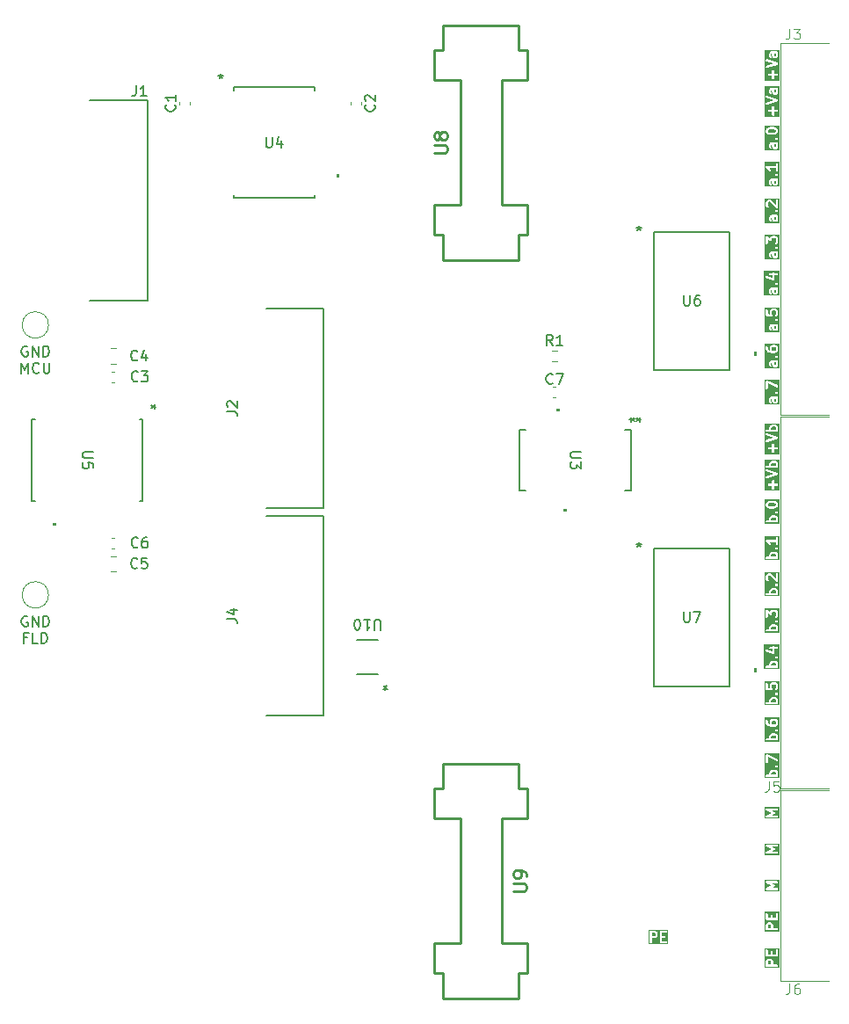
<source format=gbr>
%TF.GenerationSoftware,KiCad,Pcbnew,9.0.0*%
%TF.CreationDate,2025-03-01T22:14:05+03:00*%
%TF.ProjectId,PM_CNV-DQ16_src,504d5f43-4e56-42d4-9451-31365f737263,rev?*%
%TF.SameCoordinates,Original*%
%TF.FileFunction,Legend,Top*%
%TF.FilePolarity,Positive*%
%FSLAX46Y46*%
G04 Gerber Fmt 4.6, Leading zero omitted, Abs format (unit mm)*
G04 Created by KiCad (PCBNEW 9.0.0) date 2025-03-01 22:14:05*
%MOMM*%
%LPD*%
G01*
G04 APERTURE LIST*
%ADD10C,0.200000*%
%ADD11C,0.254000*%
%ADD12C,0.100000*%
%ADD13C,0.150000*%
%ADD14C,0.152400*%
%ADD15C,0.000000*%
%ADD16C,0.120000*%
G04 APERTURE END LIST*
D10*
G36*
X33352219Y40643060D02*
G01*
X33352219Y40452179D01*
X33330064Y40407870D01*
X33285754Y40385715D01*
X33237730Y40385715D01*
X33193421Y40407870D01*
X33171266Y40452180D01*
X33171266Y40661905D01*
X33342796Y40661905D01*
X33352219Y40643060D01*
G37*
G36*
X33663330Y38028906D02*
G01*
X32241893Y38028906D01*
X32241893Y38638557D01*
X32592235Y38638557D01*
X32592235Y38599539D01*
X32607167Y38563491D01*
X32634757Y38535901D01*
X32670805Y38520969D01*
X32690314Y38519048D01*
X32971266Y38519048D01*
X32971266Y38238096D01*
X32973187Y38218587D01*
X32988119Y38182539D01*
X33015709Y38154949D01*
X33051757Y38140017D01*
X33090775Y38140017D01*
X33126823Y38154949D01*
X33154413Y38182539D01*
X33169345Y38218587D01*
X33171266Y38238096D01*
X33171266Y38519048D01*
X33452219Y38519048D01*
X33471728Y38520969D01*
X33507776Y38535901D01*
X33535366Y38563491D01*
X33550298Y38599539D01*
X33550298Y38638557D01*
X33535366Y38674605D01*
X33507776Y38702195D01*
X33471728Y38717127D01*
X33452219Y38719048D01*
X33171266Y38719048D01*
X33171266Y39000000D01*
X33169345Y39019509D01*
X33154413Y39055557D01*
X33126823Y39083147D01*
X33090775Y39098079D01*
X33051757Y39098079D01*
X33015709Y39083147D01*
X32988119Y39055557D01*
X32973187Y39019509D01*
X32971266Y39000000D01*
X32971266Y38719048D01*
X32690314Y38719048D01*
X32670805Y38717127D01*
X32634757Y38702195D01*
X32607167Y38674605D01*
X32592235Y38638557D01*
X32241893Y38638557D01*
X32241893Y40012507D01*
X32353004Y40012507D01*
X32355770Y39973587D01*
X32373220Y39938688D01*
X32402696Y39913123D01*
X32420596Y39905132D01*
X33135991Y39666667D01*
X32420596Y39428202D01*
X32402696Y39420211D01*
X32373220Y39394646D01*
X32355770Y39359747D01*
X32353004Y39320827D01*
X32365342Y39283811D01*
X32390907Y39254335D01*
X32425806Y39236885D01*
X32464726Y39234119D01*
X32483842Y39238466D01*
X33483841Y39571799D01*
X33501742Y39579790D01*
X33507143Y39584475D01*
X33513530Y39587668D01*
X33521742Y39597137D01*
X33531218Y39605355D01*
X33534413Y39611747D01*
X33539095Y39617144D01*
X33543061Y39629042D01*
X33548667Y39640254D01*
X33549173Y39647379D01*
X33551434Y39654160D01*
X33550544Y39666667D01*
X33551434Y39679174D01*
X33549173Y39685956D01*
X33548667Y39693080D01*
X33543061Y39704293D01*
X33539095Y39716190D01*
X33534413Y39721588D01*
X33531218Y39727979D01*
X33521742Y39736198D01*
X33513530Y39745666D01*
X33507143Y39748860D01*
X33501742Y39753544D01*
X33483841Y39761535D01*
X32483842Y40094868D01*
X32464726Y40099215D01*
X32425806Y40096449D01*
X32390907Y40078999D01*
X32365342Y40049523D01*
X32353004Y40012507D01*
X32241893Y40012507D01*
X32241893Y40619048D01*
X32685552Y40619048D01*
X32685552Y40428572D01*
X32687473Y40409063D01*
X32688848Y40405743D01*
X32689103Y40402159D01*
X32696109Y40383851D01*
X32743728Y40288613D01*
X32754171Y40272023D01*
X32783648Y40246458D01*
X32820664Y40234120D01*
X32859584Y40236885D01*
X32894482Y40254334D01*
X32920047Y40283811D01*
X32932386Y40320827D01*
X32929620Y40359747D01*
X32922614Y40378056D01*
X32885552Y40452180D01*
X32885552Y40595441D01*
X32907707Y40639751D01*
X32952016Y40661905D01*
X32961843Y40661905D01*
X32971266Y40643060D01*
X32971266Y40428572D01*
X32973187Y40409063D01*
X32974562Y40405743D01*
X32974817Y40402159D01*
X32981823Y40383851D01*
X33029442Y40288613D01*
X33031495Y40285350D01*
X33032009Y40283811D01*
X33033671Y40281895D01*
X33039885Y40272023D01*
X33049355Y40263810D01*
X33057573Y40254334D01*
X33067446Y40248120D01*
X33069362Y40246458D01*
X33070900Y40245946D01*
X33074164Y40243891D01*
X33169401Y40196272D01*
X33187710Y40189266D01*
X33191293Y40189012D01*
X33194614Y40187636D01*
X33214123Y40185715D01*
X33309361Y40185715D01*
X33328870Y40187636D01*
X33332190Y40189012D01*
X33335773Y40189266D01*
X33354082Y40196272D01*
X33449321Y40243891D01*
X33452584Y40245945D01*
X33454123Y40246458D01*
X33456039Y40248121D01*
X33465911Y40254334D01*
X33474125Y40263806D01*
X33483600Y40272022D01*
X33489812Y40281893D01*
X33491476Y40283810D01*
X33491989Y40285351D01*
X33494043Y40288613D01*
X33541662Y40383850D01*
X33548668Y40402159D01*
X33548922Y40405743D01*
X33550298Y40409063D01*
X33552219Y40428572D01*
X33552219Y40666667D01*
X33550298Y40686176D01*
X33548922Y40689497D01*
X33548668Y40693080D01*
X33541662Y40711389D01*
X33539360Y40715992D01*
X33550298Y40742396D01*
X33550298Y40781414D01*
X33535366Y40817462D01*
X33507776Y40845052D01*
X33471728Y40859984D01*
X33452219Y40861905D01*
X32928409Y40861905D01*
X32908900Y40859984D01*
X32905579Y40858609D01*
X32901996Y40858354D01*
X32883687Y40851348D01*
X32788450Y40803729D01*
X32785186Y40801675D01*
X32783648Y40801162D01*
X32781732Y40799501D01*
X32771859Y40793286D01*
X32763641Y40783811D01*
X32754171Y40775597D01*
X32747957Y40765726D01*
X32746295Y40763809D01*
X32745781Y40762271D01*
X32743728Y40759007D01*
X32696109Y40663769D01*
X32689103Y40645461D01*
X32688848Y40641878D01*
X32687473Y40638557D01*
X32685552Y40619048D01*
X32241893Y40619048D01*
X32241893Y40973016D01*
X33663330Y40973016D01*
X33663330Y38028906D01*
G37*
G36*
X33297746Y8179718D02*
G01*
X33322414Y8155051D01*
X33352219Y8095441D01*
X33352219Y7952179D01*
X33342797Y7933334D01*
X32894975Y7933334D01*
X32885552Y7952180D01*
X32885552Y8095441D01*
X32915357Y8155051D01*
X32940025Y8179720D01*
X32999635Y8209524D01*
X33238135Y8209524D01*
X33297746Y8179718D01*
G37*
G36*
X33663330Y5528906D02*
G01*
X32241893Y5528906D01*
X32241893Y6138557D01*
X32592235Y6138557D01*
X32592235Y6099539D01*
X32607167Y6063491D01*
X32634757Y6035901D01*
X32670805Y6020969D01*
X32690314Y6019048D01*
X32971266Y6019048D01*
X32971266Y5738096D01*
X32973187Y5718587D01*
X32988119Y5682539D01*
X33015709Y5654949D01*
X33051757Y5640017D01*
X33090775Y5640017D01*
X33126823Y5654949D01*
X33154413Y5682539D01*
X33169345Y5718587D01*
X33171266Y5738096D01*
X33171266Y6019048D01*
X33452219Y6019048D01*
X33471728Y6020969D01*
X33507776Y6035901D01*
X33535366Y6063491D01*
X33550298Y6099539D01*
X33550298Y6138557D01*
X33535366Y6174605D01*
X33507776Y6202195D01*
X33471728Y6217127D01*
X33452219Y6219048D01*
X33171266Y6219048D01*
X33171266Y6500000D01*
X33169345Y6519509D01*
X33154413Y6555557D01*
X33126823Y6583147D01*
X33090775Y6598079D01*
X33051757Y6598079D01*
X33015709Y6583147D01*
X32988119Y6555557D01*
X32973187Y6519509D01*
X32971266Y6500000D01*
X32971266Y6219048D01*
X32690314Y6219048D01*
X32670805Y6217127D01*
X32634757Y6202195D01*
X32607167Y6174605D01*
X32592235Y6138557D01*
X32241893Y6138557D01*
X32241893Y7512507D01*
X32353004Y7512507D01*
X32355770Y7473587D01*
X32373220Y7438688D01*
X32402696Y7413123D01*
X32420596Y7405132D01*
X33135991Y7166667D01*
X32420596Y6928202D01*
X32402696Y6920211D01*
X32373220Y6894646D01*
X32355770Y6859747D01*
X32353004Y6820827D01*
X32365342Y6783811D01*
X32390907Y6754335D01*
X32425806Y6736885D01*
X32464726Y6734119D01*
X32483842Y6738466D01*
X33483841Y7071799D01*
X33501742Y7079790D01*
X33507143Y7084475D01*
X33513530Y7087668D01*
X33521742Y7097137D01*
X33531218Y7105355D01*
X33534413Y7111747D01*
X33539095Y7117144D01*
X33543061Y7129042D01*
X33548667Y7140254D01*
X33549173Y7147379D01*
X33551434Y7154160D01*
X33550544Y7166667D01*
X33551434Y7179174D01*
X33549173Y7185956D01*
X33548667Y7193080D01*
X33543061Y7204293D01*
X33539095Y7216190D01*
X33534413Y7221588D01*
X33531218Y7227979D01*
X33521742Y7236198D01*
X33513530Y7245666D01*
X33507143Y7248860D01*
X33501742Y7253544D01*
X33483841Y7261535D01*
X32483842Y7594868D01*
X32464726Y7599215D01*
X32425806Y7596449D01*
X32390907Y7578999D01*
X32365342Y7549523D01*
X32353004Y7512507D01*
X32241893Y7512507D01*
X32241893Y7852843D01*
X32354140Y7852843D01*
X32354140Y7813825D01*
X32369072Y7777777D01*
X32396662Y7750187D01*
X32432710Y7735255D01*
X32452219Y7733334D01*
X33452219Y7733334D01*
X33471728Y7735255D01*
X33507776Y7750187D01*
X33535366Y7777777D01*
X33550298Y7813825D01*
X33550298Y7852843D01*
X33539360Y7879248D01*
X33541662Y7883850D01*
X33548668Y7902159D01*
X33548922Y7905743D01*
X33550298Y7909063D01*
X33552219Y7928572D01*
X33552219Y8119048D01*
X33550298Y8138557D01*
X33548922Y8141878D01*
X33548668Y8145461D01*
X33541662Y8163770D01*
X33494043Y8259007D01*
X33488757Y8267404D01*
X33487747Y8269844D01*
X33485493Y8272590D01*
X33483600Y8275598D01*
X33481603Y8277330D01*
X33475310Y8284998D01*
X33427690Y8332616D01*
X33420020Y8338911D01*
X33418291Y8340905D01*
X33415286Y8342797D01*
X33412537Y8345053D01*
X33410093Y8346065D01*
X33401701Y8351348D01*
X33306463Y8398967D01*
X33288155Y8405973D01*
X33284571Y8406228D01*
X33281251Y8407603D01*
X33261742Y8409524D01*
X32976028Y8409524D01*
X32956519Y8407603D01*
X32953198Y8406228D01*
X32949615Y8405973D01*
X32931306Y8398967D01*
X32836069Y8351348D01*
X32827672Y8346063D01*
X32825232Y8345052D01*
X32822486Y8342799D01*
X32819478Y8340905D01*
X32817745Y8338908D01*
X32810079Y8332615D01*
X32762460Y8284997D01*
X32756165Y8277327D01*
X32754171Y8275597D01*
X32752277Y8272590D01*
X32750024Y8269843D01*
X32749013Y8267404D01*
X32743728Y8259007D01*
X32696109Y8163769D01*
X32689103Y8145461D01*
X32688848Y8141878D01*
X32687473Y8138557D01*
X32685552Y8119048D01*
X32685552Y7933334D01*
X32452219Y7933334D01*
X32432710Y7931413D01*
X32396662Y7916481D01*
X32369072Y7888891D01*
X32354140Y7852843D01*
X32241893Y7852843D01*
X32241893Y8520635D01*
X33663330Y8520635D01*
X33663330Y5528906D01*
G37*
G36*
X33352219Y14381156D02*
G01*
X33352219Y14190275D01*
X33330064Y14145966D01*
X33285754Y14123811D01*
X33237730Y14123811D01*
X33193421Y14145966D01*
X33171266Y14190276D01*
X33171266Y14400001D01*
X33342796Y14400001D01*
X33352219Y14381156D01*
G37*
G36*
X33297746Y15846385D02*
G01*
X33322414Y15821718D01*
X33352219Y15762108D01*
X33352219Y15618846D01*
X33322414Y15559237D01*
X33297746Y15534570D01*
X33238135Y15504763D01*
X33047254Y15504763D01*
X32987644Y15534568D01*
X32962976Y15559237D01*
X32933171Y15618847D01*
X32933171Y15762108D01*
X32962976Y15821718D01*
X32987644Y15846387D01*
X33047254Y15876191D01*
X33238135Y15876191D01*
X33297746Y15846385D01*
G37*
G36*
X33663330Y13812700D02*
G01*
X32241108Y13812700D01*
X32241108Y14357144D01*
X32685552Y14357144D01*
X32685552Y14166668D01*
X32687473Y14147159D01*
X32688848Y14143839D01*
X32689103Y14140255D01*
X32696109Y14121947D01*
X32743728Y14026709D01*
X32754171Y14010119D01*
X32783648Y13984554D01*
X32820664Y13972216D01*
X32859584Y13974981D01*
X32894482Y13992430D01*
X32920047Y14021907D01*
X32932386Y14058923D01*
X32929620Y14097843D01*
X32922614Y14116152D01*
X32885552Y14190276D01*
X32885552Y14333537D01*
X32907707Y14377847D01*
X32952016Y14400001D01*
X32961843Y14400001D01*
X32971266Y14381156D01*
X32971266Y14166668D01*
X32973187Y14147159D01*
X32974562Y14143839D01*
X32974817Y14140255D01*
X32981823Y14121947D01*
X33029442Y14026709D01*
X33031495Y14023446D01*
X33032009Y14021907D01*
X33033671Y14019991D01*
X33039885Y14010119D01*
X33049355Y14001906D01*
X33057573Y13992430D01*
X33067446Y13986216D01*
X33069362Y13984554D01*
X33070900Y13984042D01*
X33074164Y13981987D01*
X33169401Y13934368D01*
X33187710Y13927362D01*
X33191293Y13927108D01*
X33194614Y13925732D01*
X33214123Y13923811D01*
X33309361Y13923811D01*
X33328870Y13925732D01*
X33332190Y13927108D01*
X33335773Y13927362D01*
X33354082Y13934368D01*
X33449321Y13981987D01*
X33452584Y13984041D01*
X33454123Y13984554D01*
X33456039Y13986217D01*
X33465911Y13992430D01*
X33474125Y14001902D01*
X33483600Y14010118D01*
X33489812Y14019989D01*
X33491476Y14021906D01*
X33491989Y14023447D01*
X33494043Y14026709D01*
X33541662Y14121946D01*
X33548668Y14140255D01*
X33548922Y14143839D01*
X33550298Y14147159D01*
X33552219Y14166668D01*
X33552219Y14404763D01*
X33550298Y14424272D01*
X33548922Y14427593D01*
X33548668Y14431176D01*
X33541662Y14449485D01*
X33539360Y14454088D01*
X33550298Y14480492D01*
X33550298Y14519510D01*
X33535366Y14555558D01*
X33507776Y14583148D01*
X33471728Y14598080D01*
X33452219Y14600001D01*
X32928409Y14600001D01*
X32908900Y14598080D01*
X32905579Y14596705D01*
X32901996Y14596450D01*
X32883687Y14589444D01*
X32788450Y14541825D01*
X32785186Y14539771D01*
X32783648Y14539258D01*
X32781732Y14537597D01*
X32771859Y14531382D01*
X32763641Y14521907D01*
X32754171Y14513693D01*
X32747957Y14503822D01*
X32746295Y14501905D01*
X32745781Y14500367D01*
X32743728Y14497103D01*
X32696109Y14401865D01*
X32689103Y14383557D01*
X32688848Y14379974D01*
X32687473Y14376653D01*
X32685552Y14357144D01*
X32241108Y14357144D01*
X32241108Y14995701D01*
X33258901Y14995701D01*
X33258901Y14956683D01*
X33260385Y14953100D01*
X33273832Y14920635D01*
X33273833Y14920634D01*
X33286270Y14905481D01*
X33333890Y14857862D01*
X33349043Y14845425D01*
X33374533Y14834868D01*
X33385091Y14830494D01*
X33385092Y14830494D01*
X33424109Y14830494D01*
X33445226Y14839242D01*
X33460158Y14845426D01*
X33460162Y14845431D01*
X33475311Y14857862D01*
X33522929Y14905481D01*
X33535366Y14920634D01*
X33546735Y14948082D01*
X33550298Y14956683D01*
X33550298Y14995701D01*
X33535366Y15031749D01*
X33535366Y15031750D01*
X33522929Y15046903D01*
X33475311Y15094522D01*
X33460162Y15106954D01*
X33460158Y15106958D01*
X33445226Y15113143D01*
X33424109Y15121890D01*
X33385091Y15121890D01*
X33374533Y15117517D01*
X33349043Y15106959D01*
X33333890Y15094522D01*
X33286270Y15046903D01*
X33273833Y15031750D01*
X33273832Y15031749D01*
X33263274Y15006259D01*
X33258901Y14995701D01*
X32241108Y14995701D01*
X32241108Y15880953D01*
X32352219Y15880953D01*
X32352219Y15690477D01*
X32354140Y15670968D01*
X32355515Y15667648D01*
X32355770Y15664064D01*
X32362776Y15645756D01*
X32410395Y15550518D01*
X32415680Y15542122D01*
X32416691Y15539682D01*
X32418944Y15536936D01*
X32420838Y15533928D01*
X32422832Y15532199D01*
X32429127Y15524528D01*
X32476746Y15476910D01*
X32476798Y15476867D01*
X32476820Y15476835D01*
X32484413Y15470618D01*
X32491899Y15464473D01*
X32491933Y15464459D01*
X32491987Y15464415D01*
X32634844Y15369177D01*
X32645613Y15363435D01*
X32647600Y15361963D01*
X32649945Y15361125D01*
X32652142Y15359954D01*
X32654565Y15359475D01*
X32666060Y15355368D01*
X32856536Y15307749D01*
X32859917Y15307249D01*
X32861281Y15306684D01*
X32868631Y15305961D01*
X32875929Y15304881D01*
X32877387Y15305099D01*
X32880790Y15304763D01*
X33261742Y15304763D01*
X33281251Y15306684D01*
X33284571Y15308060D01*
X33288155Y15308314D01*
X33306463Y15315320D01*
X33401701Y15362939D01*
X33410093Y15368223D01*
X33412537Y15369234D01*
X33415286Y15371491D01*
X33418291Y15373382D01*
X33420020Y15375377D01*
X33427690Y15381671D01*
X33475310Y15429289D01*
X33481603Y15436958D01*
X33483600Y15438689D01*
X33485493Y15441698D01*
X33487747Y15444443D01*
X33488757Y15446884D01*
X33494043Y15455280D01*
X33541662Y15550517D01*
X33548668Y15568826D01*
X33548922Y15572410D01*
X33550298Y15575730D01*
X33552219Y15595239D01*
X33552219Y15785715D01*
X33550298Y15805224D01*
X33548922Y15808545D01*
X33548668Y15812128D01*
X33541662Y15830437D01*
X33494043Y15925674D01*
X33488757Y15934071D01*
X33487747Y15936511D01*
X33485493Y15939257D01*
X33483600Y15942265D01*
X33481603Y15943997D01*
X33475310Y15951665D01*
X33427690Y15999283D01*
X33420020Y16005578D01*
X33418291Y16007572D01*
X33415286Y16009464D01*
X33412537Y16011720D01*
X33410093Y16012732D01*
X33401701Y16018015D01*
X33306463Y16065634D01*
X33288155Y16072640D01*
X33284571Y16072895D01*
X33281251Y16074270D01*
X33261742Y16076191D01*
X33023647Y16076191D01*
X33004138Y16074270D01*
X33000817Y16072895D01*
X32997234Y16072640D01*
X32978925Y16065634D01*
X32883688Y16018015D01*
X32875291Y16012730D01*
X32872851Y16011719D01*
X32870105Y16009466D01*
X32867097Y16007572D01*
X32865364Y16005575D01*
X32857698Y15999282D01*
X32810079Y15951664D01*
X32803784Y15943994D01*
X32801790Y15942264D01*
X32799896Y15939257D01*
X32797643Y15936510D01*
X32796632Y15934071D01*
X32791347Y15925674D01*
X32743728Y15830436D01*
X32736722Y15812128D01*
X32736467Y15808545D01*
X32735092Y15805224D01*
X32733171Y15785715D01*
X32733171Y15595239D01*
X32735092Y15575730D01*
X32736467Y15572410D01*
X32736722Y15568826D01*
X32743728Y15550518D01*
X32748534Y15540905D01*
X32731372Y15545195D01*
X32611165Y15625333D01*
X32582024Y15654475D01*
X32552219Y15714085D01*
X32552219Y15880953D01*
X32550298Y15900462D01*
X32535366Y15936510D01*
X32507776Y15964100D01*
X32471728Y15979032D01*
X32432710Y15979032D01*
X32396662Y15964100D01*
X32369072Y15936510D01*
X32354140Y15900462D01*
X32352219Y15880953D01*
X32241108Y15880953D01*
X32241108Y16187302D01*
X33663330Y16187302D01*
X33663330Y13812700D01*
G37*
G36*
X33352219Y24881156D02*
G01*
X33352219Y24690275D01*
X33330064Y24645966D01*
X33285754Y24623811D01*
X33237730Y24623811D01*
X33193421Y24645966D01*
X33171266Y24690276D01*
X33171266Y24900001D01*
X33342796Y24900001D01*
X33352219Y24881156D01*
G37*
G36*
X33663330Y24312700D02*
G01*
X32241108Y24312700D01*
X32241108Y24857144D01*
X32685552Y24857144D01*
X32685552Y24666668D01*
X32687473Y24647159D01*
X32688848Y24643839D01*
X32689103Y24640255D01*
X32696109Y24621947D01*
X32743728Y24526709D01*
X32754171Y24510119D01*
X32783648Y24484554D01*
X32820664Y24472216D01*
X32859584Y24474981D01*
X32894482Y24492430D01*
X32920047Y24521907D01*
X32932386Y24558923D01*
X32929620Y24597843D01*
X32922614Y24616152D01*
X32885552Y24690276D01*
X32885552Y24833537D01*
X32907707Y24877847D01*
X32952016Y24900001D01*
X32961843Y24900001D01*
X32971266Y24881156D01*
X32971266Y24666668D01*
X32973187Y24647159D01*
X32974562Y24643839D01*
X32974817Y24640255D01*
X32981823Y24621947D01*
X33029442Y24526709D01*
X33031495Y24523446D01*
X33032009Y24521907D01*
X33033671Y24519991D01*
X33039885Y24510119D01*
X33049355Y24501906D01*
X33057573Y24492430D01*
X33067446Y24486216D01*
X33069362Y24484554D01*
X33070900Y24484042D01*
X33074164Y24481987D01*
X33169401Y24434368D01*
X33187710Y24427362D01*
X33191293Y24427108D01*
X33194614Y24425732D01*
X33214123Y24423811D01*
X33309361Y24423811D01*
X33328870Y24425732D01*
X33332190Y24427108D01*
X33335773Y24427362D01*
X33354082Y24434368D01*
X33449321Y24481987D01*
X33452584Y24484041D01*
X33454123Y24484554D01*
X33456039Y24486217D01*
X33465911Y24492430D01*
X33474125Y24501902D01*
X33483600Y24510118D01*
X33489812Y24519989D01*
X33491476Y24521906D01*
X33491989Y24523447D01*
X33494043Y24526709D01*
X33541662Y24621946D01*
X33548668Y24640255D01*
X33548922Y24643839D01*
X33550298Y24647159D01*
X33552219Y24666668D01*
X33552219Y24904763D01*
X33550298Y24924272D01*
X33548922Y24927593D01*
X33548668Y24931176D01*
X33541662Y24949485D01*
X33539360Y24954088D01*
X33550298Y24980492D01*
X33550298Y25019510D01*
X33535366Y25055558D01*
X33507776Y25083148D01*
X33471728Y25098080D01*
X33452219Y25100001D01*
X32928409Y25100001D01*
X32908900Y25098080D01*
X32905579Y25096705D01*
X32901996Y25096450D01*
X32883687Y25089444D01*
X32788450Y25041825D01*
X32785186Y25039771D01*
X32783648Y25039258D01*
X32781732Y25037597D01*
X32771859Y25031382D01*
X32763641Y25021907D01*
X32754171Y25013693D01*
X32747957Y25003822D01*
X32746295Y25001905D01*
X32745781Y25000367D01*
X32743728Y24997103D01*
X32696109Y24901865D01*
X32689103Y24883557D01*
X32688848Y24879974D01*
X32687473Y24876653D01*
X32685552Y24857144D01*
X32241108Y24857144D01*
X32241108Y25495701D01*
X33258901Y25495701D01*
X33258901Y25456683D01*
X33260385Y25453100D01*
X33273832Y25420635D01*
X33273833Y25420634D01*
X33286270Y25405481D01*
X33333890Y25357862D01*
X33349043Y25345425D01*
X33374533Y25334868D01*
X33385091Y25330494D01*
X33385092Y25330494D01*
X33424109Y25330494D01*
X33445226Y25339242D01*
X33460158Y25345426D01*
X33460162Y25345431D01*
X33475311Y25357862D01*
X33522929Y25405481D01*
X33535366Y25420634D01*
X33546735Y25448082D01*
X33550298Y25456683D01*
X33550298Y25495701D01*
X33535366Y25531749D01*
X33535366Y25531750D01*
X33522929Y25546903D01*
X33475311Y25594522D01*
X33460162Y25606954D01*
X33460158Y25606958D01*
X33445226Y25613143D01*
X33424109Y25621890D01*
X33385091Y25621890D01*
X33374533Y25617517D01*
X33349043Y25606959D01*
X33333890Y25594522D01*
X33286270Y25546903D01*
X33273833Y25531750D01*
X33273832Y25531749D01*
X33263274Y25506259D01*
X33258901Y25495701D01*
X32241108Y25495701D01*
X32241108Y26476191D01*
X32352219Y26476191D01*
X32352219Y25857144D01*
X32354140Y25837635D01*
X32369072Y25801587D01*
X32396662Y25773997D01*
X32432710Y25759065D01*
X32471728Y25759065D01*
X32507776Y25773997D01*
X32535366Y25801587D01*
X32550298Y25837635D01*
X32552219Y25857144D01*
X32552219Y26255815D01*
X32767321Y26067600D01*
X32775754Y26061571D01*
X32777614Y26059711D01*
X32779377Y26058981D01*
X32783268Y26056199D01*
X32798656Y26050995D01*
X32813662Y26044779D01*
X32817036Y26044779D01*
X32820229Y26043699D01*
X32836432Y26044779D01*
X32852680Y26044779D01*
X32855795Y26046070D01*
X32859161Y26046294D01*
X32873726Y26053497D01*
X32888728Y26059711D01*
X32891111Y26062095D01*
X32894136Y26063590D01*
X32904840Y26075824D01*
X32916318Y26087301D01*
X32917607Y26090415D01*
X32919830Y26092954D01*
X32925035Y26108346D01*
X32931250Y26123349D01*
X32931718Y26128109D01*
X32932330Y26129916D01*
X32932155Y26132541D01*
X32933171Y26142858D01*
X32933171Y26262108D01*
X32962976Y26321718D01*
X32987644Y26346387D01*
X33047254Y26376191D01*
X33238135Y26376191D01*
X33297746Y26346385D01*
X33322414Y26321718D01*
X33352219Y26262108D01*
X33352219Y26023608D01*
X33322414Y25963999D01*
X33286270Y25927855D01*
X33273833Y25912702D01*
X33258902Y25876654D01*
X33258901Y25837636D01*
X33273832Y25801587D01*
X33301422Y25773997D01*
X33337470Y25759066D01*
X33376488Y25759065D01*
X33412537Y25773996D01*
X33427690Y25786433D01*
X33475310Y25834051D01*
X33481603Y25841720D01*
X33483600Y25843451D01*
X33485493Y25846460D01*
X33487747Y25849205D01*
X33488757Y25851646D01*
X33494043Y25860042D01*
X33541662Y25955279D01*
X33548668Y25973588D01*
X33548922Y25977172D01*
X33550298Y25980492D01*
X33552219Y26000001D01*
X33552219Y26285715D01*
X33550298Y26305224D01*
X33548922Y26308545D01*
X33548668Y26312128D01*
X33541662Y26330437D01*
X33494043Y26425674D01*
X33488757Y26434071D01*
X33487747Y26436511D01*
X33485493Y26439257D01*
X33483600Y26442265D01*
X33481603Y26443997D01*
X33475310Y26451665D01*
X33427690Y26499283D01*
X33420020Y26505578D01*
X33418291Y26507572D01*
X33415286Y26509464D01*
X33412537Y26511720D01*
X33410093Y26512732D01*
X33401701Y26518015D01*
X33306463Y26565634D01*
X33288155Y26572640D01*
X33284571Y26572895D01*
X33281251Y26574270D01*
X33261742Y26576191D01*
X33023647Y26576191D01*
X33004138Y26574270D01*
X33000817Y26572895D01*
X32997234Y26572640D01*
X32978925Y26565634D01*
X32883688Y26518015D01*
X32875291Y26512730D01*
X32872851Y26511719D01*
X32870105Y26509466D01*
X32867097Y26507572D01*
X32865364Y26505575D01*
X32857698Y26499282D01*
X32810079Y26451664D01*
X32803784Y26443994D01*
X32801790Y26442264D01*
X32799896Y26439257D01*
X32797643Y26436510D01*
X32796632Y26434071D01*
X32791347Y26425674D01*
X32751923Y26346827D01*
X32518069Y26551449D01*
X32509635Y26557479D01*
X32507776Y26559338D01*
X32506012Y26560069D01*
X32502122Y26562850D01*
X32486733Y26568055D01*
X32471728Y26574270D01*
X32468354Y26574270D01*
X32465161Y26575350D01*
X32448958Y26574270D01*
X32432710Y26574270D01*
X32429594Y26572980D01*
X32426229Y26572755D01*
X32411668Y26565555D01*
X32396662Y26559338D01*
X32394277Y26556954D01*
X32391254Y26555458D01*
X32380556Y26543233D01*
X32369072Y26531748D01*
X32367781Y26528634D01*
X32365560Y26526094D01*
X32360355Y26510706D01*
X32354140Y26495700D01*
X32353671Y26490941D01*
X32353060Y26489133D01*
X32353234Y26486509D01*
X32352219Y26476191D01*
X32241108Y26476191D01*
X32241108Y26687302D01*
X33663330Y26687302D01*
X33663330Y24312700D01*
G37*
G36*
X33352219Y21381156D02*
G01*
X33352219Y21190275D01*
X33330064Y21145966D01*
X33285754Y21123811D01*
X33237730Y21123811D01*
X33193421Y21145966D01*
X33171266Y21190276D01*
X33171266Y21400001D01*
X33342796Y21400001D01*
X33352219Y21381156D01*
G37*
G36*
X33663330Y20812700D02*
G01*
X32194274Y20812700D01*
X32194274Y21357144D01*
X32685552Y21357144D01*
X32685552Y21166668D01*
X32687473Y21147159D01*
X32688848Y21143839D01*
X32689103Y21140255D01*
X32696109Y21121947D01*
X32743728Y21026709D01*
X32754171Y21010119D01*
X32783648Y20984554D01*
X32820664Y20972216D01*
X32859584Y20974981D01*
X32894482Y20992430D01*
X32920047Y21021907D01*
X32932386Y21058923D01*
X32929620Y21097843D01*
X32922614Y21116152D01*
X32885552Y21190276D01*
X32885552Y21333537D01*
X32907707Y21377847D01*
X32952016Y21400001D01*
X32961843Y21400001D01*
X32971266Y21381156D01*
X32971266Y21166668D01*
X32973187Y21147159D01*
X32974562Y21143839D01*
X32974817Y21140255D01*
X32981823Y21121947D01*
X33029442Y21026709D01*
X33031495Y21023446D01*
X33032009Y21021907D01*
X33033671Y21019991D01*
X33039885Y21010119D01*
X33049355Y21001906D01*
X33057573Y20992430D01*
X33067446Y20986216D01*
X33069362Y20984554D01*
X33070900Y20984042D01*
X33074164Y20981987D01*
X33169401Y20934368D01*
X33187710Y20927362D01*
X33191293Y20927108D01*
X33194614Y20925732D01*
X33214123Y20923811D01*
X33309361Y20923811D01*
X33328870Y20925732D01*
X33332190Y20927108D01*
X33335773Y20927362D01*
X33354082Y20934368D01*
X33449321Y20981987D01*
X33452584Y20984041D01*
X33454123Y20984554D01*
X33456039Y20986217D01*
X33465911Y20992430D01*
X33474125Y21001902D01*
X33483600Y21010118D01*
X33489812Y21019989D01*
X33491476Y21021906D01*
X33491989Y21023447D01*
X33494043Y21026709D01*
X33541662Y21121946D01*
X33548668Y21140255D01*
X33548922Y21143839D01*
X33550298Y21147159D01*
X33552219Y21166668D01*
X33552219Y21404763D01*
X33550298Y21424272D01*
X33548922Y21427593D01*
X33548668Y21431176D01*
X33541662Y21449485D01*
X33539360Y21454088D01*
X33550298Y21480492D01*
X33550298Y21519510D01*
X33535366Y21555558D01*
X33507776Y21583148D01*
X33471728Y21598080D01*
X33452219Y21600001D01*
X32928409Y21600001D01*
X32908900Y21598080D01*
X32905579Y21596705D01*
X32901996Y21596450D01*
X32883687Y21589444D01*
X32788450Y21541825D01*
X32785186Y21539771D01*
X32783648Y21539258D01*
X32781732Y21537597D01*
X32771859Y21531382D01*
X32763641Y21521907D01*
X32754171Y21513693D01*
X32747957Y21503822D01*
X32746295Y21501905D01*
X32745781Y21500367D01*
X32743728Y21497103D01*
X32696109Y21401865D01*
X32689103Y21383557D01*
X32688848Y21379974D01*
X32687473Y21376653D01*
X32685552Y21357144D01*
X32194274Y21357144D01*
X32194274Y21995701D01*
X33258901Y21995701D01*
X33258901Y21956683D01*
X33260385Y21953100D01*
X33273832Y21920635D01*
X33273833Y21920634D01*
X33286270Y21905481D01*
X33333890Y21857862D01*
X33349043Y21845425D01*
X33374533Y21834868D01*
X33385091Y21830494D01*
X33385092Y21830494D01*
X33424109Y21830494D01*
X33445226Y21839242D01*
X33460158Y21845426D01*
X33460162Y21845431D01*
X33475311Y21857862D01*
X33522929Y21905481D01*
X33535366Y21920634D01*
X33546735Y21948082D01*
X33550298Y21956683D01*
X33550298Y21995701D01*
X33535366Y22031749D01*
X33535366Y22031750D01*
X33522929Y22046903D01*
X33475311Y22094522D01*
X33460162Y22106954D01*
X33460158Y22106958D01*
X33445226Y22113143D01*
X33424109Y22121890D01*
X33385091Y22121890D01*
X33374533Y22117517D01*
X33349043Y22106959D01*
X33333890Y22094522D01*
X33286270Y22046903D01*
X33273833Y22031750D01*
X33273832Y22031749D01*
X33263274Y22006259D01*
X33258901Y21995701D01*
X32194274Y21995701D01*
X32194274Y22655365D01*
X32305385Y22655365D01*
X32308151Y22616445D01*
X32325601Y22581546D01*
X32355077Y22555981D01*
X32372977Y22547990D01*
X33087262Y22309895D01*
X33096934Y22307696D01*
X33099376Y22306684D01*
X33101382Y22306684D01*
X33106377Y22305548D01*
X33122361Y22306684D01*
X33138394Y22306684D01*
X33141714Y22308060D01*
X33145297Y22308314D01*
X33159627Y22315480D01*
X33174442Y22321616D01*
X33176983Y22324158D01*
X33180196Y22325764D01*
X33190693Y22337868D01*
X33202032Y22349206D01*
X33203407Y22352527D01*
X33205761Y22355240D01*
X33210828Y22370442D01*
X33216964Y22385254D01*
X33217466Y22390355D01*
X33218100Y22392256D01*
X33217912Y22394890D01*
X33218885Y22404763D01*
X33218885Y22780953D01*
X33452219Y22780953D01*
X33471728Y22782874D01*
X33507776Y22797806D01*
X33535366Y22825396D01*
X33550298Y22861444D01*
X33550298Y22900462D01*
X33535366Y22936510D01*
X33507776Y22964100D01*
X33471728Y22979032D01*
X33452219Y22980953D01*
X33218885Y22980953D01*
X33218885Y23023810D01*
X33216964Y23043319D01*
X33202032Y23079367D01*
X33174442Y23106957D01*
X33138394Y23121889D01*
X33099376Y23121889D01*
X33063328Y23106957D01*
X33035738Y23079367D01*
X33020806Y23043319D01*
X33018885Y23023810D01*
X33018885Y22980953D01*
X32785552Y22980953D01*
X32766043Y22979032D01*
X32729995Y22964100D01*
X32702405Y22936510D01*
X32687473Y22900462D01*
X32687473Y22861444D01*
X32702405Y22825396D01*
X32729995Y22797806D01*
X32766043Y22782874D01*
X32785552Y22780953D01*
X33018885Y22780953D01*
X33018885Y22543506D01*
X32436223Y22737726D01*
X32417107Y22742073D01*
X32378187Y22739307D01*
X32343288Y22721857D01*
X32317723Y22692381D01*
X32305385Y22655365D01*
X32194274Y22655365D01*
X32194274Y23233000D01*
X33663330Y23233000D01*
X33663330Y20812700D01*
G37*
G36*
X33352219Y44143060D02*
G01*
X33352219Y43952179D01*
X33330064Y43907870D01*
X33285754Y43885715D01*
X33237730Y43885715D01*
X33193421Y43907870D01*
X33171266Y43952180D01*
X33171266Y44161905D01*
X33342796Y44161905D01*
X33352219Y44143060D01*
G37*
G36*
X33663330Y41528906D02*
G01*
X32241893Y41528906D01*
X32241893Y42138557D01*
X32592235Y42138557D01*
X32592235Y42099539D01*
X32607167Y42063491D01*
X32634757Y42035901D01*
X32670805Y42020969D01*
X32690314Y42019048D01*
X32971266Y42019048D01*
X32971266Y41738096D01*
X32973187Y41718587D01*
X32988119Y41682539D01*
X33015709Y41654949D01*
X33051757Y41640017D01*
X33090775Y41640017D01*
X33126823Y41654949D01*
X33154413Y41682539D01*
X33169345Y41718587D01*
X33171266Y41738096D01*
X33171266Y42019048D01*
X33452219Y42019048D01*
X33471728Y42020969D01*
X33507776Y42035901D01*
X33535366Y42063491D01*
X33550298Y42099539D01*
X33550298Y42138557D01*
X33535366Y42174605D01*
X33507776Y42202195D01*
X33471728Y42217127D01*
X33452219Y42219048D01*
X33171266Y42219048D01*
X33171266Y42500000D01*
X33169345Y42519509D01*
X33154413Y42555557D01*
X33126823Y42583147D01*
X33090775Y42598079D01*
X33051757Y42598079D01*
X33015709Y42583147D01*
X32988119Y42555557D01*
X32973187Y42519509D01*
X32971266Y42500000D01*
X32971266Y42219048D01*
X32690314Y42219048D01*
X32670805Y42217127D01*
X32634757Y42202195D01*
X32607167Y42174605D01*
X32592235Y42138557D01*
X32241893Y42138557D01*
X32241893Y43512507D01*
X32353004Y43512507D01*
X32355770Y43473587D01*
X32373220Y43438688D01*
X32402696Y43413123D01*
X32420596Y43405132D01*
X33135991Y43166667D01*
X32420596Y42928202D01*
X32402696Y42920211D01*
X32373220Y42894646D01*
X32355770Y42859747D01*
X32353004Y42820827D01*
X32365342Y42783811D01*
X32390907Y42754335D01*
X32425806Y42736885D01*
X32464726Y42734119D01*
X32483842Y42738466D01*
X33483841Y43071799D01*
X33501742Y43079790D01*
X33507143Y43084475D01*
X33513530Y43087668D01*
X33521742Y43097137D01*
X33531218Y43105355D01*
X33534413Y43111747D01*
X33539095Y43117144D01*
X33543061Y43129042D01*
X33548667Y43140254D01*
X33549173Y43147379D01*
X33551434Y43154160D01*
X33550544Y43166667D01*
X33551434Y43179174D01*
X33549173Y43185956D01*
X33548667Y43193080D01*
X33543061Y43204293D01*
X33539095Y43216190D01*
X33534413Y43221588D01*
X33531218Y43227979D01*
X33521742Y43236198D01*
X33513530Y43245666D01*
X33507143Y43248860D01*
X33501742Y43253544D01*
X33483841Y43261535D01*
X32483842Y43594868D01*
X32464726Y43599215D01*
X32425806Y43596449D01*
X32390907Y43578999D01*
X32365342Y43549523D01*
X32353004Y43512507D01*
X32241893Y43512507D01*
X32241893Y44119048D01*
X32685552Y44119048D01*
X32685552Y43928572D01*
X32687473Y43909063D01*
X32688848Y43905743D01*
X32689103Y43902159D01*
X32696109Y43883851D01*
X32743728Y43788613D01*
X32754171Y43772023D01*
X32783648Y43746458D01*
X32820664Y43734120D01*
X32859584Y43736885D01*
X32894482Y43754334D01*
X32920047Y43783811D01*
X32932386Y43820827D01*
X32929620Y43859747D01*
X32922614Y43878056D01*
X32885552Y43952180D01*
X32885552Y44095441D01*
X32907707Y44139751D01*
X32952016Y44161905D01*
X32961843Y44161905D01*
X32971266Y44143060D01*
X32971266Y43928572D01*
X32973187Y43909063D01*
X32974562Y43905743D01*
X32974817Y43902159D01*
X32981823Y43883851D01*
X33029442Y43788613D01*
X33031495Y43785350D01*
X33032009Y43783811D01*
X33033671Y43781895D01*
X33039885Y43772023D01*
X33049355Y43763810D01*
X33057573Y43754334D01*
X33067446Y43748120D01*
X33069362Y43746458D01*
X33070900Y43745946D01*
X33074164Y43743891D01*
X33169401Y43696272D01*
X33187710Y43689266D01*
X33191293Y43689012D01*
X33194614Y43687636D01*
X33214123Y43685715D01*
X33309361Y43685715D01*
X33328870Y43687636D01*
X33332190Y43689012D01*
X33335773Y43689266D01*
X33354082Y43696272D01*
X33449321Y43743891D01*
X33452584Y43745945D01*
X33454123Y43746458D01*
X33456039Y43748121D01*
X33465911Y43754334D01*
X33474125Y43763806D01*
X33483600Y43772022D01*
X33489812Y43781893D01*
X33491476Y43783810D01*
X33491989Y43785351D01*
X33494043Y43788613D01*
X33541662Y43883850D01*
X33548668Y43902159D01*
X33548922Y43905743D01*
X33550298Y43909063D01*
X33552219Y43928572D01*
X33552219Y44166667D01*
X33550298Y44186176D01*
X33548922Y44189497D01*
X33548668Y44193080D01*
X33541662Y44211389D01*
X33539360Y44215992D01*
X33550298Y44242396D01*
X33550298Y44281414D01*
X33535366Y44317462D01*
X33507776Y44345052D01*
X33471728Y44359984D01*
X33452219Y44361905D01*
X32928409Y44361905D01*
X32908900Y44359984D01*
X32905579Y44358609D01*
X32901996Y44358354D01*
X32883687Y44351348D01*
X32788450Y44303729D01*
X32785186Y44301675D01*
X32783648Y44301162D01*
X32781732Y44299501D01*
X32771859Y44293286D01*
X32763641Y44283811D01*
X32754171Y44275597D01*
X32747957Y44265726D01*
X32746295Y44263809D01*
X32745781Y44262271D01*
X32743728Y44259007D01*
X32696109Y44163769D01*
X32689103Y44145461D01*
X32688848Y44141878D01*
X32687473Y44138557D01*
X32685552Y44119048D01*
X32241893Y44119048D01*
X32241893Y44473016D01*
X33663330Y44473016D01*
X33663330Y41528906D01*
G37*
G36*
X32821554Y-43272662D02*
G01*
X32846223Y-43297330D01*
X32876028Y-43356940D01*
X32876028Y-43614285D01*
X32552219Y-43614285D01*
X32552219Y-43356940D01*
X32582024Y-43297330D01*
X32606692Y-43272661D01*
X32666302Y-43242857D01*
X32761945Y-43242857D01*
X32821554Y-43272662D01*
G37*
G36*
X33663330Y-43925396D02*
G01*
X32241108Y-43925396D01*
X32241108Y-43333333D01*
X32352219Y-43333333D01*
X32352219Y-43714285D01*
X32354140Y-43733794D01*
X32369072Y-43769842D01*
X32396662Y-43797432D01*
X32432710Y-43812364D01*
X32452219Y-43814285D01*
X33452219Y-43814285D01*
X33471728Y-43812364D01*
X33507776Y-43797432D01*
X33535366Y-43769842D01*
X33550298Y-43733794D01*
X33550298Y-43694776D01*
X33535366Y-43658728D01*
X33507776Y-43631138D01*
X33471728Y-43616206D01*
X33452219Y-43614285D01*
X33076028Y-43614285D01*
X33076028Y-43333333D01*
X33074107Y-43313824D01*
X33072731Y-43310503D01*
X33072477Y-43306920D01*
X33065471Y-43288611D01*
X33017852Y-43193374D01*
X33012566Y-43184977D01*
X33011556Y-43182537D01*
X33009302Y-43179791D01*
X33007409Y-43176783D01*
X33005411Y-43175050D01*
X32999119Y-43167384D01*
X32951501Y-43119765D01*
X32943830Y-43113470D01*
X32942101Y-43111476D01*
X32939093Y-43109582D01*
X32936347Y-43107329D01*
X32933907Y-43106318D01*
X32925511Y-43101033D01*
X32830273Y-43053414D01*
X32811965Y-43046408D01*
X32808381Y-43046153D01*
X32805061Y-43044778D01*
X32785552Y-43042857D01*
X32642695Y-43042857D01*
X32623186Y-43044778D01*
X32619865Y-43046153D01*
X32616282Y-43046408D01*
X32597973Y-43053414D01*
X32502736Y-43101033D01*
X32494339Y-43106318D01*
X32491899Y-43107329D01*
X32489153Y-43109582D01*
X32486145Y-43111476D01*
X32484412Y-43113473D01*
X32476746Y-43119766D01*
X32429127Y-43167384D01*
X32422832Y-43175054D01*
X32420838Y-43176784D01*
X32418944Y-43179791D01*
X32416691Y-43182538D01*
X32415680Y-43184977D01*
X32410395Y-43193374D01*
X32362776Y-43288612D01*
X32355770Y-43306920D01*
X32355515Y-43310503D01*
X32354140Y-43313824D01*
X32352219Y-43333333D01*
X32241108Y-43333333D01*
X32241108Y-42238095D01*
X32352219Y-42238095D01*
X32352219Y-42714285D01*
X32354140Y-42733794D01*
X32369072Y-42769842D01*
X32396662Y-42797432D01*
X32432710Y-42812364D01*
X32452219Y-42814285D01*
X33452219Y-42814285D01*
X33471728Y-42812364D01*
X33507776Y-42797432D01*
X33535366Y-42769842D01*
X33550298Y-42733794D01*
X33552219Y-42714285D01*
X33552219Y-42238095D01*
X33550298Y-42218586D01*
X33535366Y-42182538D01*
X33507776Y-42154948D01*
X33471728Y-42140016D01*
X33432710Y-42140016D01*
X33396662Y-42154948D01*
X33369072Y-42182538D01*
X33354140Y-42218586D01*
X33352219Y-42238095D01*
X33352219Y-42614285D01*
X33028409Y-42614285D01*
X33028409Y-42380952D01*
X33026488Y-42361443D01*
X33011556Y-42325395D01*
X32983966Y-42297805D01*
X32947918Y-42282873D01*
X32908900Y-42282873D01*
X32872852Y-42297805D01*
X32845262Y-42325395D01*
X32830330Y-42361443D01*
X32828409Y-42380952D01*
X32828409Y-42614285D01*
X32552219Y-42614285D01*
X32552219Y-42238095D01*
X32550298Y-42218586D01*
X32535366Y-42182538D01*
X32507776Y-42154948D01*
X32471728Y-42140016D01*
X32432710Y-42140016D01*
X32396662Y-42154948D01*
X32369072Y-42182538D01*
X32354140Y-42218586D01*
X32352219Y-42238095D01*
X32241108Y-42238095D01*
X32241108Y-42028905D01*
X33663330Y-42028905D01*
X33663330Y-43925396D01*
G37*
G36*
X33661409Y-29544443D02*
G01*
X32242267Y-29544443D01*
X32242267Y-28681849D01*
X32353378Y-28681849D01*
X32354140Y-28683944D01*
X32354140Y-28686175D01*
X32360784Y-28702216D01*
X32366713Y-28718518D01*
X32368218Y-28720161D01*
X32369072Y-28722223D01*
X32381345Y-28734496D01*
X32393064Y-28747293D01*
X32395708Y-28748859D01*
X32396662Y-28749813D01*
X32398843Y-28750716D01*
X32409930Y-28757284D01*
X32930034Y-28999999D01*
X32409930Y-29242714D01*
X32398843Y-29249281D01*
X32396662Y-29250185D01*
X32395708Y-29251138D01*
X32393064Y-29252705D01*
X32381345Y-29265501D01*
X32369072Y-29277775D01*
X32368218Y-29279836D01*
X32366713Y-29281480D01*
X32360784Y-29297781D01*
X32354140Y-29313823D01*
X32354140Y-29316053D01*
X32353378Y-29318149D01*
X32354140Y-29335488D01*
X32354140Y-29352841D01*
X32354993Y-29354900D01*
X32355091Y-29357129D01*
X32362432Y-29372859D01*
X32369072Y-29388889D01*
X32370648Y-29390465D01*
X32371592Y-29392487D01*
X32384388Y-29404205D01*
X32396662Y-29416479D01*
X32398723Y-29417332D01*
X32400367Y-29418838D01*
X32416668Y-29424766D01*
X32432710Y-29431411D01*
X32435768Y-29431712D01*
X32437036Y-29432173D01*
X32439395Y-29432069D01*
X32452219Y-29433332D01*
X33452219Y-29433332D01*
X33471728Y-29431411D01*
X33507776Y-29416479D01*
X33535366Y-29388889D01*
X33550298Y-29352841D01*
X33550298Y-29313823D01*
X33535366Y-29277775D01*
X33507776Y-29250185D01*
X33471728Y-29235253D01*
X33452219Y-29233332D01*
X32902975Y-29233332D01*
X33208793Y-29090617D01*
X33215934Y-29086386D01*
X33218356Y-29085506D01*
X33220068Y-29083937D01*
X33225659Y-29080626D01*
X33235919Y-29069421D01*
X33247132Y-29059154D01*
X33249011Y-29055126D01*
X33252011Y-29051851D01*
X33257202Y-29037575D01*
X33263632Y-29023797D01*
X33263827Y-29019356D01*
X33265345Y-29015182D01*
X33264677Y-28999999D01*
X33265345Y-28984816D01*
X33263827Y-28980641D01*
X33263632Y-28976201D01*
X33257202Y-28962422D01*
X33252011Y-28948147D01*
X33249011Y-28944871D01*
X33247132Y-28940844D01*
X33235919Y-28930576D01*
X33225659Y-28919372D01*
X33220068Y-28916060D01*
X33218356Y-28914492D01*
X33215934Y-28913611D01*
X33208793Y-28909381D01*
X32902975Y-28766666D01*
X33452219Y-28766666D01*
X33471728Y-28764745D01*
X33507776Y-28749813D01*
X33535366Y-28722223D01*
X33550298Y-28686175D01*
X33550298Y-28647157D01*
X33535366Y-28611109D01*
X33507776Y-28583519D01*
X33471728Y-28568587D01*
X33452219Y-28566666D01*
X32452219Y-28566666D01*
X32439395Y-28567928D01*
X32437036Y-28567825D01*
X32435768Y-28568285D01*
X32432710Y-28568587D01*
X32416668Y-28575231D01*
X32400367Y-28581160D01*
X32398723Y-28582665D01*
X32396662Y-28583519D01*
X32384388Y-28595792D01*
X32371592Y-28607511D01*
X32370648Y-28609532D01*
X32369072Y-28611109D01*
X32362432Y-28627138D01*
X32355091Y-28642869D01*
X32354993Y-28645097D01*
X32354140Y-28647157D01*
X32354140Y-28664509D01*
X32353378Y-28681849D01*
X32242267Y-28681849D01*
X32242267Y-28455555D01*
X33661409Y-28455555D01*
X33661409Y-29544443D01*
G37*
G36*
X33661409Y-33044443D02*
G01*
X32242267Y-33044443D01*
X32242267Y-32181849D01*
X32353378Y-32181849D01*
X32354140Y-32183944D01*
X32354140Y-32186175D01*
X32360784Y-32202216D01*
X32366713Y-32218518D01*
X32368218Y-32220161D01*
X32369072Y-32222223D01*
X32381345Y-32234496D01*
X32393064Y-32247293D01*
X32395708Y-32248859D01*
X32396662Y-32249813D01*
X32398843Y-32250716D01*
X32409930Y-32257284D01*
X32930034Y-32499999D01*
X32409930Y-32742714D01*
X32398843Y-32749281D01*
X32396662Y-32750185D01*
X32395708Y-32751138D01*
X32393064Y-32752705D01*
X32381345Y-32765501D01*
X32369072Y-32777775D01*
X32368218Y-32779836D01*
X32366713Y-32781480D01*
X32360784Y-32797781D01*
X32354140Y-32813823D01*
X32354140Y-32816053D01*
X32353378Y-32818149D01*
X32354140Y-32835488D01*
X32354140Y-32852841D01*
X32354993Y-32854900D01*
X32355091Y-32857129D01*
X32362432Y-32872859D01*
X32369072Y-32888889D01*
X32370648Y-32890465D01*
X32371592Y-32892487D01*
X32384388Y-32904205D01*
X32396662Y-32916479D01*
X32398723Y-32917332D01*
X32400367Y-32918838D01*
X32416668Y-32924766D01*
X32432710Y-32931411D01*
X32435768Y-32931712D01*
X32437036Y-32932173D01*
X32439395Y-32932069D01*
X32452219Y-32933332D01*
X33452219Y-32933332D01*
X33471728Y-32931411D01*
X33507776Y-32916479D01*
X33535366Y-32888889D01*
X33550298Y-32852841D01*
X33550298Y-32813823D01*
X33535366Y-32777775D01*
X33507776Y-32750185D01*
X33471728Y-32735253D01*
X33452219Y-32733332D01*
X32902975Y-32733332D01*
X33208793Y-32590617D01*
X33215934Y-32586386D01*
X33218356Y-32585506D01*
X33220068Y-32583937D01*
X33225659Y-32580626D01*
X33235919Y-32569421D01*
X33247132Y-32559154D01*
X33249011Y-32555126D01*
X33252011Y-32551851D01*
X33257202Y-32537575D01*
X33263632Y-32523797D01*
X33263827Y-32519356D01*
X33265345Y-32515182D01*
X33264677Y-32499999D01*
X33265345Y-32484816D01*
X33263827Y-32480641D01*
X33263632Y-32476201D01*
X33257202Y-32462422D01*
X33252011Y-32448147D01*
X33249011Y-32444871D01*
X33247132Y-32440844D01*
X33235919Y-32430576D01*
X33225659Y-32419372D01*
X33220068Y-32416060D01*
X33218356Y-32414492D01*
X33215934Y-32413611D01*
X33208793Y-32409381D01*
X32902975Y-32266666D01*
X33452219Y-32266666D01*
X33471728Y-32264745D01*
X33507776Y-32249813D01*
X33535366Y-32222223D01*
X33550298Y-32186175D01*
X33550298Y-32147157D01*
X33535366Y-32111109D01*
X33507776Y-32083519D01*
X33471728Y-32068587D01*
X33452219Y-32066666D01*
X32452219Y-32066666D01*
X32439395Y-32067928D01*
X32437036Y-32067825D01*
X32435768Y-32068285D01*
X32432710Y-32068587D01*
X32416668Y-32075231D01*
X32400367Y-32081160D01*
X32398723Y-32082665D01*
X32396662Y-32083519D01*
X32384388Y-32095792D01*
X32371592Y-32107511D01*
X32370648Y-32109532D01*
X32369072Y-32111109D01*
X32362432Y-32127138D01*
X32355091Y-32142869D01*
X32354993Y-32145097D01*
X32354140Y-32147157D01*
X32354140Y-32164509D01*
X32353378Y-32181849D01*
X32242267Y-32181849D01*
X32242267Y-31955555D01*
X33661409Y-31955555D01*
X33661409Y-33044443D01*
G37*
G36*
X33352219Y10881156D02*
G01*
X33352219Y10690275D01*
X33330064Y10645966D01*
X33285754Y10623811D01*
X33237730Y10623811D01*
X33193421Y10645966D01*
X33171266Y10690276D01*
X33171266Y10900001D01*
X33342796Y10900001D01*
X33352219Y10881156D01*
G37*
G36*
X33663330Y10312700D02*
G01*
X32241108Y10312700D01*
X32241108Y10857144D01*
X32685552Y10857144D01*
X32685552Y10666668D01*
X32687473Y10647159D01*
X32688848Y10643839D01*
X32689103Y10640255D01*
X32696109Y10621947D01*
X32743728Y10526709D01*
X32754171Y10510119D01*
X32783648Y10484554D01*
X32820664Y10472216D01*
X32859584Y10474981D01*
X32894482Y10492430D01*
X32920047Y10521907D01*
X32932386Y10558923D01*
X32929620Y10597843D01*
X32922614Y10616152D01*
X32885552Y10690276D01*
X32885552Y10833537D01*
X32907707Y10877847D01*
X32952016Y10900001D01*
X32961843Y10900001D01*
X32971266Y10881156D01*
X32971266Y10666668D01*
X32973187Y10647159D01*
X32974562Y10643839D01*
X32974817Y10640255D01*
X32981823Y10621947D01*
X33029442Y10526709D01*
X33031495Y10523446D01*
X33032009Y10521907D01*
X33033671Y10519991D01*
X33039885Y10510119D01*
X33049355Y10501906D01*
X33057573Y10492430D01*
X33067446Y10486216D01*
X33069362Y10484554D01*
X33070900Y10484042D01*
X33074164Y10481987D01*
X33169401Y10434368D01*
X33187710Y10427362D01*
X33191293Y10427108D01*
X33194614Y10425732D01*
X33214123Y10423811D01*
X33309361Y10423811D01*
X33328870Y10425732D01*
X33332190Y10427108D01*
X33335773Y10427362D01*
X33354082Y10434368D01*
X33449321Y10481987D01*
X33452584Y10484041D01*
X33454123Y10484554D01*
X33456039Y10486217D01*
X33465911Y10492430D01*
X33474125Y10501902D01*
X33483600Y10510118D01*
X33489812Y10519989D01*
X33491476Y10521906D01*
X33491989Y10523447D01*
X33494043Y10526709D01*
X33541662Y10621946D01*
X33548668Y10640255D01*
X33548922Y10643839D01*
X33550298Y10647159D01*
X33552219Y10666668D01*
X33552219Y10904763D01*
X33550298Y10924272D01*
X33548922Y10927593D01*
X33548668Y10931176D01*
X33541662Y10949485D01*
X33539360Y10954088D01*
X33550298Y10980492D01*
X33550298Y11019510D01*
X33535366Y11055558D01*
X33507776Y11083148D01*
X33471728Y11098080D01*
X33452219Y11100001D01*
X32928409Y11100001D01*
X32908900Y11098080D01*
X32905579Y11096705D01*
X32901996Y11096450D01*
X32883687Y11089444D01*
X32788450Y11041825D01*
X32785186Y11039771D01*
X32783648Y11039258D01*
X32781732Y11037597D01*
X32771859Y11031382D01*
X32763641Y11021907D01*
X32754171Y11013693D01*
X32747957Y11003822D01*
X32746295Y11001905D01*
X32745781Y11000367D01*
X32743728Y10997103D01*
X32696109Y10901865D01*
X32689103Y10883557D01*
X32688848Y10879974D01*
X32687473Y10876653D01*
X32685552Y10857144D01*
X32241108Y10857144D01*
X32241108Y11495701D01*
X33258901Y11495701D01*
X33258901Y11456683D01*
X33260385Y11453100D01*
X33273832Y11420635D01*
X33273833Y11420634D01*
X33286270Y11405481D01*
X33333890Y11357862D01*
X33349043Y11345425D01*
X33374533Y11334868D01*
X33385091Y11330494D01*
X33385092Y11330494D01*
X33424109Y11330494D01*
X33445226Y11339242D01*
X33460158Y11345426D01*
X33460162Y11345431D01*
X33475311Y11357862D01*
X33522929Y11405481D01*
X33535366Y11420634D01*
X33546735Y11448082D01*
X33550298Y11456683D01*
X33550298Y11495701D01*
X33535366Y11531749D01*
X33535366Y11531750D01*
X33522929Y11546903D01*
X33475311Y11594522D01*
X33460162Y11606954D01*
X33460158Y11606958D01*
X33445226Y11613143D01*
X33424109Y11621890D01*
X33385091Y11621890D01*
X33374533Y11617517D01*
X33349043Y11606959D01*
X33333890Y11594522D01*
X33286270Y11546903D01*
X33273833Y11531750D01*
X33273832Y11531749D01*
X33263274Y11506259D01*
X33258901Y11495701D01*
X32241108Y11495701D01*
X32241108Y12523810D01*
X32352219Y12523810D01*
X32352219Y11857144D01*
X32354140Y11837635D01*
X32369072Y11801587D01*
X32396662Y11773997D01*
X32432710Y11759065D01*
X32471728Y11759065D01*
X32507776Y11773997D01*
X32535366Y11801587D01*
X32550298Y11837635D01*
X32552219Y11857144D01*
X32552219Y12372156D01*
X33412827Y12003325D01*
X33431515Y11997405D01*
X33470530Y11996930D01*
X33506758Y12011421D01*
X33534682Y12038672D01*
X33550052Y12074536D01*
X33550528Y12113551D01*
X33536037Y12149778D01*
X33508785Y12177703D01*
X33491611Y12187154D01*
X32491611Y12615725D01*
X32472923Y12621644D01*
X32472301Y12621652D01*
X32471728Y12621889D01*
X32452799Y12621889D01*
X32433907Y12622119D01*
X32433332Y12621889D01*
X32432710Y12621889D01*
X32415212Y12614642D01*
X32397680Y12607628D01*
X32397236Y12607195D01*
X32396662Y12606957D01*
X32383303Y12593599D01*
X32369755Y12580377D01*
X32369509Y12579805D01*
X32369072Y12579367D01*
X32361851Y12561936D01*
X32354385Y12544514D01*
X32354377Y12543893D01*
X32354140Y12543319D01*
X32352219Y12523810D01*
X32241108Y12523810D01*
X32241108Y12733230D01*
X33663330Y12733230D01*
X33663330Y10312700D01*
G37*
G36*
X33297746Y-25082186D02*
G01*
X33322414Y-25106853D01*
X33352219Y-25166463D01*
X33352219Y-25309725D01*
X33342797Y-25328570D01*
X32894975Y-25328570D01*
X32885552Y-25309724D01*
X32885552Y-25166463D01*
X32915357Y-25106853D01*
X32940025Y-25082184D01*
X32999635Y-25052380D01*
X33238135Y-25052380D01*
X33297746Y-25082186D01*
G37*
G36*
X33663330Y-25639681D02*
G01*
X32241108Y-25639681D01*
X32241108Y-25409061D01*
X32354140Y-25409061D01*
X32354140Y-25448079D01*
X32369072Y-25484127D01*
X32396662Y-25511717D01*
X32432710Y-25526649D01*
X32452219Y-25528570D01*
X33452219Y-25528570D01*
X33471728Y-25526649D01*
X33507776Y-25511717D01*
X33535366Y-25484127D01*
X33550298Y-25448079D01*
X33550298Y-25409061D01*
X33539360Y-25382656D01*
X33541662Y-25378054D01*
X33548668Y-25359745D01*
X33548922Y-25356161D01*
X33550298Y-25352841D01*
X33552219Y-25333332D01*
X33552219Y-25142856D01*
X33550298Y-25123347D01*
X33548922Y-25120026D01*
X33548668Y-25116443D01*
X33541662Y-25098134D01*
X33494043Y-25002897D01*
X33488757Y-24994500D01*
X33487747Y-24992060D01*
X33485493Y-24989314D01*
X33483600Y-24986306D01*
X33481603Y-24984574D01*
X33475310Y-24976906D01*
X33427690Y-24929288D01*
X33420020Y-24922993D01*
X33418291Y-24920999D01*
X33415286Y-24919107D01*
X33412537Y-24916851D01*
X33410093Y-24915839D01*
X33401701Y-24910556D01*
X33306463Y-24862937D01*
X33288155Y-24855931D01*
X33284571Y-24855676D01*
X33281251Y-24854301D01*
X33261742Y-24852380D01*
X32976028Y-24852380D01*
X32956519Y-24854301D01*
X32953198Y-24855676D01*
X32949615Y-24855931D01*
X32931306Y-24862937D01*
X32836069Y-24910556D01*
X32827672Y-24915841D01*
X32825232Y-24916852D01*
X32822486Y-24919105D01*
X32819478Y-24920999D01*
X32817745Y-24922996D01*
X32810079Y-24929289D01*
X32762460Y-24976907D01*
X32756165Y-24984577D01*
X32754171Y-24986307D01*
X32752277Y-24989314D01*
X32750024Y-24992061D01*
X32749013Y-24994500D01*
X32743728Y-25002897D01*
X32696109Y-25098135D01*
X32689103Y-25116443D01*
X32688848Y-25120026D01*
X32687473Y-25123347D01*
X32685552Y-25142856D01*
X32685552Y-25328570D01*
X32452219Y-25328570D01*
X32432710Y-25330491D01*
X32396662Y-25345423D01*
X32369072Y-25373013D01*
X32354140Y-25409061D01*
X32241108Y-25409061D01*
X32241108Y-24504299D01*
X33258901Y-24504299D01*
X33258901Y-24543317D01*
X33260385Y-24546900D01*
X33273832Y-24579365D01*
X33273833Y-24579366D01*
X33286270Y-24594519D01*
X33333890Y-24642138D01*
X33349043Y-24654575D01*
X33374533Y-24665132D01*
X33385091Y-24669506D01*
X33385092Y-24669506D01*
X33424109Y-24669506D01*
X33445226Y-24660758D01*
X33460158Y-24654574D01*
X33460162Y-24654569D01*
X33475311Y-24642138D01*
X33522929Y-24594519D01*
X33535366Y-24579366D01*
X33546735Y-24551918D01*
X33550298Y-24543317D01*
X33550298Y-24504299D01*
X33535366Y-24468251D01*
X33535366Y-24468250D01*
X33522929Y-24453097D01*
X33475311Y-24405478D01*
X33460162Y-24393046D01*
X33460158Y-24393042D01*
X33445226Y-24386857D01*
X33424109Y-24378110D01*
X33385091Y-24378110D01*
X33374533Y-24382483D01*
X33349043Y-24393041D01*
X33333890Y-24405478D01*
X33286270Y-24453097D01*
X33273833Y-24468250D01*
X33273832Y-24468251D01*
X33263274Y-24493741D01*
X33258901Y-24504299D01*
X32241108Y-24504299D01*
X32241108Y-23476190D01*
X32352219Y-23476190D01*
X32352219Y-24142856D01*
X32354140Y-24162365D01*
X32369072Y-24198413D01*
X32396662Y-24226003D01*
X32432710Y-24240935D01*
X32471728Y-24240935D01*
X32507776Y-24226003D01*
X32535366Y-24198413D01*
X32550298Y-24162365D01*
X32552219Y-24142856D01*
X32552219Y-23627844D01*
X33412827Y-23996675D01*
X33431515Y-24002595D01*
X33470530Y-24003070D01*
X33506758Y-23988579D01*
X33534682Y-23961328D01*
X33550052Y-23925464D01*
X33550528Y-23886449D01*
X33536037Y-23850222D01*
X33508785Y-23822297D01*
X33491611Y-23812846D01*
X32491611Y-23384275D01*
X32472923Y-23378356D01*
X32472301Y-23378348D01*
X32471728Y-23378111D01*
X32452799Y-23378111D01*
X32433907Y-23377881D01*
X32433332Y-23378111D01*
X32432710Y-23378111D01*
X32415212Y-23385358D01*
X32397680Y-23392372D01*
X32397236Y-23392805D01*
X32396662Y-23393043D01*
X32383303Y-23406401D01*
X32369755Y-23419623D01*
X32369509Y-23420195D01*
X32369072Y-23420633D01*
X32361851Y-23438064D01*
X32354385Y-23455486D01*
X32354377Y-23456107D01*
X32354140Y-23456681D01*
X32352219Y-23476190D01*
X32241108Y-23476190D01*
X32241108Y-23266770D01*
X33663330Y-23266770D01*
X33663330Y-25639681D01*
G37*
G36*
X33297746Y-11082186D02*
G01*
X33322414Y-11106853D01*
X33352219Y-11166463D01*
X33352219Y-11309725D01*
X33342797Y-11328570D01*
X32894975Y-11328570D01*
X32885552Y-11309724D01*
X32885552Y-11166463D01*
X32915357Y-11106853D01*
X32940025Y-11082184D01*
X32999635Y-11052380D01*
X33238135Y-11052380D01*
X33297746Y-11082186D01*
G37*
G36*
X33663330Y-11639681D02*
G01*
X32241108Y-11639681D01*
X32241108Y-11409061D01*
X32354140Y-11409061D01*
X32354140Y-11448079D01*
X32369072Y-11484127D01*
X32396662Y-11511717D01*
X32432710Y-11526649D01*
X32452219Y-11528570D01*
X33452219Y-11528570D01*
X33471728Y-11526649D01*
X33507776Y-11511717D01*
X33535366Y-11484127D01*
X33550298Y-11448079D01*
X33550298Y-11409061D01*
X33539360Y-11382656D01*
X33541662Y-11378054D01*
X33548668Y-11359745D01*
X33548922Y-11356161D01*
X33550298Y-11352841D01*
X33552219Y-11333332D01*
X33552219Y-11142856D01*
X33550298Y-11123347D01*
X33548922Y-11120026D01*
X33548668Y-11116443D01*
X33541662Y-11098134D01*
X33494043Y-11002897D01*
X33488757Y-10994500D01*
X33487747Y-10992060D01*
X33485493Y-10989314D01*
X33483600Y-10986306D01*
X33481603Y-10984574D01*
X33475310Y-10976906D01*
X33427690Y-10929288D01*
X33420020Y-10922993D01*
X33418291Y-10920999D01*
X33415286Y-10919107D01*
X33412537Y-10916851D01*
X33410093Y-10915839D01*
X33401701Y-10910556D01*
X33306463Y-10862937D01*
X33288155Y-10855931D01*
X33284571Y-10855676D01*
X33281251Y-10854301D01*
X33261742Y-10852380D01*
X32976028Y-10852380D01*
X32956519Y-10854301D01*
X32953198Y-10855676D01*
X32949615Y-10855931D01*
X32931306Y-10862937D01*
X32836069Y-10910556D01*
X32827672Y-10915841D01*
X32825232Y-10916852D01*
X32822486Y-10919105D01*
X32819478Y-10920999D01*
X32817745Y-10922996D01*
X32810079Y-10929289D01*
X32762460Y-10976907D01*
X32756165Y-10984577D01*
X32754171Y-10986307D01*
X32752277Y-10989314D01*
X32750024Y-10992061D01*
X32749013Y-10994500D01*
X32743728Y-11002897D01*
X32696109Y-11098135D01*
X32689103Y-11116443D01*
X32688848Y-11120026D01*
X32687473Y-11123347D01*
X32685552Y-11142856D01*
X32685552Y-11328570D01*
X32452219Y-11328570D01*
X32432710Y-11330491D01*
X32396662Y-11345423D01*
X32369072Y-11373013D01*
X32354140Y-11409061D01*
X32241108Y-11409061D01*
X32241108Y-10504299D01*
X33258901Y-10504299D01*
X33258901Y-10543317D01*
X33260385Y-10546900D01*
X33273832Y-10579365D01*
X33273833Y-10579366D01*
X33286270Y-10594519D01*
X33333890Y-10642138D01*
X33349043Y-10654575D01*
X33374533Y-10665132D01*
X33385091Y-10669506D01*
X33385092Y-10669506D01*
X33424109Y-10669506D01*
X33445226Y-10660758D01*
X33460158Y-10654574D01*
X33460162Y-10654569D01*
X33475311Y-10642138D01*
X33522929Y-10594519D01*
X33535366Y-10579366D01*
X33546735Y-10551918D01*
X33550298Y-10543317D01*
X33550298Y-10504299D01*
X33535366Y-10468251D01*
X33535366Y-10468250D01*
X33522929Y-10453097D01*
X33475311Y-10405478D01*
X33460162Y-10393046D01*
X33460158Y-10393042D01*
X33445226Y-10386857D01*
X33424109Y-10378110D01*
X33385091Y-10378110D01*
X33374533Y-10382483D01*
X33349043Y-10393041D01*
X33333890Y-10405478D01*
X33286270Y-10453097D01*
X33273833Y-10468250D01*
X33273832Y-10468251D01*
X33263274Y-10493741D01*
X33258901Y-10504299D01*
X32241108Y-10504299D01*
X32241108Y-9523809D01*
X32352219Y-9523809D01*
X32352219Y-10142856D01*
X32354140Y-10162365D01*
X32369072Y-10198413D01*
X32396662Y-10226003D01*
X32432710Y-10240935D01*
X32471728Y-10240935D01*
X32507776Y-10226003D01*
X32535366Y-10198413D01*
X32550298Y-10162365D01*
X32552219Y-10142856D01*
X32552219Y-9744185D01*
X32767321Y-9932400D01*
X32775754Y-9938429D01*
X32777614Y-9940289D01*
X32779377Y-9941019D01*
X32783268Y-9943801D01*
X32798656Y-9949005D01*
X32813662Y-9955221D01*
X32817036Y-9955221D01*
X32820229Y-9956301D01*
X32836432Y-9955221D01*
X32852680Y-9955221D01*
X32855795Y-9953930D01*
X32859161Y-9953706D01*
X32873726Y-9946503D01*
X32888728Y-9940289D01*
X32891111Y-9937905D01*
X32894136Y-9936410D01*
X32904840Y-9924176D01*
X32916318Y-9912699D01*
X32917607Y-9909585D01*
X32919830Y-9907046D01*
X32925035Y-9891654D01*
X32931250Y-9876651D01*
X32931718Y-9871891D01*
X32932330Y-9870084D01*
X32932155Y-9867459D01*
X32933171Y-9857142D01*
X32933171Y-9737892D01*
X32962976Y-9678282D01*
X32987644Y-9653613D01*
X33047254Y-9623809D01*
X33238135Y-9623809D01*
X33297746Y-9653615D01*
X33322414Y-9678282D01*
X33352219Y-9737892D01*
X33352219Y-9976392D01*
X33322414Y-10036001D01*
X33286270Y-10072145D01*
X33273833Y-10087298D01*
X33258902Y-10123346D01*
X33258901Y-10162364D01*
X33273832Y-10198413D01*
X33301422Y-10226003D01*
X33337470Y-10240934D01*
X33376488Y-10240935D01*
X33412537Y-10226004D01*
X33427690Y-10213567D01*
X33475310Y-10165949D01*
X33481603Y-10158280D01*
X33483600Y-10156549D01*
X33485493Y-10153540D01*
X33487747Y-10150795D01*
X33488757Y-10148354D01*
X33494043Y-10139958D01*
X33541662Y-10044721D01*
X33548668Y-10026412D01*
X33548922Y-10022828D01*
X33550298Y-10019508D01*
X33552219Y-9999999D01*
X33552219Y-9714285D01*
X33550298Y-9694776D01*
X33548922Y-9691455D01*
X33548668Y-9687872D01*
X33541662Y-9669563D01*
X33494043Y-9574326D01*
X33488757Y-9565929D01*
X33487747Y-9563489D01*
X33485493Y-9560743D01*
X33483600Y-9557735D01*
X33481603Y-9556003D01*
X33475310Y-9548335D01*
X33427690Y-9500717D01*
X33420020Y-9494422D01*
X33418291Y-9492428D01*
X33415286Y-9490536D01*
X33412537Y-9488280D01*
X33410093Y-9487268D01*
X33401701Y-9481985D01*
X33306463Y-9434366D01*
X33288155Y-9427360D01*
X33284571Y-9427105D01*
X33281251Y-9425730D01*
X33261742Y-9423809D01*
X33023647Y-9423809D01*
X33004138Y-9425730D01*
X33000817Y-9427105D01*
X32997234Y-9427360D01*
X32978925Y-9434366D01*
X32883688Y-9481985D01*
X32875291Y-9487270D01*
X32872851Y-9488281D01*
X32870105Y-9490534D01*
X32867097Y-9492428D01*
X32865364Y-9494425D01*
X32857698Y-9500718D01*
X32810079Y-9548336D01*
X32803784Y-9556006D01*
X32801790Y-9557736D01*
X32799896Y-9560743D01*
X32797643Y-9563490D01*
X32796632Y-9565929D01*
X32791347Y-9574326D01*
X32751923Y-9653173D01*
X32518069Y-9448551D01*
X32509635Y-9442521D01*
X32507776Y-9440662D01*
X32506012Y-9439931D01*
X32502122Y-9437150D01*
X32486733Y-9431945D01*
X32471728Y-9425730D01*
X32468354Y-9425730D01*
X32465161Y-9424650D01*
X32448958Y-9425730D01*
X32432710Y-9425730D01*
X32429594Y-9427020D01*
X32426229Y-9427245D01*
X32411668Y-9434445D01*
X32396662Y-9440662D01*
X32394277Y-9443046D01*
X32391254Y-9444542D01*
X32380556Y-9456767D01*
X32369072Y-9468252D01*
X32367781Y-9471366D01*
X32365560Y-9473906D01*
X32360355Y-9489294D01*
X32354140Y-9504300D01*
X32353671Y-9509059D01*
X32353060Y-9510867D01*
X32353234Y-9513491D01*
X32352219Y-9523809D01*
X32241108Y-9523809D01*
X32241108Y-9312698D01*
X33663330Y-9312698D01*
X33663330Y-11639681D01*
G37*
G36*
X32821554Y-39772662D02*
G01*
X32846223Y-39797330D01*
X32876028Y-39856940D01*
X32876028Y-40114285D01*
X32552219Y-40114285D01*
X32552219Y-39856940D01*
X32582024Y-39797330D01*
X32606692Y-39772661D01*
X32666302Y-39742857D01*
X32761945Y-39742857D01*
X32821554Y-39772662D01*
G37*
G36*
X33663330Y-40425396D02*
G01*
X32241108Y-40425396D01*
X32241108Y-39833333D01*
X32352219Y-39833333D01*
X32352219Y-40214285D01*
X32354140Y-40233794D01*
X32369072Y-40269842D01*
X32396662Y-40297432D01*
X32432710Y-40312364D01*
X32452219Y-40314285D01*
X33452219Y-40314285D01*
X33471728Y-40312364D01*
X33507776Y-40297432D01*
X33535366Y-40269842D01*
X33550298Y-40233794D01*
X33550298Y-40194776D01*
X33535366Y-40158728D01*
X33507776Y-40131138D01*
X33471728Y-40116206D01*
X33452219Y-40114285D01*
X33076028Y-40114285D01*
X33076028Y-39833333D01*
X33074107Y-39813824D01*
X33072731Y-39810503D01*
X33072477Y-39806920D01*
X33065471Y-39788611D01*
X33017852Y-39693374D01*
X33012566Y-39684977D01*
X33011556Y-39682537D01*
X33009302Y-39679791D01*
X33007409Y-39676783D01*
X33005411Y-39675050D01*
X32999119Y-39667384D01*
X32951501Y-39619765D01*
X32943830Y-39613470D01*
X32942101Y-39611476D01*
X32939093Y-39609582D01*
X32936347Y-39607329D01*
X32933907Y-39606318D01*
X32925511Y-39601033D01*
X32830273Y-39553414D01*
X32811965Y-39546408D01*
X32808381Y-39546153D01*
X32805061Y-39544778D01*
X32785552Y-39542857D01*
X32642695Y-39542857D01*
X32623186Y-39544778D01*
X32619865Y-39546153D01*
X32616282Y-39546408D01*
X32597973Y-39553414D01*
X32502736Y-39601033D01*
X32494339Y-39606318D01*
X32491899Y-39607329D01*
X32489153Y-39609582D01*
X32486145Y-39611476D01*
X32484412Y-39613473D01*
X32476746Y-39619766D01*
X32429127Y-39667384D01*
X32422832Y-39675054D01*
X32420838Y-39676784D01*
X32418944Y-39679791D01*
X32416691Y-39682538D01*
X32415680Y-39684977D01*
X32410395Y-39693374D01*
X32362776Y-39788612D01*
X32355770Y-39806920D01*
X32355515Y-39810503D01*
X32354140Y-39813824D01*
X32352219Y-39833333D01*
X32241108Y-39833333D01*
X32241108Y-38738095D01*
X32352219Y-38738095D01*
X32352219Y-39214285D01*
X32354140Y-39233794D01*
X32369072Y-39269842D01*
X32396662Y-39297432D01*
X32432710Y-39312364D01*
X32452219Y-39314285D01*
X33452219Y-39314285D01*
X33471728Y-39312364D01*
X33507776Y-39297432D01*
X33535366Y-39269842D01*
X33550298Y-39233794D01*
X33552219Y-39214285D01*
X33552219Y-38738095D01*
X33550298Y-38718586D01*
X33535366Y-38682538D01*
X33507776Y-38654948D01*
X33471728Y-38640016D01*
X33432710Y-38640016D01*
X33396662Y-38654948D01*
X33369072Y-38682538D01*
X33354140Y-38718586D01*
X33352219Y-38738095D01*
X33352219Y-39114285D01*
X33028409Y-39114285D01*
X33028409Y-38880952D01*
X33026488Y-38861443D01*
X33011556Y-38825395D01*
X32983966Y-38797805D01*
X32947918Y-38782873D01*
X32908900Y-38782873D01*
X32872852Y-38797805D01*
X32845262Y-38825395D01*
X32830330Y-38861443D01*
X32828409Y-38880952D01*
X32828409Y-39114285D01*
X32552219Y-39114285D01*
X32552219Y-38738095D01*
X32550298Y-38718586D01*
X32535366Y-38682538D01*
X32507776Y-38654948D01*
X32471728Y-38640016D01*
X32432710Y-38640016D01*
X32396662Y-38654948D01*
X32369072Y-38682538D01*
X32354140Y-38718586D01*
X32352219Y-38738095D01*
X32241108Y-38738095D01*
X32241108Y-38528905D01*
X33663330Y-38528905D01*
X33663330Y-40425396D01*
G37*
G36*
X33297746Y-14582186D02*
G01*
X33322414Y-14606853D01*
X33352219Y-14666463D01*
X33352219Y-14809725D01*
X33342797Y-14828570D01*
X32894975Y-14828570D01*
X32885552Y-14809724D01*
X32885552Y-14666463D01*
X32915357Y-14606853D01*
X32940025Y-14582184D01*
X32999635Y-14552380D01*
X33238135Y-14552380D01*
X33297746Y-14582186D01*
G37*
G36*
X33663330Y-15139681D02*
G01*
X32194274Y-15139681D01*
X32194274Y-14909061D01*
X32354140Y-14909061D01*
X32354140Y-14948079D01*
X32369072Y-14984127D01*
X32396662Y-15011717D01*
X32432710Y-15026649D01*
X32452219Y-15028570D01*
X33452219Y-15028570D01*
X33471728Y-15026649D01*
X33507776Y-15011717D01*
X33535366Y-14984127D01*
X33550298Y-14948079D01*
X33550298Y-14909061D01*
X33539360Y-14882656D01*
X33541662Y-14878054D01*
X33548668Y-14859745D01*
X33548922Y-14856161D01*
X33550298Y-14852841D01*
X33552219Y-14833332D01*
X33552219Y-14642856D01*
X33550298Y-14623347D01*
X33548922Y-14620026D01*
X33548668Y-14616443D01*
X33541662Y-14598134D01*
X33494043Y-14502897D01*
X33488757Y-14494500D01*
X33487747Y-14492060D01*
X33485493Y-14489314D01*
X33483600Y-14486306D01*
X33481603Y-14484574D01*
X33475310Y-14476906D01*
X33427690Y-14429288D01*
X33420020Y-14422993D01*
X33418291Y-14420999D01*
X33415286Y-14419107D01*
X33412537Y-14416851D01*
X33410093Y-14415839D01*
X33401701Y-14410556D01*
X33306463Y-14362937D01*
X33288155Y-14355931D01*
X33284571Y-14355676D01*
X33281251Y-14354301D01*
X33261742Y-14352380D01*
X32976028Y-14352380D01*
X32956519Y-14354301D01*
X32953198Y-14355676D01*
X32949615Y-14355931D01*
X32931306Y-14362937D01*
X32836069Y-14410556D01*
X32827672Y-14415841D01*
X32825232Y-14416852D01*
X32822486Y-14419105D01*
X32819478Y-14420999D01*
X32817745Y-14422996D01*
X32810079Y-14429289D01*
X32762460Y-14476907D01*
X32756165Y-14484577D01*
X32754171Y-14486307D01*
X32752277Y-14489314D01*
X32750024Y-14492061D01*
X32749013Y-14494500D01*
X32743728Y-14502897D01*
X32696109Y-14598135D01*
X32689103Y-14616443D01*
X32688848Y-14620026D01*
X32687473Y-14623347D01*
X32685552Y-14642856D01*
X32685552Y-14828570D01*
X32452219Y-14828570D01*
X32432710Y-14830491D01*
X32396662Y-14845423D01*
X32369072Y-14873013D01*
X32354140Y-14909061D01*
X32194274Y-14909061D01*
X32194274Y-14004299D01*
X33258901Y-14004299D01*
X33258901Y-14043317D01*
X33260385Y-14046900D01*
X33273832Y-14079365D01*
X33273833Y-14079366D01*
X33286270Y-14094519D01*
X33333890Y-14142138D01*
X33349043Y-14154575D01*
X33374533Y-14165132D01*
X33385091Y-14169506D01*
X33385092Y-14169506D01*
X33424109Y-14169506D01*
X33445226Y-14160758D01*
X33460158Y-14154574D01*
X33460162Y-14154569D01*
X33475311Y-14142138D01*
X33522929Y-14094519D01*
X33535366Y-14079366D01*
X33546735Y-14051918D01*
X33550298Y-14043317D01*
X33550298Y-14004299D01*
X33535366Y-13968251D01*
X33535366Y-13968250D01*
X33522929Y-13953097D01*
X33475311Y-13905478D01*
X33460162Y-13893046D01*
X33460158Y-13893042D01*
X33445226Y-13886857D01*
X33424109Y-13878110D01*
X33385091Y-13878110D01*
X33374533Y-13882483D01*
X33349043Y-13893041D01*
X33333890Y-13905478D01*
X33286270Y-13953097D01*
X33273833Y-13968250D01*
X33273832Y-13968251D01*
X33263274Y-13993741D01*
X33258901Y-14004299D01*
X32194274Y-14004299D01*
X32194274Y-13344635D01*
X32305385Y-13344635D01*
X32308151Y-13383555D01*
X32325601Y-13418454D01*
X32355077Y-13444019D01*
X32372977Y-13452010D01*
X33087262Y-13690105D01*
X33096934Y-13692304D01*
X33099376Y-13693316D01*
X33101382Y-13693316D01*
X33106377Y-13694452D01*
X33122361Y-13693316D01*
X33138394Y-13693316D01*
X33141714Y-13691940D01*
X33145297Y-13691686D01*
X33159627Y-13684520D01*
X33174442Y-13678384D01*
X33176983Y-13675842D01*
X33180196Y-13674236D01*
X33190693Y-13662132D01*
X33202032Y-13650794D01*
X33203407Y-13647473D01*
X33205761Y-13644760D01*
X33210828Y-13629558D01*
X33216964Y-13614746D01*
X33217466Y-13609645D01*
X33218100Y-13607744D01*
X33217912Y-13605110D01*
X33218885Y-13595237D01*
X33218885Y-13219047D01*
X33452219Y-13219047D01*
X33471728Y-13217126D01*
X33507776Y-13202194D01*
X33535366Y-13174604D01*
X33550298Y-13138556D01*
X33550298Y-13099538D01*
X33535366Y-13063490D01*
X33507776Y-13035900D01*
X33471728Y-13020968D01*
X33452219Y-13019047D01*
X33218885Y-13019047D01*
X33218885Y-12976190D01*
X33216964Y-12956681D01*
X33202032Y-12920633D01*
X33174442Y-12893043D01*
X33138394Y-12878111D01*
X33099376Y-12878111D01*
X33063328Y-12893043D01*
X33035738Y-12920633D01*
X33020806Y-12956681D01*
X33018885Y-12976190D01*
X33018885Y-13019047D01*
X32785552Y-13019047D01*
X32766043Y-13020968D01*
X32729995Y-13035900D01*
X32702405Y-13063490D01*
X32687473Y-13099538D01*
X32687473Y-13138556D01*
X32702405Y-13174604D01*
X32729995Y-13202194D01*
X32766043Y-13217126D01*
X32785552Y-13219047D01*
X33018885Y-13219047D01*
X33018885Y-13456494D01*
X32436223Y-13262274D01*
X32417107Y-13257927D01*
X32378187Y-13260693D01*
X32343288Y-13278143D01*
X32317723Y-13307619D01*
X32305385Y-13344635D01*
X32194274Y-13344635D01*
X32194274Y-12767000D01*
X33663330Y-12767000D01*
X33663330Y-15139681D01*
G37*
G36*
X33352219Y35381156D02*
G01*
X33352219Y35190275D01*
X33330064Y35145966D01*
X33285754Y35123811D01*
X33237730Y35123811D01*
X33193421Y35145966D01*
X33171266Y35190276D01*
X33171266Y35400001D01*
X33342796Y35400001D01*
X33352219Y35381156D01*
G37*
G36*
X33226837Y36834221D02*
G01*
X33297746Y36798766D01*
X33322414Y36774099D01*
X33352219Y36714489D01*
X33352219Y36666465D01*
X33322414Y36606856D01*
X33297746Y36582189D01*
X33226837Y36546734D01*
X33058956Y36504763D01*
X32845480Y36504763D01*
X32677599Y36546734D01*
X32606692Y36582187D01*
X32582024Y36606856D01*
X32552219Y36666466D01*
X32552219Y36714489D01*
X32582024Y36774099D01*
X32606692Y36798768D01*
X32677599Y36834221D01*
X32845480Y36876191D01*
X33058956Y36876191D01*
X33226837Y36834221D01*
G37*
G36*
X33663330Y34812700D02*
G01*
X32241108Y34812700D01*
X32241108Y35357144D01*
X32685552Y35357144D01*
X32685552Y35166668D01*
X32687473Y35147159D01*
X32688848Y35143839D01*
X32689103Y35140255D01*
X32696109Y35121947D01*
X32743728Y35026709D01*
X32754171Y35010119D01*
X32783648Y34984554D01*
X32820664Y34972216D01*
X32859584Y34974981D01*
X32894482Y34992430D01*
X32920047Y35021907D01*
X32932386Y35058923D01*
X32929620Y35097843D01*
X32922614Y35116152D01*
X32885552Y35190276D01*
X32885552Y35333537D01*
X32907707Y35377847D01*
X32952016Y35400001D01*
X32961843Y35400001D01*
X32971266Y35381156D01*
X32971266Y35166668D01*
X32973187Y35147159D01*
X32974562Y35143839D01*
X32974817Y35140255D01*
X32981823Y35121947D01*
X33029442Y35026709D01*
X33031495Y35023446D01*
X33032009Y35021907D01*
X33033671Y35019991D01*
X33039885Y35010119D01*
X33049355Y35001906D01*
X33057573Y34992430D01*
X33067446Y34986216D01*
X33069362Y34984554D01*
X33070900Y34984042D01*
X33074164Y34981987D01*
X33169401Y34934368D01*
X33187710Y34927362D01*
X33191293Y34927108D01*
X33194614Y34925732D01*
X33214123Y34923811D01*
X33309361Y34923811D01*
X33328870Y34925732D01*
X33332190Y34927108D01*
X33335773Y34927362D01*
X33354082Y34934368D01*
X33449321Y34981987D01*
X33452584Y34984041D01*
X33454123Y34984554D01*
X33456039Y34986217D01*
X33465911Y34992430D01*
X33474125Y35001902D01*
X33483600Y35010118D01*
X33489812Y35019989D01*
X33491476Y35021906D01*
X33491989Y35023447D01*
X33494043Y35026709D01*
X33541662Y35121946D01*
X33548668Y35140255D01*
X33548922Y35143839D01*
X33550298Y35147159D01*
X33552219Y35166668D01*
X33552219Y35404763D01*
X33550298Y35424272D01*
X33548922Y35427593D01*
X33548668Y35431176D01*
X33541662Y35449485D01*
X33539360Y35454088D01*
X33550298Y35480492D01*
X33550298Y35519510D01*
X33535366Y35555558D01*
X33507776Y35583148D01*
X33471728Y35598080D01*
X33452219Y35600001D01*
X32928409Y35600001D01*
X32908900Y35598080D01*
X32905579Y35596705D01*
X32901996Y35596450D01*
X32883687Y35589444D01*
X32788450Y35541825D01*
X32785186Y35539771D01*
X32783648Y35539258D01*
X32781732Y35537597D01*
X32771859Y35531382D01*
X32763641Y35521907D01*
X32754171Y35513693D01*
X32747957Y35503822D01*
X32746295Y35501905D01*
X32745781Y35500367D01*
X32743728Y35497103D01*
X32696109Y35401865D01*
X32689103Y35383557D01*
X32688848Y35379974D01*
X32687473Y35376653D01*
X32685552Y35357144D01*
X32241108Y35357144D01*
X32241108Y35995701D01*
X33258901Y35995701D01*
X33258901Y35956683D01*
X33260385Y35953100D01*
X33273832Y35920635D01*
X33273833Y35920634D01*
X33286270Y35905481D01*
X33333890Y35857862D01*
X33349043Y35845425D01*
X33374533Y35834868D01*
X33385091Y35830494D01*
X33385092Y35830494D01*
X33424109Y35830494D01*
X33445226Y35839242D01*
X33460158Y35845426D01*
X33460162Y35845431D01*
X33475311Y35857862D01*
X33522929Y35905481D01*
X33535366Y35920634D01*
X33546735Y35948082D01*
X33550298Y35956683D01*
X33550298Y35995701D01*
X33535366Y36031749D01*
X33535366Y36031750D01*
X33522929Y36046903D01*
X33475311Y36094522D01*
X33460162Y36106954D01*
X33460158Y36106958D01*
X33445226Y36113143D01*
X33424109Y36121890D01*
X33385091Y36121890D01*
X33374533Y36117517D01*
X33349043Y36106959D01*
X33333890Y36094522D01*
X33286270Y36046903D01*
X33273833Y36031750D01*
X33273832Y36031749D01*
X33263274Y36006259D01*
X33258901Y35995701D01*
X32241108Y35995701D01*
X32241108Y36738096D01*
X32352219Y36738096D01*
X32352219Y36642858D01*
X32354140Y36623349D01*
X32355515Y36620029D01*
X32355770Y36616445D01*
X32362776Y36598137D01*
X32410395Y36502899D01*
X32415680Y36494503D01*
X32416691Y36492063D01*
X32418944Y36489317D01*
X32420838Y36486309D01*
X32422832Y36484580D01*
X32429127Y36476909D01*
X32476746Y36429291D01*
X32484412Y36422999D01*
X32486145Y36421001D01*
X32489153Y36419108D01*
X32491899Y36416854D01*
X32494339Y36415844D01*
X32502736Y36410558D01*
X32597973Y36362939D01*
X32599401Y36362393D01*
X32599981Y36361963D01*
X32608157Y36359042D01*
X32616282Y36355933D01*
X32617002Y36355882D01*
X32618441Y36355368D01*
X32808917Y36307749D01*
X32812298Y36307249D01*
X32813662Y36306684D01*
X32821012Y36305961D01*
X32828310Y36304881D01*
X32829768Y36305099D01*
X32833171Y36304763D01*
X33071266Y36304763D01*
X33074668Y36305099D01*
X33076127Y36304881D01*
X33083424Y36305961D01*
X33090775Y36306684D01*
X33092138Y36307249D01*
X33095520Y36307749D01*
X33285995Y36355368D01*
X33287432Y36355882D01*
X33288155Y36355933D01*
X33296279Y36359042D01*
X33304456Y36361963D01*
X33305036Y36362394D01*
X33306463Y36362939D01*
X33401701Y36410558D01*
X33410093Y36415842D01*
X33412537Y36416853D01*
X33415286Y36419110D01*
X33418291Y36421001D01*
X33420020Y36422996D01*
X33427690Y36429290D01*
X33475310Y36476908D01*
X33481603Y36484577D01*
X33483600Y36486308D01*
X33485493Y36489317D01*
X33487747Y36492062D01*
X33488757Y36494503D01*
X33494043Y36502899D01*
X33541662Y36598136D01*
X33548668Y36616445D01*
X33548922Y36620029D01*
X33550298Y36623349D01*
X33552219Y36642858D01*
X33552219Y36738096D01*
X33550298Y36757605D01*
X33548922Y36760926D01*
X33548668Y36764509D01*
X33541662Y36782818D01*
X33494043Y36878055D01*
X33488757Y36886452D01*
X33487747Y36888892D01*
X33485493Y36891638D01*
X33483600Y36894646D01*
X33481603Y36896378D01*
X33475310Y36904046D01*
X33427690Y36951664D01*
X33420020Y36957959D01*
X33418291Y36959953D01*
X33415286Y36961845D01*
X33412537Y36964101D01*
X33410093Y36965113D01*
X33401701Y36970396D01*
X33306463Y37018015D01*
X33305036Y37018561D01*
X33304456Y37018991D01*
X33296279Y37021913D01*
X33288155Y37025021D01*
X33287432Y37025073D01*
X33285995Y37025586D01*
X33095520Y37073205D01*
X33092138Y37073706D01*
X33090775Y37074270D01*
X33083424Y37074994D01*
X33076127Y37076073D01*
X33074668Y37075856D01*
X33071266Y37076191D01*
X32833171Y37076191D01*
X32829768Y37075856D01*
X32828310Y37076073D01*
X32821012Y37074994D01*
X32813662Y37074270D01*
X32812298Y37073706D01*
X32808917Y37073205D01*
X32618441Y37025586D01*
X32617002Y37025073D01*
X32616282Y37025021D01*
X32608157Y37021913D01*
X32599981Y37018991D01*
X32599401Y37018562D01*
X32597973Y37018015D01*
X32502736Y36970396D01*
X32494339Y36965111D01*
X32491899Y36964100D01*
X32489153Y36961847D01*
X32486145Y36959953D01*
X32484412Y36957956D01*
X32476746Y36951663D01*
X32429127Y36904045D01*
X32422832Y36896375D01*
X32420838Y36894645D01*
X32418944Y36891638D01*
X32416691Y36888891D01*
X32415680Y36886452D01*
X32410395Y36878055D01*
X32362776Y36782817D01*
X32355770Y36764509D01*
X32355515Y36760926D01*
X32354140Y36757605D01*
X32352219Y36738096D01*
X32241108Y36738096D01*
X32241108Y37187302D01*
X33663330Y37187302D01*
X33663330Y34812700D01*
G37*
G36*
X21702668Y-40582024D02*
G01*
X21727337Y-40606692D01*
X21757142Y-40666302D01*
X21757142Y-40761945D01*
X21727337Y-40821554D01*
X21702668Y-40846222D01*
X21643059Y-40876028D01*
X21385714Y-40876028D01*
X21385714Y-40552219D01*
X21643059Y-40552219D01*
X21702668Y-40582024D01*
G37*
G36*
X22971094Y-41663330D02*
G01*
X21074603Y-41663330D01*
X21074603Y-40452219D01*
X21185714Y-40452219D01*
X21185714Y-41452219D01*
X21187635Y-41471728D01*
X21202567Y-41507776D01*
X21230157Y-41535366D01*
X21266205Y-41550298D01*
X21305223Y-41550298D01*
X21341271Y-41535366D01*
X21368861Y-41507776D01*
X21383793Y-41471728D01*
X21385714Y-41452219D01*
X21385714Y-41076028D01*
X21666666Y-41076028D01*
X21686175Y-41074107D01*
X21689495Y-41072731D01*
X21693079Y-41072477D01*
X21711387Y-41065471D01*
X21806625Y-41017852D01*
X21815021Y-41012566D01*
X21817461Y-41011556D01*
X21820207Y-41009302D01*
X21823215Y-41007409D01*
X21824944Y-41005414D01*
X21832615Y-40999120D01*
X21880233Y-40951501D01*
X21886525Y-40943834D01*
X21888523Y-40942102D01*
X21890416Y-40939093D01*
X21892670Y-40936348D01*
X21893680Y-40933907D01*
X21898966Y-40925511D01*
X21946585Y-40830274D01*
X21953591Y-40811965D01*
X21953845Y-40808381D01*
X21955221Y-40805061D01*
X21957142Y-40785552D01*
X21957142Y-40642695D01*
X21955221Y-40623186D01*
X21953845Y-40619865D01*
X21953591Y-40616282D01*
X21946585Y-40597973D01*
X21898966Y-40502736D01*
X21893680Y-40494339D01*
X21892670Y-40491899D01*
X21890416Y-40489153D01*
X21888523Y-40486145D01*
X21886525Y-40484412D01*
X21880233Y-40476746D01*
X21855707Y-40452219D01*
X22185714Y-40452219D01*
X22185714Y-41452219D01*
X22187635Y-41471728D01*
X22202567Y-41507776D01*
X22230157Y-41535366D01*
X22266205Y-41550298D01*
X22285714Y-41552219D01*
X22761904Y-41552219D01*
X22781413Y-41550298D01*
X22817461Y-41535366D01*
X22845051Y-41507776D01*
X22859983Y-41471728D01*
X22859983Y-41432710D01*
X22845051Y-41396662D01*
X22817461Y-41369072D01*
X22781413Y-41354140D01*
X22761904Y-41352219D01*
X22385714Y-41352219D01*
X22385714Y-41028409D01*
X22619047Y-41028409D01*
X22638556Y-41026488D01*
X22674604Y-41011556D01*
X22702194Y-40983966D01*
X22717126Y-40947918D01*
X22717126Y-40908900D01*
X22702194Y-40872852D01*
X22674604Y-40845262D01*
X22638556Y-40830330D01*
X22619047Y-40828409D01*
X22385714Y-40828409D01*
X22385714Y-40552219D01*
X22761904Y-40552219D01*
X22781413Y-40550298D01*
X22817461Y-40535366D01*
X22845051Y-40507776D01*
X22859983Y-40471728D01*
X22859983Y-40432710D01*
X22845051Y-40396662D01*
X22817461Y-40369072D01*
X22781413Y-40354140D01*
X22761904Y-40352219D01*
X22285714Y-40352219D01*
X22266205Y-40354140D01*
X22230157Y-40369072D01*
X22202567Y-40396662D01*
X22187635Y-40432710D01*
X22185714Y-40452219D01*
X21855707Y-40452219D01*
X21832615Y-40429127D01*
X21824944Y-40422832D01*
X21823215Y-40420838D01*
X21820207Y-40418944D01*
X21817461Y-40416691D01*
X21815021Y-40415680D01*
X21806625Y-40410395D01*
X21711387Y-40362776D01*
X21693079Y-40355770D01*
X21689495Y-40355515D01*
X21686175Y-40354140D01*
X21666666Y-40352219D01*
X21285714Y-40352219D01*
X21266205Y-40354140D01*
X21230157Y-40369072D01*
X21202567Y-40396662D01*
X21187635Y-40432710D01*
X21185714Y-40452219D01*
X21074603Y-40452219D01*
X21074603Y-40241108D01*
X22971094Y-40241108D01*
X22971094Y-41663330D01*
G37*
G36*
X33352219Y31881156D02*
G01*
X33352219Y31690275D01*
X33330064Y31645966D01*
X33285754Y31623811D01*
X33237730Y31623811D01*
X33193421Y31645966D01*
X33171266Y31690276D01*
X33171266Y31900001D01*
X33342796Y31900001D01*
X33352219Y31881156D01*
G37*
G36*
X33663330Y31312700D02*
G01*
X32241108Y31312700D01*
X32241108Y31857144D01*
X32685552Y31857144D01*
X32685552Y31666668D01*
X32687473Y31647159D01*
X32688848Y31643839D01*
X32689103Y31640255D01*
X32696109Y31621947D01*
X32743728Y31526709D01*
X32754171Y31510119D01*
X32783648Y31484554D01*
X32820664Y31472216D01*
X32859584Y31474981D01*
X32894482Y31492430D01*
X32920047Y31521907D01*
X32932386Y31558923D01*
X32929620Y31597843D01*
X32922614Y31616152D01*
X32885552Y31690276D01*
X32885552Y31833537D01*
X32907707Y31877847D01*
X32952016Y31900001D01*
X32961843Y31900001D01*
X32971266Y31881156D01*
X32971266Y31666668D01*
X32973187Y31647159D01*
X32974562Y31643839D01*
X32974817Y31640255D01*
X32981823Y31621947D01*
X33029442Y31526709D01*
X33031495Y31523446D01*
X33032009Y31521907D01*
X33033671Y31519991D01*
X33039885Y31510119D01*
X33049355Y31501906D01*
X33057573Y31492430D01*
X33067446Y31486216D01*
X33069362Y31484554D01*
X33070900Y31484042D01*
X33074164Y31481987D01*
X33169401Y31434368D01*
X33187710Y31427362D01*
X33191293Y31427108D01*
X33194614Y31425732D01*
X33214123Y31423811D01*
X33309361Y31423811D01*
X33328870Y31425732D01*
X33332190Y31427108D01*
X33335773Y31427362D01*
X33354082Y31434368D01*
X33449321Y31481987D01*
X33452584Y31484041D01*
X33454123Y31484554D01*
X33456039Y31486217D01*
X33465911Y31492430D01*
X33474125Y31501902D01*
X33483600Y31510118D01*
X33489812Y31519989D01*
X33491476Y31521906D01*
X33491989Y31523447D01*
X33494043Y31526709D01*
X33541662Y31621946D01*
X33548668Y31640255D01*
X33548922Y31643839D01*
X33550298Y31647159D01*
X33552219Y31666668D01*
X33552219Y31904763D01*
X33550298Y31924272D01*
X33548922Y31927593D01*
X33548668Y31931176D01*
X33541662Y31949485D01*
X33539360Y31954088D01*
X33550298Y31980492D01*
X33550298Y32019510D01*
X33535366Y32055558D01*
X33507776Y32083148D01*
X33471728Y32098080D01*
X33452219Y32100001D01*
X32928409Y32100001D01*
X32908900Y32098080D01*
X32905579Y32096705D01*
X32901996Y32096450D01*
X32883687Y32089444D01*
X32788450Y32041825D01*
X32785186Y32039771D01*
X32783648Y32039258D01*
X32781732Y32037597D01*
X32771859Y32031382D01*
X32763641Y32021907D01*
X32754171Y32013693D01*
X32747957Y32003822D01*
X32746295Y32001905D01*
X32745781Y32000367D01*
X32743728Y31997103D01*
X32696109Y31901865D01*
X32689103Y31883557D01*
X32688848Y31879974D01*
X32687473Y31876653D01*
X32685552Y31857144D01*
X32241108Y31857144D01*
X32241108Y32495701D01*
X33258901Y32495701D01*
X33258901Y32456683D01*
X33260385Y32453100D01*
X33273832Y32420635D01*
X33273833Y32420634D01*
X33286270Y32405481D01*
X33333890Y32357862D01*
X33349043Y32345425D01*
X33374533Y32334868D01*
X33385091Y32330494D01*
X33385092Y32330494D01*
X33424109Y32330494D01*
X33445226Y32339242D01*
X33460158Y32345426D01*
X33460162Y32345431D01*
X33475311Y32357862D01*
X33522929Y32405481D01*
X33535366Y32420634D01*
X33546735Y32448082D01*
X33550298Y32456683D01*
X33550298Y32495701D01*
X33535366Y32531749D01*
X33535366Y32531750D01*
X33522929Y32546903D01*
X33475311Y32594522D01*
X33460162Y32606954D01*
X33460158Y32606958D01*
X33445226Y32613143D01*
X33424109Y32621890D01*
X33385091Y32621890D01*
X33374533Y32617517D01*
X33349043Y32606959D01*
X33333890Y32594522D01*
X33286270Y32546903D01*
X33273833Y32531750D01*
X33273832Y32531749D01*
X33263274Y32506259D01*
X33258901Y32495701D01*
X32241108Y32495701D01*
X32241108Y33190372D01*
X32352219Y33190372D01*
X32354140Y33180767D01*
X32354140Y33170968D01*
X32357929Y33161820D01*
X32359871Y33152112D01*
X32365322Y33143972D01*
X32369072Y33134920D01*
X32376071Y33127921D01*
X32381582Y33119692D01*
X32396588Y33107404D01*
X32396662Y33107330D01*
X32396694Y33107317D01*
X32396749Y33107272D01*
X32531365Y33017528D01*
X32608129Y32940764D01*
X32648490Y32860042D01*
X32658933Y32843452D01*
X32688410Y32817887D01*
X32725426Y32805549D01*
X32764346Y32808314D01*
X32799244Y32825763D01*
X32824809Y32855240D01*
X32837148Y32892256D01*
X32834382Y32931176D01*
X32827376Y32949485D01*
X32779757Y33044722D01*
X32774470Y33053121D01*
X32773461Y33055558D01*
X32771209Y33058302D01*
X32769314Y33061313D01*
X32767316Y33063046D01*
X32761025Y33070712D01*
X32741260Y33090477D01*
X33352219Y33090477D01*
X33352219Y32904763D01*
X33354140Y32885254D01*
X33369072Y32849206D01*
X33396662Y32821616D01*
X33432710Y32806684D01*
X33471728Y32806684D01*
X33507776Y32821616D01*
X33535366Y32849206D01*
X33550298Y32885254D01*
X33552219Y32904763D01*
X33552219Y33476191D01*
X33550298Y33495700D01*
X33535366Y33531748D01*
X33507776Y33559338D01*
X33471728Y33574270D01*
X33432710Y33574270D01*
X33396662Y33559338D01*
X33369072Y33531748D01*
X33354140Y33495700D01*
X33352219Y33476191D01*
X33352219Y33290477D01*
X32452219Y33290477D01*
X32452148Y33290471D01*
X32452114Y33290477D01*
X32452012Y33290457D01*
X32432710Y33288556D01*
X32423561Y33284767D01*
X32413854Y33282825D01*
X32405713Y33277374D01*
X32396662Y33273624D01*
X32389662Y33266625D01*
X32381434Y33261114D01*
X32375998Y33252961D01*
X32369072Y33246034D01*
X32365283Y33236888D01*
X32359791Y33228649D01*
X32357889Y33219039D01*
X32354140Y33209986D01*
X32354140Y33200083D01*
X32352219Y33190372D01*
X32241108Y33190372D01*
X32241108Y33685381D01*
X33663330Y33685381D01*
X33663330Y31312700D01*
G37*
G36*
X33352219Y28381156D02*
G01*
X33352219Y28190275D01*
X33330064Y28145966D01*
X33285754Y28123811D01*
X33237730Y28123811D01*
X33193421Y28145966D01*
X33171266Y28190276D01*
X33171266Y28400001D01*
X33342796Y28400001D01*
X33352219Y28381156D01*
G37*
G36*
X33663330Y27812700D02*
G01*
X32241108Y27812700D01*
X32241108Y28357144D01*
X32685552Y28357144D01*
X32685552Y28166668D01*
X32687473Y28147159D01*
X32688848Y28143839D01*
X32689103Y28140255D01*
X32696109Y28121947D01*
X32743728Y28026709D01*
X32754171Y28010119D01*
X32783648Y27984554D01*
X32820664Y27972216D01*
X32859584Y27974981D01*
X32894482Y27992430D01*
X32920047Y28021907D01*
X32932386Y28058923D01*
X32929620Y28097843D01*
X32922614Y28116152D01*
X32885552Y28190276D01*
X32885552Y28333537D01*
X32907707Y28377847D01*
X32952016Y28400001D01*
X32961843Y28400001D01*
X32971266Y28381156D01*
X32971266Y28166668D01*
X32973187Y28147159D01*
X32974562Y28143839D01*
X32974817Y28140255D01*
X32981823Y28121947D01*
X33029442Y28026709D01*
X33031495Y28023446D01*
X33032009Y28021907D01*
X33033671Y28019991D01*
X33039885Y28010119D01*
X33049355Y28001906D01*
X33057573Y27992430D01*
X33067446Y27986216D01*
X33069362Y27984554D01*
X33070900Y27984042D01*
X33074164Y27981987D01*
X33169401Y27934368D01*
X33187710Y27927362D01*
X33191293Y27927108D01*
X33194614Y27925732D01*
X33214123Y27923811D01*
X33309361Y27923811D01*
X33328870Y27925732D01*
X33332190Y27927108D01*
X33335773Y27927362D01*
X33354082Y27934368D01*
X33449321Y27981987D01*
X33452584Y27984041D01*
X33454123Y27984554D01*
X33456039Y27986217D01*
X33465911Y27992430D01*
X33474125Y28001902D01*
X33483600Y28010118D01*
X33489812Y28019989D01*
X33491476Y28021906D01*
X33491989Y28023447D01*
X33494043Y28026709D01*
X33541662Y28121946D01*
X33548668Y28140255D01*
X33548922Y28143839D01*
X33550298Y28147159D01*
X33552219Y28166668D01*
X33552219Y28404763D01*
X33550298Y28424272D01*
X33548922Y28427593D01*
X33548668Y28431176D01*
X33541662Y28449485D01*
X33539360Y28454088D01*
X33550298Y28480492D01*
X33550298Y28519510D01*
X33535366Y28555558D01*
X33507776Y28583148D01*
X33471728Y28598080D01*
X33452219Y28600001D01*
X32928409Y28600001D01*
X32908900Y28598080D01*
X32905579Y28596705D01*
X32901996Y28596450D01*
X32883687Y28589444D01*
X32788450Y28541825D01*
X32785186Y28539771D01*
X32783648Y28539258D01*
X32781732Y28537597D01*
X32771859Y28531382D01*
X32763641Y28521907D01*
X32754171Y28513693D01*
X32747957Y28503822D01*
X32746295Y28501905D01*
X32745781Y28500367D01*
X32743728Y28497103D01*
X32696109Y28401865D01*
X32689103Y28383557D01*
X32688848Y28379974D01*
X32687473Y28376653D01*
X32685552Y28357144D01*
X32241108Y28357144D01*
X32241108Y28995701D01*
X33258901Y28995701D01*
X33258901Y28956683D01*
X33260385Y28953100D01*
X33273832Y28920635D01*
X33273833Y28920634D01*
X33286270Y28905481D01*
X33333890Y28857862D01*
X33349043Y28845425D01*
X33374533Y28834868D01*
X33385091Y28830494D01*
X33385092Y28830494D01*
X33424109Y28830494D01*
X33445226Y28839242D01*
X33460158Y28845426D01*
X33460162Y28845431D01*
X33475311Y28857862D01*
X33522929Y28905481D01*
X33535366Y28920634D01*
X33546735Y28948082D01*
X33550298Y28956683D01*
X33550298Y28995701D01*
X33535366Y29031749D01*
X33535366Y29031750D01*
X33522929Y29046903D01*
X33475311Y29094522D01*
X33460162Y29106954D01*
X33460158Y29106958D01*
X33445226Y29113143D01*
X33424109Y29121890D01*
X33385091Y29121890D01*
X33374533Y29117517D01*
X33349043Y29106959D01*
X33333890Y29094522D01*
X33286270Y29046903D01*
X33273833Y29031750D01*
X33273832Y29031749D01*
X33263274Y29006259D01*
X33258901Y28995701D01*
X32241108Y28995701D01*
X32241108Y29785715D01*
X32352219Y29785715D01*
X32352219Y29547620D01*
X32354140Y29528111D01*
X32355515Y29524791D01*
X32355770Y29521207D01*
X32362776Y29502899D01*
X32410395Y29407661D01*
X32415680Y29399265D01*
X32416691Y29396825D01*
X32418944Y29394079D01*
X32420838Y29391071D01*
X32422832Y29389342D01*
X32429127Y29381671D01*
X32476746Y29334053D01*
X32491899Y29321616D01*
X32527948Y29306685D01*
X32566966Y29306685D01*
X32603014Y29321616D01*
X32630604Y29349206D01*
X32645535Y29385254D01*
X32645535Y29424272D01*
X32630604Y29460321D01*
X32618167Y29475474D01*
X32582024Y29511618D01*
X32552219Y29571228D01*
X32552219Y29762108D01*
X32582024Y29821718D01*
X32606692Y29846387D01*
X32666302Y29876191D01*
X32721706Y29876191D01*
X32826770Y29841170D01*
X33381508Y29286433D01*
X33396662Y29273997D01*
X33432710Y29259065D01*
X33471728Y29259065D01*
X33507776Y29273997D01*
X33535366Y29301587D01*
X33550298Y29337635D01*
X33552219Y29357144D01*
X33552219Y29976191D01*
X33550298Y29995700D01*
X33535366Y30031748D01*
X33507776Y30059338D01*
X33471728Y30074270D01*
X33432710Y30074270D01*
X33396662Y30059338D01*
X33369072Y30031748D01*
X33354140Y29995700D01*
X33352219Y29976191D01*
X33352219Y29598566D01*
X32951501Y29999283D01*
X32936347Y30011719D01*
X32933028Y30013094D01*
X32930313Y30015449D01*
X32912412Y30023440D01*
X32769556Y30071059D01*
X32759884Y30073259D01*
X32757442Y30074270D01*
X32753903Y30074619D01*
X32750440Y30075406D01*
X32747806Y30075219D01*
X32737933Y30076191D01*
X32642695Y30076191D01*
X32623186Y30074270D01*
X32619865Y30072895D01*
X32616282Y30072640D01*
X32597973Y30065634D01*
X32502736Y30018015D01*
X32494339Y30012730D01*
X32491899Y30011719D01*
X32489153Y30009466D01*
X32486145Y30007572D01*
X32484412Y30005575D01*
X32476746Y29999282D01*
X32429127Y29951664D01*
X32422832Y29943994D01*
X32420838Y29942264D01*
X32418944Y29939257D01*
X32416691Y29936510D01*
X32415680Y29934071D01*
X32410395Y29925674D01*
X32362776Y29830436D01*
X32355770Y29812128D01*
X32355515Y29808545D01*
X32354140Y29805224D01*
X32352219Y29785715D01*
X32241108Y29785715D01*
X32241108Y30187302D01*
X33663330Y30187302D01*
X33663330Y27812700D01*
G37*
G36*
X33297746Y-7582186D02*
G01*
X33322414Y-7606853D01*
X33352219Y-7666463D01*
X33352219Y-7809725D01*
X33342797Y-7828570D01*
X32894975Y-7828570D01*
X32885552Y-7809724D01*
X32885552Y-7666463D01*
X32915357Y-7606853D01*
X32940025Y-7582184D01*
X32999635Y-7552380D01*
X33238135Y-7552380D01*
X33297746Y-7582186D01*
G37*
G36*
X33663330Y-8139681D02*
G01*
X32241108Y-8139681D01*
X32241108Y-7909061D01*
X32354140Y-7909061D01*
X32354140Y-7948079D01*
X32369072Y-7984127D01*
X32396662Y-8011717D01*
X32432710Y-8026649D01*
X32452219Y-8028570D01*
X33452219Y-8028570D01*
X33471728Y-8026649D01*
X33507776Y-8011717D01*
X33535366Y-7984127D01*
X33550298Y-7948079D01*
X33550298Y-7909061D01*
X33539360Y-7882656D01*
X33541662Y-7878054D01*
X33548668Y-7859745D01*
X33548922Y-7856161D01*
X33550298Y-7852841D01*
X33552219Y-7833332D01*
X33552219Y-7642856D01*
X33550298Y-7623347D01*
X33548922Y-7620026D01*
X33548668Y-7616443D01*
X33541662Y-7598134D01*
X33494043Y-7502897D01*
X33488757Y-7494500D01*
X33487747Y-7492060D01*
X33485493Y-7489314D01*
X33483600Y-7486306D01*
X33481603Y-7484574D01*
X33475310Y-7476906D01*
X33427690Y-7429288D01*
X33420020Y-7422993D01*
X33418291Y-7420999D01*
X33415286Y-7419107D01*
X33412537Y-7416851D01*
X33410093Y-7415839D01*
X33401701Y-7410556D01*
X33306463Y-7362937D01*
X33288155Y-7355931D01*
X33284571Y-7355676D01*
X33281251Y-7354301D01*
X33261742Y-7352380D01*
X32976028Y-7352380D01*
X32956519Y-7354301D01*
X32953198Y-7355676D01*
X32949615Y-7355931D01*
X32931306Y-7362937D01*
X32836069Y-7410556D01*
X32827672Y-7415841D01*
X32825232Y-7416852D01*
X32822486Y-7419105D01*
X32819478Y-7420999D01*
X32817745Y-7422996D01*
X32810079Y-7429289D01*
X32762460Y-7476907D01*
X32756165Y-7484577D01*
X32754171Y-7486307D01*
X32752277Y-7489314D01*
X32750024Y-7492061D01*
X32749013Y-7494500D01*
X32743728Y-7502897D01*
X32696109Y-7598135D01*
X32689103Y-7616443D01*
X32688848Y-7620026D01*
X32687473Y-7623347D01*
X32685552Y-7642856D01*
X32685552Y-7828570D01*
X32452219Y-7828570D01*
X32432710Y-7830491D01*
X32396662Y-7845423D01*
X32369072Y-7873013D01*
X32354140Y-7909061D01*
X32241108Y-7909061D01*
X32241108Y-7004299D01*
X33258901Y-7004299D01*
X33258901Y-7043317D01*
X33260385Y-7046900D01*
X33273832Y-7079365D01*
X33273833Y-7079366D01*
X33286270Y-7094519D01*
X33333890Y-7142138D01*
X33349043Y-7154575D01*
X33374533Y-7165132D01*
X33385091Y-7169506D01*
X33385092Y-7169506D01*
X33424109Y-7169506D01*
X33445226Y-7160758D01*
X33460158Y-7154574D01*
X33460162Y-7154569D01*
X33475311Y-7142138D01*
X33522929Y-7094519D01*
X33535366Y-7079366D01*
X33546735Y-7051918D01*
X33550298Y-7043317D01*
X33550298Y-7004299D01*
X33535366Y-6968251D01*
X33535366Y-6968250D01*
X33522929Y-6953097D01*
X33475311Y-6905478D01*
X33460162Y-6893046D01*
X33460158Y-6893042D01*
X33445226Y-6886857D01*
X33424109Y-6878110D01*
X33385091Y-6878110D01*
X33374533Y-6882483D01*
X33349043Y-6893041D01*
X33333890Y-6905478D01*
X33286270Y-6953097D01*
X33273833Y-6968250D01*
X33273832Y-6968251D01*
X33263274Y-6993741D01*
X33258901Y-7004299D01*
X32241108Y-7004299D01*
X32241108Y-6214285D01*
X32352219Y-6214285D01*
X32352219Y-6452380D01*
X32354140Y-6471889D01*
X32355515Y-6475209D01*
X32355770Y-6478793D01*
X32362776Y-6497101D01*
X32410395Y-6592339D01*
X32415680Y-6600735D01*
X32416691Y-6603175D01*
X32418944Y-6605921D01*
X32420838Y-6608929D01*
X32422832Y-6610658D01*
X32429127Y-6618329D01*
X32476746Y-6665947D01*
X32491899Y-6678384D01*
X32527948Y-6693315D01*
X32566966Y-6693315D01*
X32603014Y-6678384D01*
X32630604Y-6650794D01*
X32645535Y-6614746D01*
X32645535Y-6575728D01*
X32630604Y-6539679D01*
X32618167Y-6524526D01*
X32582024Y-6488382D01*
X32552219Y-6428772D01*
X32552219Y-6237892D01*
X32582024Y-6178282D01*
X32606692Y-6153613D01*
X32666302Y-6123809D01*
X32721706Y-6123809D01*
X32826770Y-6158830D01*
X33381508Y-6713567D01*
X33396662Y-6726003D01*
X33432710Y-6740935D01*
X33471728Y-6740935D01*
X33507776Y-6726003D01*
X33535366Y-6698413D01*
X33550298Y-6662365D01*
X33552219Y-6642856D01*
X33552219Y-6023809D01*
X33550298Y-6004300D01*
X33535366Y-5968252D01*
X33507776Y-5940662D01*
X33471728Y-5925730D01*
X33432710Y-5925730D01*
X33396662Y-5940662D01*
X33369072Y-5968252D01*
X33354140Y-6004300D01*
X33352219Y-6023809D01*
X33352219Y-6401434D01*
X32951501Y-6000717D01*
X32936347Y-5988281D01*
X32933028Y-5986906D01*
X32930313Y-5984551D01*
X32912412Y-5976560D01*
X32769556Y-5928941D01*
X32759884Y-5926741D01*
X32757442Y-5925730D01*
X32753903Y-5925381D01*
X32750440Y-5924594D01*
X32747806Y-5924781D01*
X32737933Y-5923809D01*
X32642695Y-5923809D01*
X32623186Y-5925730D01*
X32619865Y-5927105D01*
X32616282Y-5927360D01*
X32597973Y-5934366D01*
X32502736Y-5981985D01*
X32494339Y-5987270D01*
X32491899Y-5988281D01*
X32489153Y-5990534D01*
X32486145Y-5992428D01*
X32484412Y-5994425D01*
X32476746Y-6000718D01*
X32429127Y-6048336D01*
X32422832Y-6056006D01*
X32420838Y-6057736D01*
X32418944Y-6060743D01*
X32416691Y-6063490D01*
X32415680Y-6065929D01*
X32410395Y-6074326D01*
X32362776Y-6169564D01*
X32355770Y-6187872D01*
X32355515Y-6191455D01*
X32354140Y-6194776D01*
X32352219Y-6214285D01*
X32241108Y-6214285D01*
X32241108Y-5812698D01*
X33663330Y-5812698D01*
X33663330Y-8139681D01*
G37*
G36*
X33352219Y17881156D02*
G01*
X33352219Y17690275D01*
X33330064Y17645966D01*
X33285754Y17623811D01*
X33237730Y17623811D01*
X33193421Y17645966D01*
X33171266Y17690276D01*
X33171266Y17900001D01*
X33342796Y17900001D01*
X33352219Y17881156D01*
G37*
G36*
X33663330Y17312700D02*
G01*
X32241108Y17312700D01*
X32241108Y17857144D01*
X32685552Y17857144D01*
X32685552Y17666668D01*
X32687473Y17647159D01*
X32688848Y17643839D01*
X32689103Y17640255D01*
X32696109Y17621947D01*
X32743728Y17526709D01*
X32754171Y17510119D01*
X32783648Y17484554D01*
X32820664Y17472216D01*
X32859584Y17474981D01*
X32894482Y17492430D01*
X32920047Y17521907D01*
X32932386Y17558923D01*
X32929620Y17597843D01*
X32922614Y17616152D01*
X32885552Y17690276D01*
X32885552Y17833537D01*
X32907707Y17877847D01*
X32952016Y17900001D01*
X32961843Y17900001D01*
X32971266Y17881156D01*
X32971266Y17666668D01*
X32973187Y17647159D01*
X32974562Y17643839D01*
X32974817Y17640255D01*
X32981823Y17621947D01*
X33029442Y17526709D01*
X33031495Y17523446D01*
X33032009Y17521907D01*
X33033671Y17519991D01*
X33039885Y17510119D01*
X33049355Y17501906D01*
X33057573Y17492430D01*
X33067446Y17486216D01*
X33069362Y17484554D01*
X33070900Y17484042D01*
X33074164Y17481987D01*
X33169401Y17434368D01*
X33187710Y17427362D01*
X33191293Y17427108D01*
X33194614Y17425732D01*
X33214123Y17423811D01*
X33309361Y17423811D01*
X33328870Y17425732D01*
X33332190Y17427108D01*
X33335773Y17427362D01*
X33354082Y17434368D01*
X33449321Y17481987D01*
X33452584Y17484041D01*
X33454123Y17484554D01*
X33456039Y17486217D01*
X33465911Y17492430D01*
X33474125Y17501902D01*
X33483600Y17510118D01*
X33489812Y17519989D01*
X33491476Y17521906D01*
X33491989Y17523447D01*
X33494043Y17526709D01*
X33541662Y17621946D01*
X33548668Y17640255D01*
X33548922Y17643839D01*
X33550298Y17647159D01*
X33552219Y17666668D01*
X33552219Y17904763D01*
X33550298Y17924272D01*
X33548922Y17927593D01*
X33548668Y17931176D01*
X33541662Y17949485D01*
X33539360Y17954088D01*
X33550298Y17980492D01*
X33550298Y18019510D01*
X33535366Y18055558D01*
X33507776Y18083148D01*
X33471728Y18098080D01*
X33452219Y18100001D01*
X32928409Y18100001D01*
X32908900Y18098080D01*
X32905579Y18096705D01*
X32901996Y18096450D01*
X32883687Y18089444D01*
X32788450Y18041825D01*
X32785186Y18039771D01*
X32783648Y18039258D01*
X32781732Y18037597D01*
X32771859Y18031382D01*
X32763641Y18021907D01*
X32754171Y18013693D01*
X32747957Y18003822D01*
X32746295Y18001905D01*
X32745781Y18000367D01*
X32743728Y17997103D01*
X32696109Y17901865D01*
X32689103Y17883557D01*
X32688848Y17879974D01*
X32687473Y17876653D01*
X32685552Y17857144D01*
X32241108Y17857144D01*
X32241108Y18495701D01*
X33258901Y18495701D01*
X33258901Y18456683D01*
X33260385Y18453100D01*
X33273832Y18420635D01*
X33273833Y18420634D01*
X33286270Y18405481D01*
X33333890Y18357862D01*
X33349043Y18345425D01*
X33374533Y18334868D01*
X33385091Y18330494D01*
X33385092Y18330494D01*
X33424109Y18330494D01*
X33445226Y18339242D01*
X33460158Y18345426D01*
X33460162Y18345431D01*
X33475311Y18357862D01*
X33522929Y18405481D01*
X33535366Y18420634D01*
X33546735Y18448082D01*
X33550298Y18456683D01*
X33550298Y18495701D01*
X33535366Y18531749D01*
X33535366Y18531750D01*
X33522929Y18546903D01*
X33475311Y18594522D01*
X33460162Y18606954D01*
X33460158Y18606958D01*
X33445226Y18613143D01*
X33424109Y18621890D01*
X33385091Y18621890D01*
X33374533Y18617517D01*
X33349043Y18606959D01*
X33333890Y18594522D01*
X33286270Y18546903D01*
X33273833Y18531750D01*
X33273832Y18531749D01*
X33263274Y18506259D01*
X33258901Y18495701D01*
X32241108Y18495701D01*
X32241108Y19428572D01*
X32352219Y19428572D01*
X32352219Y18952382D01*
X32352929Y18945166D01*
X32352686Y18942729D01*
X32353403Y18940351D01*
X32354140Y18932873D01*
X32359736Y18919364D01*
X32363957Y18905374D01*
X32367144Y18901478D01*
X32369072Y18896825D01*
X32379408Y18886489D01*
X32388664Y18875176D01*
X32393101Y18872796D01*
X32396662Y18869235D01*
X32410167Y18863641D01*
X32423048Y18856731D01*
X32430412Y18855255D01*
X32432710Y18854303D01*
X32435160Y18854303D01*
X32442269Y18852878D01*
X32918459Y18805259D01*
X32938062Y18805230D01*
X32942884Y18806685D01*
X32947918Y18806685D01*
X32961422Y18812279D01*
X32975417Y18816501D01*
X32979313Y18819689D01*
X32983966Y18821616D01*
X32994302Y18831953D01*
X33005615Y18841208D01*
X33007995Y18845646D01*
X33011556Y18849206D01*
X33017148Y18862709D01*
X33024060Y18875592D01*
X33024561Y18880605D01*
X33026487Y18885254D01*
X33026487Y18899865D01*
X33027942Y18914416D01*
X33026487Y18919239D01*
X33026487Y18924272D01*
X33020893Y18937778D01*
X33016671Y18951771D01*
X33013483Y18955667D01*
X33011556Y18960321D01*
X32999119Y18975474D01*
X32962976Y19011618D01*
X32933171Y19071228D01*
X32933171Y19262108D01*
X32962976Y19321718D01*
X32987644Y19346387D01*
X33047254Y19376191D01*
X33238135Y19376191D01*
X33297746Y19346385D01*
X33322414Y19321718D01*
X33352219Y19262108D01*
X33352219Y19071227D01*
X33322414Y19011618D01*
X33286270Y18975474D01*
X33273833Y18960321D01*
X33258902Y18924273D01*
X33258901Y18885255D01*
X33273832Y18849206D01*
X33301422Y18821616D01*
X33337470Y18806685D01*
X33376488Y18806684D01*
X33412537Y18821615D01*
X33427690Y18834052D01*
X33475310Y18881670D01*
X33481603Y18889339D01*
X33483600Y18891070D01*
X33485493Y18894079D01*
X33487747Y18896824D01*
X33488757Y18899265D01*
X33494043Y18907661D01*
X33541662Y19002898D01*
X33548668Y19021207D01*
X33548922Y19024791D01*
X33550298Y19028111D01*
X33552219Y19047620D01*
X33552219Y19285715D01*
X33550298Y19305224D01*
X33548922Y19308545D01*
X33548668Y19312128D01*
X33541662Y19330437D01*
X33494043Y19425674D01*
X33488757Y19434071D01*
X33487747Y19436511D01*
X33485493Y19439257D01*
X33483600Y19442265D01*
X33481603Y19443997D01*
X33475310Y19451665D01*
X33427690Y19499283D01*
X33420020Y19505578D01*
X33418291Y19507572D01*
X33415286Y19509464D01*
X33412537Y19511720D01*
X33410093Y19512732D01*
X33401701Y19518015D01*
X33306463Y19565634D01*
X33288155Y19572640D01*
X33284571Y19572895D01*
X33281251Y19574270D01*
X33261742Y19576191D01*
X33023647Y19576191D01*
X33004138Y19574270D01*
X33000817Y19572895D01*
X32997234Y19572640D01*
X32978925Y19565634D01*
X32883688Y19518015D01*
X32875291Y19512730D01*
X32872851Y19511719D01*
X32870105Y19509466D01*
X32867097Y19507572D01*
X32865364Y19505575D01*
X32857698Y19499282D01*
X32810079Y19451664D01*
X32803784Y19443994D01*
X32801790Y19442264D01*
X32799896Y19439257D01*
X32797643Y19436510D01*
X32796632Y19434071D01*
X32791347Y19425674D01*
X32743728Y19330436D01*
X32736722Y19312128D01*
X32736467Y19308545D01*
X32735092Y19305224D01*
X32733171Y19285715D01*
X32733171Y19047620D01*
X32735092Y19028111D01*
X32736467Y19024791D01*
X32736491Y19024454D01*
X32552219Y19042881D01*
X32552219Y19428572D01*
X32550298Y19448081D01*
X32535366Y19484129D01*
X32507776Y19511719D01*
X32471728Y19526651D01*
X32432710Y19526651D01*
X32396662Y19511719D01*
X32369072Y19484129D01*
X32354140Y19448081D01*
X32352219Y19428572D01*
X32241108Y19428572D01*
X32241108Y19687302D01*
X33663330Y19687302D01*
X33663330Y17312700D01*
G37*
G36*
X33297746Y-18082186D02*
G01*
X33322414Y-18106853D01*
X33352219Y-18166463D01*
X33352219Y-18309725D01*
X33342797Y-18328570D01*
X32894975Y-18328570D01*
X32885552Y-18309724D01*
X32885552Y-18166463D01*
X32915357Y-18106853D01*
X32940025Y-18082184D01*
X32999635Y-18052380D01*
X33238135Y-18052380D01*
X33297746Y-18082186D01*
G37*
G36*
X33663330Y-18639681D02*
G01*
X32241108Y-18639681D01*
X32241108Y-18409061D01*
X32354140Y-18409061D01*
X32354140Y-18448079D01*
X32369072Y-18484127D01*
X32396662Y-18511717D01*
X32432710Y-18526649D01*
X32452219Y-18528570D01*
X33452219Y-18528570D01*
X33471728Y-18526649D01*
X33507776Y-18511717D01*
X33535366Y-18484127D01*
X33550298Y-18448079D01*
X33550298Y-18409061D01*
X33539360Y-18382656D01*
X33541662Y-18378054D01*
X33548668Y-18359745D01*
X33548922Y-18356161D01*
X33550298Y-18352841D01*
X33552219Y-18333332D01*
X33552219Y-18142856D01*
X33550298Y-18123347D01*
X33548922Y-18120026D01*
X33548668Y-18116443D01*
X33541662Y-18098134D01*
X33494043Y-18002897D01*
X33488757Y-17994500D01*
X33487747Y-17992060D01*
X33485493Y-17989314D01*
X33483600Y-17986306D01*
X33481603Y-17984574D01*
X33475310Y-17976906D01*
X33427690Y-17929288D01*
X33420020Y-17922993D01*
X33418291Y-17920999D01*
X33415286Y-17919107D01*
X33412537Y-17916851D01*
X33410093Y-17915839D01*
X33401701Y-17910556D01*
X33306463Y-17862937D01*
X33288155Y-17855931D01*
X33284571Y-17855676D01*
X33281251Y-17854301D01*
X33261742Y-17852380D01*
X32976028Y-17852380D01*
X32956519Y-17854301D01*
X32953198Y-17855676D01*
X32949615Y-17855931D01*
X32931306Y-17862937D01*
X32836069Y-17910556D01*
X32827672Y-17915841D01*
X32825232Y-17916852D01*
X32822486Y-17919105D01*
X32819478Y-17920999D01*
X32817745Y-17922996D01*
X32810079Y-17929289D01*
X32762460Y-17976907D01*
X32756165Y-17984577D01*
X32754171Y-17986307D01*
X32752277Y-17989314D01*
X32750024Y-17992061D01*
X32749013Y-17994500D01*
X32743728Y-18002897D01*
X32696109Y-18098135D01*
X32689103Y-18116443D01*
X32688848Y-18120026D01*
X32687473Y-18123347D01*
X32685552Y-18142856D01*
X32685552Y-18328570D01*
X32452219Y-18328570D01*
X32432710Y-18330491D01*
X32396662Y-18345423D01*
X32369072Y-18373013D01*
X32354140Y-18409061D01*
X32241108Y-18409061D01*
X32241108Y-17504299D01*
X33258901Y-17504299D01*
X33258901Y-17543317D01*
X33260385Y-17546900D01*
X33273832Y-17579365D01*
X33273833Y-17579366D01*
X33286270Y-17594519D01*
X33333890Y-17642138D01*
X33349043Y-17654575D01*
X33374533Y-17665132D01*
X33385091Y-17669506D01*
X33385092Y-17669506D01*
X33424109Y-17669506D01*
X33445226Y-17660758D01*
X33460158Y-17654574D01*
X33460162Y-17654569D01*
X33475311Y-17642138D01*
X33522929Y-17594519D01*
X33535366Y-17579366D01*
X33546735Y-17551918D01*
X33550298Y-17543317D01*
X33550298Y-17504299D01*
X33535366Y-17468251D01*
X33535366Y-17468250D01*
X33522929Y-17453097D01*
X33475311Y-17405478D01*
X33460162Y-17393046D01*
X33460158Y-17393042D01*
X33445226Y-17386857D01*
X33424109Y-17378110D01*
X33385091Y-17378110D01*
X33374533Y-17382483D01*
X33349043Y-17393041D01*
X33333890Y-17405478D01*
X33286270Y-17453097D01*
X33273833Y-17468250D01*
X33273832Y-17468251D01*
X33263274Y-17493741D01*
X33258901Y-17504299D01*
X32241108Y-17504299D01*
X32241108Y-16571428D01*
X32352219Y-16571428D01*
X32352219Y-17047618D01*
X32352929Y-17054834D01*
X32352686Y-17057271D01*
X32353403Y-17059649D01*
X32354140Y-17067127D01*
X32359736Y-17080636D01*
X32363957Y-17094626D01*
X32367144Y-17098522D01*
X32369072Y-17103175D01*
X32379408Y-17113511D01*
X32388664Y-17124824D01*
X32393101Y-17127204D01*
X32396662Y-17130765D01*
X32410167Y-17136359D01*
X32423048Y-17143269D01*
X32430412Y-17144745D01*
X32432710Y-17145697D01*
X32435160Y-17145697D01*
X32442269Y-17147122D01*
X32918459Y-17194741D01*
X32938062Y-17194770D01*
X32942884Y-17193315D01*
X32947918Y-17193315D01*
X32961422Y-17187721D01*
X32975417Y-17183499D01*
X32979313Y-17180311D01*
X32983966Y-17178384D01*
X32994302Y-17168047D01*
X33005615Y-17158792D01*
X33007995Y-17154354D01*
X33011556Y-17150794D01*
X33017148Y-17137291D01*
X33024060Y-17124408D01*
X33024561Y-17119395D01*
X33026487Y-17114746D01*
X33026487Y-17100135D01*
X33027942Y-17085584D01*
X33026487Y-17080761D01*
X33026487Y-17075728D01*
X33020893Y-17062222D01*
X33016671Y-17048229D01*
X33013483Y-17044333D01*
X33011556Y-17039679D01*
X32999119Y-17024526D01*
X32962976Y-16988382D01*
X32933171Y-16928772D01*
X32933171Y-16737892D01*
X32962976Y-16678282D01*
X32987644Y-16653613D01*
X33047254Y-16623809D01*
X33238135Y-16623809D01*
X33297746Y-16653615D01*
X33322414Y-16678282D01*
X33352219Y-16737892D01*
X33352219Y-16928773D01*
X33322414Y-16988382D01*
X33286270Y-17024526D01*
X33273833Y-17039679D01*
X33258902Y-17075727D01*
X33258901Y-17114745D01*
X33273832Y-17150794D01*
X33301422Y-17178384D01*
X33337470Y-17193315D01*
X33376488Y-17193316D01*
X33412537Y-17178385D01*
X33427690Y-17165948D01*
X33475310Y-17118330D01*
X33481603Y-17110661D01*
X33483600Y-17108930D01*
X33485493Y-17105921D01*
X33487747Y-17103176D01*
X33488757Y-17100735D01*
X33494043Y-17092339D01*
X33541662Y-16997102D01*
X33548668Y-16978793D01*
X33548922Y-16975209D01*
X33550298Y-16971889D01*
X33552219Y-16952380D01*
X33552219Y-16714285D01*
X33550298Y-16694776D01*
X33548922Y-16691455D01*
X33548668Y-16687872D01*
X33541662Y-16669563D01*
X33494043Y-16574326D01*
X33488757Y-16565929D01*
X33487747Y-16563489D01*
X33485493Y-16560743D01*
X33483600Y-16557735D01*
X33481603Y-16556003D01*
X33475310Y-16548335D01*
X33427690Y-16500717D01*
X33420020Y-16494422D01*
X33418291Y-16492428D01*
X33415286Y-16490536D01*
X33412537Y-16488280D01*
X33410093Y-16487268D01*
X33401701Y-16481985D01*
X33306463Y-16434366D01*
X33288155Y-16427360D01*
X33284571Y-16427105D01*
X33281251Y-16425730D01*
X33261742Y-16423809D01*
X33023647Y-16423809D01*
X33004138Y-16425730D01*
X33000817Y-16427105D01*
X32997234Y-16427360D01*
X32978925Y-16434366D01*
X32883688Y-16481985D01*
X32875291Y-16487270D01*
X32872851Y-16488281D01*
X32870105Y-16490534D01*
X32867097Y-16492428D01*
X32865364Y-16494425D01*
X32857698Y-16500718D01*
X32810079Y-16548336D01*
X32803784Y-16556006D01*
X32801790Y-16557736D01*
X32799896Y-16560743D01*
X32797643Y-16563490D01*
X32796632Y-16565929D01*
X32791347Y-16574326D01*
X32743728Y-16669564D01*
X32736722Y-16687872D01*
X32736467Y-16691455D01*
X32735092Y-16694776D01*
X32733171Y-16714285D01*
X32733171Y-16952380D01*
X32735092Y-16971889D01*
X32736467Y-16975209D01*
X32736491Y-16975546D01*
X32552219Y-16957119D01*
X32552219Y-16571428D01*
X32550298Y-16551919D01*
X32535366Y-16515871D01*
X32507776Y-16488281D01*
X32471728Y-16473349D01*
X32432710Y-16473349D01*
X32396662Y-16488281D01*
X32369072Y-16515871D01*
X32354140Y-16551919D01*
X32352219Y-16571428D01*
X32241108Y-16571428D01*
X32241108Y-16312698D01*
X33663330Y-16312698D01*
X33663330Y-18639681D01*
G37*
G36*
X33661409Y-36544443D02*
G01*
X32242267Y-36544443D01*
X32242267Y-35681849D01*
X32353378Y-35681849D01*
X32354140Y-35683944D01*
X32354140Y-35686175D01*
X32360784Y-35702216D01*
X32366713Y-35718518D01*
X32368218Y-35720161D01*
X32369072Y-35722223D01*
X32381345Y-35734496D01*
X32393064Y-35747293D01*
X32395708Y-35748859D01*
X32396662Y-35749813D01*
X32398843Y-35750716D01*
X32409930Y-35757284D01*
X32930034Y-35999999D01*
X32409930Y-36242714D01*
X32398843Y-36249281D01*
X32396662Y-36250185D01*
X32395708Y-36251138D01*
X32393064Y-36252705D01*
X32381345Y-36265501D01*
X32369072Y-36277775D01*
X32368218Y-36279836D01*
X32366713Y-36281480D01*
X32360784Y-36297781D01*
X32354140Y-36313823D01*
X32354140Y-36316053D01*
X32353378Y-36318149D01*
X32354140Y-36335488D01*
X32354140Y-36352841D01*
X32354993Y-36354900D01*
X32355091Y-36357129D01*
X32362432Y-36372859D01*
X32369072Y-36388889D01*
X32370648Y-36390465D01*
X32371592Y-36392487D01*
X32384388Y-36404205D01*
X32396662Y-36416479D01*
X32398723Y-36417332D01*
X32400367Y-36418838D01*
X32416668Y-36424766D01*
X32432710Y-36431411D01*
X32435768Y-36431712D01*
X32437036Y-36432173D01*
X32439395Y-36432069D01*
X32452219Y-36433332D01*
X33452219Y-36433332D01*
X33471728Y-36431411D01*
X33507776Y-36416479D01*
X33535366Y-36388889D01*
X33550298Y-36352841D01*
X33550298Y-36313823D01*
X33535366Y-36277775D01*
X33507776Y-36250185D01*
X33471728Y-36235253D01*
X33452219Y-36233332D01*
X32902975Y-36233332D01*
X33208793Y-36090617D01*
X33215934Y-36086386D01*
X33218356Y-36085506D01*
X33220068Y-36083937D01*
X33225659Y-36080626D01*
X33235919Y-36069421D01*
X33247132Y-36059154D01*
X33249011Y-36055126D01*
X33252011Y-36051851D01*
X33257202Y-36037575D01*
X33263632Y-36023797D01*
X33263827Y-36019356D01*
X33265345Y-36015182D01*
X33264677Y-35999999D01*
X33265345Y-35984816D01*
X33263827Y-35980641D01*
X33263632Y-35976201D01*
X33257202Y-35962422D01*
X33252011Y-35948147D01*
X33249011Y-35944871D01*
X33247132Y-35940844D01*
X33235919Y-35930576D01*
X33225659Y-35919372D01*
X33220068Y-35916060D01*
X33218356Y-35914492D01*
X33215934Y-35913611D01*
X33208793Y-35909381D01*
X32902975Y-35766666D01*
X33452219Y-35766666D01*
X33471728Y-35764745D01*
X33507776Y-35749813D01*
X33535366Y-35722223D01*
X33550298Y-35686175D01*
X33550298Y-35647157D01*
X33535366Y-35611109D01*
X33507776Y-35583519D01*
X33471728Y-35568587D01*
X33452219Y-35566666D01*
X32452219Y-35566666D01*
X32439395Y-35567928D01*
X32437036Y-35567825D01*
X32435768Y-35568285D01*
X32432710Y-35568587D01*
X32416668Y-35575231D01*
X32400367Y-35581160D01*
X32398723Y-35582665D01*
X32396662Y-35583519D01*
X32384388Y-35595792D01*
X32371592Y-35607511D01*
X32370648Y-35609532D01*
X32369072Y-35611109D01*
X32362432Y-35627138D01*
X32355091Y-35642869D01*
X32354993Y-35645097D01*
X32354140Y-35647157D01*
X32354140Y-35664509D01*
X32353378Y-35681849D01*
X32242267Y-35681849D01*
X32242267Y-35455555D01*
X33661409Y-35455555D01*
X33661409Y-36544443D01*
G37*
G36*
X33297746Y4679718D02*
G01*
X33322414Y4655051D01*
X33352219Y4595441D01*
X33352219Y4452179D01*
X33342797Y4433334D01*
X32894975Y4433334D01*
X32885552Y4452180D01*
X32885552Y4595441D01*
X32915357Y4655051D01*
X32940025Y4679720D01*
X32999635Y4709524D01*
X33238135Y4709524D01*
X33297746Y4679718D01*
G37*
G36*
X33663330Y2028906D02*
G01*
X32241893Y2028906D01*
X32241893Y2638557D01*
X32592235Y2638557D01*
X32592235Y2599539D01*
X32607167Y2563491D01*
X32634757Y2535901D01*
X32670805Y2520969D01*
X32690314Y2519048D01*
X32971266Y2519048D01*
X32971266Y2238096D01*
X32973187Y2218587D01*
X32988119Y2182539D01*
X33015709Y2154949D01*
X33051757Y2140017D01*
X33090775Y2140017D01*
X33126823Y2154949D01*
X33154413Y2182539D01*
X33169345Y2218587D01*
X33171266Y2238096D01*
X33171266Y2519048D01*
X33452219Y2519048D01*
X33471728Y2520969D01*
X33507776Y2535901D01*
X33535366Y2563491D01*
X33550298Y2599539D01*
X33550298Y2638557D01*
X33535366Y2674605D01*
X33507776Y2702195D01*
X33471728Y2717127D01*
X33452219Y2719048D01*
X33171266Y2719048D01*
X33171266Y3000000D01*
X33169345Y3019509D01*
X33154413Y3055557D01*
X33126823Y3083147D01*
X33090775Y3098079D01*
X33051757Y3098079D01*
X33015709Y3083147D01*
X32988119Y3055557D01*
X32973187Y3019509D01*
X32971266Y3000000D01*
X32971266Y2719048D01*
X32690314Y2719048D01*
X32670805Y2717127D01*
X32634757Y2702195D01*
X32607167Y2674605D01*
X32592235Y2638557D01*
X32241893Y2638557D01*
X32241893Y4012507D01*
X32353004Y4012507D01*
X32355770Y3973587D01*
X32373220Y3938688D01*
X32402696Y3913123D01*
X32420596Y3905132D01*
X33135991Y3666667D01*
X32420596Y3428202D01*
X32402696Y3420211D01*
X32373220Y3394646D01*
X32355770Y3359747D01*
X32353004Y3320827D01*
X32365342Y3283811D01*
X32390907Y3254335D01*
X32425806Y3236885D01*
X32464726Y3234119D01*
X32483842Y3238466D01*
X33483841Y3571799D01*
X33501742Y3579790D01*
X33507143Y3584475D01*
X33513530Y3587668D01*
X33521742Y3597137D01*
X33531218Y3605355D01*
X33534413Y3611747D01*
X33539095Y3617144D01*
X33543061Y3629042D01*
X33548667Y3640254D01*
X33549173Y3647379D01*
X33551434Y3654160D01*
X33550544Y3666667D01*
X33551434Y3679174D01*
X33549173Y3685956D01*
X33548667Y3693080D01*
X33543061Y3704293D01*
X33539095Y3716190D01*
X33534413Y3721588D01*
X33531218Y3727979D01*
X33521742Y3736198D01*
X33513530Y3745666D01*
X33507143Y3748860D01*
X33501742Y3753544D01*
X33483841Y3761535D01*
X32483842Y4094868D01*
X32464726Y4099215D01*
X32425806Y4096449D01*
X32390907Y4078999D01*
X32365342Y4049523D01*
X32353004Y4012507D01*
X32241893Y4012507D01*
X32241893Y4352843D01*
X32354140Y4352843D01*
X32354140Y4313825D01*
X32369072Y4277777D01*
X32396662Y4250187D01*
X32432710Y4235255D01*
X32452219Y4233334D01*
X33452219Y4233334D01*
X33471728Y4235255D01*
X33507776Y4250187D01*
X33535366Y4277777D01*
X33550298Y4313825D01*
X33550298Y4352843D01*
X33539360Y4379248D01*
X33541662Y4383850D01*
X33548668Y4402159D01*
X33548922Y4405743D01*
X33550298Y4409063D01*
X33552219Y4428572D01*
X33552219Y4619048D01*
X33550298Y4638557D01*
X33548922Y4641878D01*
X33548668Y4645461D01*
X33541662Y4663770D01*
X33494043Y4759007D01*
X33488757Y4767404D01*
X33487747Y4769844D01*
X33485493Y4772590D01*
X33483600Y4775598D01*
X33481603Y4777330D01*
X33475310Y4784998D01*
X33427690Y4832616D01*
X33420020Y4838911D01*
X33418291Y4840905D01*
X33415286Y4842797D01*
X33412537Y4845053D01*
X33410093Y4846065D01*
X33401701Y4851348D01*
X33306463Y4898967D01*
X33288155Y4905973D01*
X33284571Y4906228D01*
X33281251Y4907603D01*
X33261742Y4909524D01*
X32976028Y4909524D01*
X32956519Y4907603D01*
X32953198Y4906228D01*
X32949615Y4905973D01*
X32931306Y4898967D01*
X32836069Y4851348D01*
X32827672Y4846063D01*
X32825232Y4845052D01*
X32822486Y4842799D01*
X32819478Y4840905D01*
X32817745Y4838908D01*
X32810079Y4832615D01*
X32762460Y4784997D01*
X32756165Y4777327D01*
X32754171Y4775597D01*
X32752277Y4772590D01*
X32750024Y4769843D01*
X32749013Y4767404D01*
X32743728Y4759007D01*
X32696109Y4663769D01*
X32689103Y4645461D01*
X32688848Y4641878D01*
X32687473Y4638557D01*
X32685552Y4619048D01*
X32685552Y4433334D01*
X32452219Y4433334D01*
X32432710Y4431413D01*
X32396662Y4416481D01*
X32369072Y4388891D01*
X32354140Y4352843D01*
X32241893Y4352843D01*
X32241893Y5020635D01*
X33663330Y5020635D01*
X33663330Y2028906D01*
G37*
X-38761905Y15915162D02*
X-38857143Y15962781D01*
X-38857143Y15962781D02*
X-39000000Y15962781D01*
X-39000000Y15962781D02*
X-39142857Y15915162D01*
X-39142857Y15915162D02*
X-39238095Y15819924D01*
X-39238095Y15819924D02*
X-39285714Y15724686D01*
X-39285714Y15724686D02*
X-39333333Y15534210D01*
X-39333333Y15534210D02*
X-39333333Y15391353D01*
X-39333333Y15391353D02*
X-39285714Y15200877D01*
X-39285714Y15200877D02*
X-39238095Y15105639D01*
X-39238095Y15105639D02*
X-39142857Y15010400D01*
X-39142857Y15010400D02*
X-39000000Y14962781D01*
X-39000000Y14962781D02*
X-38904762Y14962781D01*
X-38904762Y14962781D02*
X-38761905Y15010400D01*
X-38761905Y15010400D02*
X-38714286Y15058020D01*
X-38714286Y15058020D02*
X-38714286Y15391353D01*
X-38714286Y15391353D02*
X-38904762Y15391353D01*
X-38285714Y14962781D02*
X-38285714Y15962781D01*
X-38285714Y15962781D02*
X-37714286Y14962781D01*
X-37714286Y14962781D02*
X-37714286Y15962781D01*
X-37238095Y14962781D02*
X-37238095Y15962781D01*
X-37238095Y15962781D02*
X-37000000Y15962781D01*
X-37000000Y15962781D02*
X-36857143Y15915162D01*
X-36857143Y15915162D02*
X-36761905Y15819924D01*
X-36761905Y15819924D02*
X-36714286Y15724686D01*
X-36714286Y15724686D02*
X-36666667Y15534210D01*
X-36666667Y15534210D02*
X-36666667Y15391353D01*
X-36666667Y15391353D02*
X-36714286Y15200877D01*
X-36714286Y15200877D02*
X-36761905Y15105639D01*
X-36761905Y15105639D02*
X-36857143Y15010400D01*
X-36857143Y15010400D02*
X-37000000Y14962781D01*
X-37000000Y14962781D02*
X-37238095Y14962781D01*
X-39357143Y13352837D02*
X-39357143Y14352837D01*
X-39357143Y14352837D02*
X-39023810Y13638552D01*
X-39023810Y13638552D02*
X-38690477Y14352837D01*
X-38690477Y14352837D02*
X-38690477Y13352837D01*
X-37642858Y13448076D02*
X-37690477Y13400456D01*
X-37690477Y13400456D02*
X-37833334Y13352837D01*
X-37833334Y13352837D02*
X-37928572Y13352837D01*
X-37928572Y13352837D02*
X-38071429Y13400456D01*
X-38071429Y13400456D02*
X-38166667Y13495695D01*
X-38166667Y13495695D02*
X-38214286Y13590933D01*
X-38214286Y13590933D02*
X-38261905Y13781409D01*
X-38261905Y13781409D02*
X-38261905Y13924266D01*
X-38261905Y13924266D02*
X-38214286Y14114742D01*
X-38214286Y14114742D02*
X-38166667Y14209980D01*
X-38166667Y14209980D02*
X-38071429Y14305218D01*
X-38071429Y14305218D02*
X-37928572Y14352837D01*
X-37928572Y14352837D02*
X-37833334Y14352837D01*
X-37833334Y14352837D02*
X-37690477Y14305218D01*
X-37690477Y14305218D02*
X-37642858Y14257599D01*
X-37214286Y14352837D02*
X-37214286Y13543314D01*
X-37214286Y13543314D02*
X-37166667Y13448076D01*
X-37166667Y13448076D02*
X-37119048Y13400456D01*
X-37119048Y13400456D02*
X-37023810Y13352837D01*
X-37023810Y13352837D02*
X-36833334Y13352837D01*
X-36833334Y13352837D02*
X-36738096Y13400456D01*
X-36738096Y13400456D02*
X-36690477Y13448076D01*
X-36690477Y13448076D02*
X-36642858Y13543314D01*
X-36642858Y13543314D02*
X-36642858Y14352837D01*
G36*
X33297746Y-582186D02*
G01*
X33322414Y-606853D01*
X33352219Y-666463D01*
X33352219Y-809725D01*
X33342797Y-828570D01*
X32894975Y-828570D01*
X32885552Y-809724D01*
X32885552Y-666463D01*
X32915357Y-606853D01*
X32940025Y-582184D01*
X32999635Y-552380D01*
X33238135Y-552380D01*
X33297746Y-582186D01*
G37*
G36*
X33226837Y834221D02*
G01*
X33297746Y798766D01*
X33322414Y774099D01*
X33352219Y714489D01*
X33352219Y666465D01*
X33322414Y606856D01*
X33297746Y582189D01*
X33226837Y546734D01*
X33058956Y504763D01*
X32845480Y504763D01*
X32677599Y546734D01*
X32606692Y582187D01*
X32582024Y606856D01*
X32552219Y666466D01*
X32552219Y714489D01*
X32582024Y774099D01*
X32606692Y798768D01*
X32677599Y834221D01*
X32845480Y876191D01*
X33058956Y876191D01*
X33226837Y834221D01*
G37*
G36*
X33663330Y-1139681D02*
G01*
X32241108Y-1139681D01*
X32241108Y-909061D01*
X32354140Y-909061D01*
X32354140Y-948079D01*
X32369072Y-984127D01*
X32396662Y-1011717D01*
X32432710Y-1026649D01*
X32452219Y-1028570D01*
X33452219Y-1028570D01*
X33471728Y-1026649D01*
X33507776Y-1011717D01*
X33535366Y-984127D01*
X33550298Y-948079D01*
X33550298Y-909061D01*
X33539360Y-882656D01*
X33541662Y-878054D01*
X33548668Y-859745D01*
X33548922Y-856161D01*
X33550298Y-852841D01*
X33552219Y-833332D01*
X33552219Y-642856D01*
X33550298Y-623347D01*
X33548922Y-620026D01*
X33548668Y-616443D01*
X33541662Y-598134D01*
X33494043Y-502897D01*
X33488757Y-494500D01*
X33487747Y-492060D01*
X33485493Y-489314D01*
X33483600Y-486306D01*
X33481603Y-484574D01*
X33475310Y-476906D01*
X33427690Y-429288D01*
X33420020Y-422993D01*
X33418291Y-420999D01*
X33415286Y-419107D01*
X33412537Y-416851D01*
X33410093Y-415839D01*
X33401701Y-410556D01*
X33306463Y-362937D01*
X33288155Y-355931D01*
X33284571Y-355676D01*
X33281251Y-354301D01*
X33261742Y-352380D01*
X32976028Y-352380D01*
X32956519Y-354301D01*
X32953198Y-355676D01*
X32949615Y-355931D01*
X32931306Y-362937D01*
X32836069Y-410556D01*
X32827672Y-415841D01*
X32825232Y-416852D01*
X32822486Y-419105D01*
X32819478Y-420999D01*
X32817745Y-422996D01*
X32810079Y-429289D01*
X32762460Y-476907D01*
X32756165Y-484577D01*
X32754171Y-486307D01*
X32752277Y-489314D01*
X32750024Y-492061D01*
X32749013Y-494500D01*
X32743728Y-502897D01*
X32696109Y-598135D01*
X32689103Y-616443D01*
X32688848Y-620026D01*
X32687473Y-623347D01*
X32685552Y-642856D01*
X32685552Y-828570D01*
X32452219Y-828570D01*
X32432710Y-830491D01*
X32396662Y-845423D01*
X32369072Y-873013D01*
X32354140Y-909061D01*
X32241108Y-909061D01*
X32241108Y-4299D01*
X33258901Y-4299D01*
X33258901Y-43317D01*
X33260385Y-46900D01*
X33273832Y-79365D01*
X33273833Y-79366D01*
X33286270Y-94519D01*
X33333890Y-142138D01*
X33349043Y-154575D01*
X33374533Y-165132D01*
X33385091Y-169506D01*
X33385092Y-169506D01*
X33424109Y-169506D01*
X33445226Y-160758D01*
X33460158Y-154574D01*
X33460162Y-154569D01*
X33475311Y-142138D01*
X33522929Y-94519D01*
X33535366Y-79366D01*
X33546735Y-51918D01*
X33550298Y-43317D01*
X33550298Y-4299D01*
X33535366Y31749D01*
X33535366Y31750D01*
X33522929Y46903D01*
X33475311Y94522D01*
X33460162Y106954D01*
X33460158Y106958D01*
X33445226Y113143D01*
X33424109Y121890D01*
X33385091Y121890D01*
X33374533Y117517D01*
X33349043Y106959D01*
X33333890Y94522D01*
X33286270Y46903D01*
X33273833Y31750D01*
X33273832Y31749D01*
X33263274Y6259D01*
X33258901Y-4299D01*
X32241108Y-4299D01*
X32241108Y738096D01*
X32352219Y738096D01*
X32352219Y642858D01*
X32354140Y623349D01*
X32355515Y620029D01*
X32355770Y616445D01*
X32362776Y598137D01*
X32410395Y502899D01*
X32415680Y494503D01*
X32416691Y492063D01*
X32418944Y489317D01*
X32420838Y486309D01*
X32422832Y484580D01*
X32429127Y476909D01*
X32476746Y429291D01*
X32484412Y422999D01*
X32486145Y421001D01*
X32489153Y419108D01*
X32491899Y416854D01*
X32494339Y415844D01*
X32502736Y410558D01*
X32597973Y362939D01*
X32599401Y362393D01*
X32599981Y361963D01*
X32608157Y359042D01*
X32616282Y355933D01*
X32617002Y355882D01*
X32618441Y355368D01*
X32808917Y307749D01*
X32812298Y307249D01*
X32813662Y306684D01*
X32821012Y305961D01*
X32828310Y304881D01*
X32829768Y305099D01*
X32833171Y304763D01*
X33071266Y304763D01*
X33074668Y305099D01*
X33076127Y304881D01*
X33083424Y305961D01*
X33090775Y306684D01*
X33092138Y307249D01*
X33095520Y307749D01*
X33285995Y355368D01*
X33287432Y355882D01*
X33288155Y355933D01*
X33296279Y359042D01*
X33304456Y361963D01*
X33305036Y362394D01*
X33306463Y362939D01*
X33401701Y410558D01*
X33410093Y415842D01*
X33412537Y416853D01*
X33415286Y419110D01*
X33418291Y421001D01*
X33420020Y422996D01*
X33427690Y429290D01*
X33475310Y476908D01*
X33481603Y484577D01*
X33483600Y486308D01*
X33485493Y489317D01*
X33487747Y492062D01*
X33488757Y494503D01*
X33494043Y502899D01*
X33541662Y598136D01*
X33548668Y616445D01*
X33548922Y620029D01*
X33550298Y623349D01*
X33552219Y642858D01*
X33552219Y738096D01*
X33550298Y757605D01*
X33548922Y760926D01*
X33548668Y764509D01*
X33541662Y782818D01*
X33494043Y878055D01*
X33488757Y886452D01*
X33487747Y888892D01*
X33485493Y891638D01*
X33483600Y894646D01*
X33481603Y896378D01*
X33475310Y904046D01*
X33427690Y951664D01*
X33420020Y957959D01*
X33418291Y959953D01*
X33415286Y961845D01*
X33412537Y964101D01*
X33410093Y965113D01*
X33401701Y970396D01*
X33306463Y1018015D01*
X33305036Y1018561D01*
X33304456Y1018991D01*
X33296279Y1021913D01*
X33288155Y1025021D01*
X33287432Y1025073D01*
X33285995Y1025586D01*
X33095520Y1073205D01*
X33092138Y1073706D01*
X33090775Y1074270D01*
X33083424Y1074994D01*
X33076127Y1076073D01*
X33074668Y1075856D01*
X33071266Y1076191D01*
X32833171Y1076191D01*
X32829768Y1075856D01*
X32828310Y1076073D01*
X32821012Y1074994D01*
X32813662Y1074270D01*
X32812298Y1073706D01*
X32808917Y1073205D01*
X32618441Y1025586D01*
X32617002Y1025073D01*
X32616282Y1025021D01*
X32608157Y1021913D01*
X32599981Y1018991D01*
X32599401Y1018562D01*
X32597973Y1018015D01*
X32502736Y970396D01*
X32494339Y965111D01*
X32491899Y964100D01*
X32489153Y961847D01*
X32486145Y959953D01*
X32484412Y957956D01*
X32476746Y951663D01*
X32429127Y904045D01*
X32422832Y896375D01*
X32420838Y894645D01*
X32418944Y891638D01*
X32416691Y888891D01*
X32415680Y886452D01*
X32410395Y878055D01*
X32362776Y782817D01*
X32355770Y764509D01*
X32355515Y760926D01*
X32354140Y757605D01*
X32352219Y738096D01*
X32241108Y738096D01*
X32241108Y1187302D01*
X33663330Y1187302D01*
X33663330Y-1139681D01*
G37*
X-38761905Y-10084838D02*
X-38857143Y-10037219D01*
X-38857143Y-10037219D02*
X-39000000Y-10037219D01*
X-39000000Y-10037219D02*
X-39142857Y-10084838D01*
X-39142857Y-10084838D02*
X-39238095Y-10180076D01*
X-39238095Y-10180076D02*
X-39285714Y-10275314D01*
X-39285714Y-10275314D02*
X-39333333Y-10465790D01*
X-39333333Y-10465790D02*
X-39333333Y-10608647D01*
X-39333333Y-10608647D02*
X-39285714Y-10799123D01*
X-39285714Y-10799123D02*
X-39238095Y-10894361D01*
X-39238095Y-10894361D02*
X-39142857Y-10989600D01*
X-39142857Y-10989600D02*
X-39000000Y-11037219D01*
X-39000000Y-11037219D02*
X-38904762Y-11037219D01*
X-38904762Y-11037219D02*
X-38761905Y-10989600D01*
X-38761905Y-10989600D02*
X-38714286Y-10941980D01*
X-38714286Y-10941980D02*
X-38714286Y-10608647D01*
X-38714286Y-10608647D02*
X-38904762Y-10608647D01*
X-38285714Y-11037219D02*
X-38285714Y-10037219D01*
X-38285714Y-10037219D02*
X-37714286Y-11037219D01*
X-37714286Y-11037219D02*
X-37714286Y-10037219D01*
X-37238095Y-11037219D02*
X-37238095Y-10037219D01*
X-37238095Y-10037219D02*
X-37000000Y-10037219D01*
X-37000000Y-10037219D02*
X-36857143Y-10084838D01*
X-36857143Y-10084838D02*
X-36761905Y-10180076D01*
X-36761905Y-10180076D02*
X-36714286Y-10275314D01*
X-36714286Y-10275314D02*
X-36666667Y-10465790D01*
X-36666667Y-10465790D02*
X-36666667Y-10608647D01*
X-36666667Y-10608647D02*
X-36714286Y-10799123D01*
X-36714286Y-10799123D02*
X-36761905Y-10894361D01*
X-36761905Y-10894361D02*
X-36857143Y-10989600D01*
X-36857143Y-10989600D02*
X-37000000Y-11037219D01*
X-37000000Y-11037219D02*
X-37238095Y-11037219D01*
X-38761905Y-12123353D02*
X-39095238Y-12123353D01*
X-39095238Y-12647163D02*
X-39095238Y-11647163D01*
X-39095238Y-11647163D02*
X-38619048Y-11647163D01*
X-37761905Y-12647163D02*
X-38238095Y-12647163D01*
X-38238095Y-12647163D02*
X-38238095Y-11647163D01*
X-37428571Y-12647163D02*
X-37428571Y-11647163D01*
X-37428571Y-11647163D02*
X-37190476Y-11647163D01*
X-37190476Y-11647163D02*
X-37047619Y-11694782D01*
X-37047619Y-11694782D02*
X-36952381Y-11790020D01*
X-36952381Y-11790020D02*
X-36904762Y-11885258D01*
X-36904762Y-11885258D02*
X-36857143Y-12075734D01*
X-36857143Y-12075734D02*
X-36857143Y-12218591D01*
X-36857143Y-12218591D02*
X-36904762Y-12409067D01*
X-36904762Y-12409067D02*
X-36952381Y-12504305D01*
X-36952381Y-12504305D02*
X-37047619Y-12599544D01*
X-37047619Y-12599544D02*
X-37190476Y-12647163D01*
X-37190476Y-12647163D02*
X-37428571Y-12647163D01*
G36*
X33297746Y-4082186D02*
G01*
X33322414Y-4106853D01*
X33352219Y-4166463D01*
X33352219Y-4309725D01*
X33342797Y-4328570D01*
X32894975Y-4328570D01*
X32885552Y-4309724D01*
X32885552Y-4166463D01*
X32915357Y-4106853D01*
X32940025Y-4082184D01*
X32999635Y-4052380D01*
X33238135Y-4052380D01*
X33297746Y-4082186D01*
G37*
G36*
X33663330Y-4639681D02*
G01*
X32241108Y-4639681D01*
X32241108Y-4409061D01*
X32354140Y-4409061D01*
X32354140Y-4448079D01*
X32369072Y-4484127D01*
X32396662Y-4511717D01*
X32432710Y-4526649D01*
X32452219Y-4528570D01*
X33452219Y-4528570D01*
X33471728Y-4526649D01*
X33507776Y-4511717D01*
X33535366Y-4484127D01*
X33550298Y-4448079D01*
X33550298Y-4409061D01*
X33539360Y-4382656D01*
X33541662Y-4378054D01*
X33548668Y-4359745D01*
X33548922Y-4356161D01*
X33550298Y-4352841D01*
X33552219Y-4333332D01*
X33552219Y-4142856D01*
X33550298Y-4123347D01*
X33548922Y-4120026D01*
X33548668Y-4116443D01*
X33541662Y-4098134D01*
X33494043Y-4002897D01*
X33488757Y-3994500D01*
X33487747Y-3992060D01*
X33485493Y-3989314D01*
X33483600Y-3986306D01*
X33481603Y-3984574D01*
X33475310Y-3976906D01*
X33427690Y-3929288D01*
X33420020Y-3922993D01*
X33418291Y-3920999D01*
X33415286Y-3919107D01*
X33412537Y-3916851D01*
X33410093Y-3915839D01*
X33401701Y-3910556D01*
X33306463Y-3862937D01*
X33288155Y-3855931D01*
X33284571Y-3855676D01*
X33281251Y-3854301D01*
X33261742Y-3852380D01*
X32976028Y-3852380D01*
X32956519Y-3854301D01*
X32953198Y-3855676D01*
X32949615Y-3855931D01*
X32931306Y-3862937D01*
X32836069Y-3910556D01*
X32827672Y-3915841D01*
X32825232Y-3916852D01*
X32822486Y-3919105D01*
X32819478Y-3920999D01*
X32817745Y-3922996D01*
X32810079Y-3929289D01*
X32762460Y-3976907D01*
X32756165Y-3984577D01*
X32754171Y-3986307D01*
X32752277Y-3989314D01*
X32750024Y-3992061D01*
X32749013Y-3994500D01*
X32743728Y-4002897D01*
X32696109Y-4098135D01*
X32689103Y-4116443D01*
X32688848Y-4120026D01*
X32687473Y-4123347D01*
X32685552Y-4142856D01*
X32685552Y-4328570D01*
X32452219Y-4328570D01*
X32432710Y-4330491D01*
X32396662Y-4345423D01*
X32369072Y-4373013D01*
X32354140Y-4409061D01*
X32241108Y-4409061D01*
X32241108Y-3504299D01*
X33258901Y-3504299D01*
X33258901Y-3543317D01*
X33260385Y-3546900D01*
X33273832Y-3579365D01*
X33273833Y-3579366D01*
X33286270Y-3594519D01*
X33333890Y-3642138D01*
X33349043Y-3654575D01*
X33374533Y-3665132D01*
X33385091Y-3669506D01*
X33385092Y-3669506D01*
X33424109Y-3669506D01*
X33445226Y-3660758D01*
X33460158Y-3654574D01*
X33460162Y-3654569D01*
X33475311Y-3642138D01*
X33522929Y-3594519D01*
X33535366Y-3579366D01*
X33546735Y-3551918D01*
X33550298Y-3543317D01*
X33550298Y-3504299D01*
X33535366Y-3468251D01*
X33535366Y-3468250D01*
X33522929Y-3453097D01*
X33475311Y-3405478D01*
X33460162Y-3393046D01*
X33460158Y-3393042D01*
X33445226Y-3386857D01*
X33424109Y-3378110D01*
X33385091Y-3378110D01*
X33374533Y-3382483D01*
X33349043Y-3393041D01*
X33333890Y-3405478D01*
X33286270Y-3453097D01*
X33273833Y-3468250D01*
X33273832Y-3468251D01*
X33263274Y-3493741D01*
X33258901Y-3504299D01*
X32241108Y-3504299D01*
X32241108Y-2809628D01*
X32352219Y-2809628D01*
X32354140Y-2819233D01*
X32354140Y-2829032D01*
X32357929Y-2838180D01*
X32359871Y-2847888D01*
X32365322Y-2856028D01*
X32369072Y-2865080D01*
X32376071Y-2872079D01*
X32381582Y-2880308D01*
X32396588Y-2892596D01*
X32396662Y-2892670D01*
X32396694Y-2892683D01*
X32396749Y-2892728D01*
X32531365Y-2982472D01*
X32608129Y-3059236D01*
X32648490Y-3139958D01*
X32658933Y-3156548D01*
X32688410Y-3182113D01*
X32725426Y-3194451D01*
X32764346Y-3191686D01*
X32799244Y-3174237D01*
X32824809Y-3144760D01*
X32837148Y-3107744D01*
X32834382Y-3068824D01*
X32827376Y-3050515D01*
X32779757Y-2955278D01*
X32774470Y-2946879D01*
X32773461Y-2944442D01*
X32771209Y-2941698D01*
X32769314Y-2938687D01*
X32767316Y-2936954D01*
X32761025Y-2929288D01*
X32741260Y-2909523D01*
X33352219Y-2909523D01*
X33352219Y-3095237D01*
X33354140Y-3114746D01*
X33369072Y-3150794D01*
X33396662Y-3178384D01*
X33432710Y-3193316D01*
X33471728Y-3193316D01*
X33507776Y-3178384D01*
X33535366Y-3150794D01*
X33550298Y-3114746D01*
X33552219Y-3095237D01*
X33552219Y-2523809D01*
X33550298Y-2504300D01*
X33535366Y-2468252D01*
X33507776Y-2440662D01*
X33471728Y-2425730D01*
X33432710Y-2425730D01*
X33396662Y-2440662D01*
X33369072Y-2468252D01*
X33354140Y-2504300D01*
X33352219Y-2523809D01*
X33352219Y-2709523D01*
X32452219Y-2709523D01*
X32452148Y-2709529D01*
X32452114Y-2709523D01*
X32452012Y-2709543D01*
X32432710Y-2711444D01*
X32423561Y-2715233D01*
X32413854Y-2717175D01*
X32405713Y-2722626D01*
X32396662Y-2726376D01*
X32389662Y-2733375D01*
X32381434Y-2738886D01*
X32375998Y-2747039D01*
X32369072Y-2753966D01*
X32365283Y-2763112D01*
X32359791Y-2771351D01*
X32357889Y-2780961D01*
X32354140Y-2790014D01*
X32354140Y-2799917D01*
X32352219Y-2809628D01*
X32241108Y-2809628D01*
X32241108Y-2314619D01*
X33663330Y-2314619D01*
X33663330Y-4639681D01*
G37*
G36*
X33297746Y-21582186D02*
G01*
X33322414Y-21606853D01*
X33352219Y-21666463D01*
X33352219Y-21809725D01*
X33342797Y-21828570D01*
X32894975Y-21828570D01*
X32885552Y-21809724D01*
X32885552Y-21666463D01*
X32915357Y-21606853D01*
X32940025Y-21582184D01*
X32999635Y-21552380D01*
X33238135Y-21552380D01*
X33297746Y-21582186D01*
G37*
G36*
X33297746Y-20153615D02*
G01*
X33322414Y-20178282D01*
X33352219Y-20237892D01*
X33352219Y-20381154D01*
X33322414Y-20440763D01*
X33297746Y-20465430D01*
X33238135Y-20495237D01*
X33047254Y-20495237D01*
X32987644Y-20465432D01*
X32962976Y-20440763D01*
X32933171Y-20381153D01*
X32933171Y-20237892D01*
X32962976Y-20178282D01*
X32987644Y-20153613D01*
X33047254Y-20123809D01*
X33238135Y-20123809D01*
X33297746Y-20153615D01*
G37*
G36*
X33663330Y-22139681D02*
G01*
X32241108Y-22139681D01*
X32241108Y-21909061D01*
X32354140Y-21909061D01*
X32354140Y-21948079D01*
X32369072Y-21984127D01*
X32396662Y-22011717D01*
X32432710Y-22026649D01*
X32452219Y-22028570D01*
X33452219Y-22028570D01*
X33471728Y-22026649D01*
X33507776Y-22011717D01*
X33535366Y-21984127D01*
X33550298Y-21948079D01*
X33550298Y-21909061D01*
X33539360Y-21882656D01*
X33541662Y-21878054D01*
X33548668Y-21859745D01*
X33548922Y-21856161D01*
X33550298Y-21852841D01*
X33552219Y-21833332D01*
X33552219Y-21642856D01*
X33550298Y-21623347D01*
X33548922Y-21620026D01*
X33548668Y-21616443D01*
X33541662Y-21598134D01*
X33494043Y-21502897D01*
X33488757Y-21494500D01*
X33487747Y-21492060D01*
X33485493Y-21489314D01*
X33483600Y-21486306D01*
X33481603Y-21484574D01*
X33475310Y-21476906D01*
X33427690Y-21429288D01*
X33420020Y-21422993D01*
X33418291Y-21420999D01*
X33415286Y-21419107D01*
X33412537Y-21416851D01*
X33410093Y-21415839D01*
X33401701Y-21410556D01*
X33306463Y-21362937D01*
X33288155Y-21355931D01*
X33284571Y-21355676D01*
X33281251Y-21354301D01*
X33261742Y-21352380D01*
X32976028Y-21352380D01*
X32956519Y-21354301D01*
X32953198Y-21355676D01*
X32949615Y-21355931D01*
X32931306Y-21362937D01*
X32836069Y-21410556D01*
X32827672Y-21415841D01*
X32825232Y-21416852D01*
X32822486Y-21419105D01*
X32819478Y-21420999D01*
X32817745Y-21422996D01*
X32810079Y-21429289D01*
X32762460Y-21476907D01*
X32756165Y-21484577D01*
X32754171Y-21486307D01*
X32752277Y-21489314D01*
X32750024Y-21492061D01*
X32749013Y-21494500D01*
X32743728Y-21502897D01*
X32696109Y-21598135D01*
X32689103Y-21616443D01*
X32688848Y-21620026D01*
X32687473Y-21623347D01*
X32685552Y-21642856D01*
X32685552Y-21828570D01*
X32452219Y-21828570D01*
X32432710Y-21830491D01*
X32396662Y-21845423D01*
X32369072Y-21873013D01*
X32354140Y-21909061D01*
X32241108Y-21909061D01*
X32241108Y-21004299D01*
X33258901Y-21004299D01*
X33258901Y-21043317D01*
X33260385Y-21046900D01*
X33273832Y-21079365D01*
X33273833Y-21079366D01*
X33286270Y-21094519D01*
X33333890Y-21142138D01*
X33349043Y-21154575D01*
X33374533Y-21165132D01*
X33385091Y-21169506D01*
X33385092Y-21169506D01*
X33424109Y-21169506D01*
X33445226Y-21160758D01*
X33460158Y-21154574D01*
X33460162Y-21154569D01*
X33475311Y-21142138D01*
X33522929Y-21094519D01*
X33535366Y-21079366D01*
X33546735Y-21051918D01*
X33550298Y-21043317D01*
X33550298Y-21004299D01*
X33535366Y-20968251D01*
X33535366Y-20968250D01*
X33522929Y-20953097D01*
X33475311Y-20905478D01*
X33460162Y-20893046D01*
X33460158Y-20893042D01*
X33445226Y-20886857D01*
X33424109Y-20878110D01*
X33385091Y-20878110D01*
X33374533Y-20882483D01*
X33349043Y-20893041D01*
X33333890Y-20905478D01*
X33286270Y-20953097D01*
X33273833Y-20968250D01*
X33273832Y-20968251D01*
X33263274Y-20993741D01*
X33258901Y-21004299D01*
X32241108Y-21004299D01*
X32241108Y-20119047D01*
X32352219Y-20119047D01*
X32352219Y-20309523D01*
X32354140Y-20329032D01*
X32355515Y-20332352D01*
X32355770Y-20335936D01*
X32362776Y-20354244D01*
X32410395Y-20449482D01*
X32415680Y-20457878D01*
X32416691Y-20460318D01*
X32418944Y-20463064D01*
X32420838Y-20466072D01*
X32422832Y-20467801D01*
X32429127Y-20475472D01*
X32476746Y-20523090D01*
X32476798Y-20523133D01*
X32476820Y-20523165D01*
X32484413Y-20529382D01*
X32491899Y-20535527D01*
X32491933Y-20535541D01*
X32491987Y-20535585D01*
X32634844Y-20630823D01*
X32645613Y-20636565D01*
X32647600Y-20638037D01*
X32649945Y-20638875D01*
X32652142Y-20640046D01*
X32654565Y-20640525D01*
X32666060Y-20644632D01*
X32856536Y-20692251D01*
X32859917Y-20692751D01*
X32861281Y-20693316D01*
X32868631Y-20694039D01*
X32875929Y-20695119D01*
X32877387Y-20694901D01*
X32880790Y-20695237D01*
X33261742Y-20695237D01*
X33281251Y-20693316D01*
X33284571Y-20691940D01*
X33288155Y-20691686D01*
X33306463Y-20684680D01*
X33401701Y-20637061D01*
X33410093Y-20631777D01*
X33412537Y-20630766D01*
X33415286Y-20628509D01*
X33418291Y-20626618D01*
X33420020Y-20624623D01*
X33427690Y-20618329D01*
X33475310Y-20570711D01*
X33481603Y-20563042D01*
X33483600Y-20561311D01*
X33485493Y-20558302D01*
X33487747Y-20555557D01*
X33488757Y-20553116D01*
X33494043Y-20544720D01*
X33541662Y-20449483D01*
X33548668Y-20431174D01*
X33548922Y-20427590D01*
X33550298Y-20424270D01*
X33552219Y-20404761D01*
X33552219Y-20214285D01*
X33550298Y-20194776D01*
X33548922Y-20191455D01*
X33548668Y-20187872D01*
X33541662Y-20169563D01*
X33494043Y-20074326D01*
X33488757Y-20065929D01*
X33487747Y-20063489D01*
X33485493Y-20060743D01*
X33483600Y-20057735D01*
X33481603Y-20056003D01*
X33475310Y-20048335D01*
X33427690Y-20000717D01*
X33420020Y-19994422D01*
X33418291Y-19992428D01*
X33415286Y-19990536D01*
X33412537Y-19988280D01*
X33410093Y-19987268D01*
X33401701Y-19981985D01*
X33306463Y-19934366D01*
X33288155Y-19927360D01*
X33284571Y-19927105D01*
X33281251Y-19925730D01*
X33261742Y-19923809D01*
X33023647Y-19923809D01*
X33004138Y-19925730D01*
X33000817Y-19927105D01*
X32997234Y-19927360D01*
X32978925Y-19934366D01*
X32883688Y-19981985D01*
X32875291Y-19987270D01*
X32872851Y-19988281D01*
X32870105Y-19990534D01*
X32867097Y-19992428D01*
X32865364Y-19994425D01*
X32857698Y-20000718D01*
X32810079Y-20048336D01*
X32803784Y-20056006D01*
X32801790Y-20057736D01*
X32799896Y-20060743D01*
X32797643Y-20063490D01*
X32796632Y-20065929D01*
X32791347Y-20074326D01*
X32743728Y-20169564D01*
X32736722Y-20187872D01*
X32736467Y-20191455D01*
X32735092Y-20194776D01*
X32733171Y-20214285D01*
X32733171Y-20404761D01*
X32735092Y-20424270D01*
X32736467Y-20427590D01*
X32736722Y-20431174D01*
X32743728Y-20449482D01*
X32748534Y-20459095D01*
X32731372Y-20454805D01*
X32611165Y-20374667D01*
X32582024Y-20345525D01*
X32552219Y-20285915D01*
X32552219Y-20119047D01*
X32550298Y-20099538D01*
X32535366Y-20063490D01*
X32507776Y-20035900D01*
X32471728Y-20020968D01*
X32432710Y-20020968D01*
X32396662Y-20035900D01*
X32369072Y-20063490D01*
X32354140Y-20099538D01*
X32352219Y-20119047D01*
X32241108Y-20119047D01*
X32241108Y-19812698D01*
X33663330Y-19812698D01*
X33663330Y-22139681D01*
G37*
D11*
X8034318Y-36527619D02*
X9062413Y-36527619D01*
X9062413Y-36527619D02*
X9183365Y-36467142D01*
X9183365Y-36467142D02*
X9243842Y-36406666D01*
X9243842Y-36406666D02*
X9304318Y-36285714D01*
X9304318Y-36285714D02*
X9304318Y-36043809D01*
X9304318Y-36043809D02*
X9243842Y-35922857D01*
X9243842Y-35922857D02*
X9183365Y-35862380D01*
X9183365Y-35862380D02*
X9062413Y-35801904D01*
X9062413Y-35801904D02*
X8034318Y-35801904D01*
X9304318Y-35136666D02*
X9304318Y-34894762D01*
X9304318Y-34894762D02*
X9243842Y-34773809D01*
X9243842Y-34773809D02*
X9183365Y-34713333D01*
X9183365Y-34713333D02*
X9001937Y-34592381D01*
X9001937Y-34592381D02*
X8760032Y-34531904D01*
X8760032Y-34531904D02*
X8276222Y-34531904D01*
X8276222Y-34531904D02*
X8155270Y-34592381D01*
X8155270Y-34592381D02*
X8094794Y-34652857D01*
X8094794Y-34652857D02*
X8034318Y-34773809D01*
X8034318Y-34773809D02*
X8034318Y-35015714D01*
X8034318Y-35015714D02*
X8094794Y-35136666D01*
X8094794Y-35136666D02*
X8155270Y-35197143D01*
X8155270Y-35197143D02*
X8276222Y-35257619D01*
X8276222Y-35257619D02*
X8578603Y-35257619D01*
X8578603Y-35257619D02*
X8699556Y-35197143D01*
X8699556Y-35197143D02*
X8760032Y-35136666D01*
X8760032Y-35136666D02*
X8820508Y-35015714D01*
X8820508Y-35015714D02*
X8820508Y-34773809D01*
X8820508Y-34773809D02*
X8760032Y-34652857D01*
X8760032Y-34652857D02*
X8699556Y-34592381D01*
X8699556Y-34592381D02*
X8578603Y-34531904D01*
X414318Y34592381D02*
X1442413Y34592381D01*
X1442413Y34592381D02*
X1563365Y34652858D01*
X1563365Y34652858D02*
X1623842Y34713334D01*
X1623842Y34713334D02*
X1684318Y34834286D01*
X1684318Y34834286D02*
X1684318Y35076191D01*
X1684318Y35076191D02*
X1623842Y35197143D01*
X1623842Y35197143D02*
X1563365Y35257620D01*
X1563365Y35257620D02*
X1442413Y35318096D01*
X1442413Y35318096D02*
X414318Y35318096D01*
X958603Y36104286D02*
X898127Y35983334D01*
X898127Y35983334D02*
X837651Y35922857D01*
X837651Y35922857D02*
X716699Y35862381D01*
X716699Y35862381D02*
X656222Y35862381D01*
X656222Y35862381D02*
X535270Y35922857D01*
X535270Y35922857D02*
X474794Y35983334D01*
X474794Y35983334D02*
X414318Y36104286D01*
X414318Y36104286D02*
X414318Y36346191D01*
X414318Y36346191D02*
X474794Y36467143D01*
X474794Y36467143D02*
X535270Y36527619D01*
X535270Y36527619D02*
X656222Y36588096D01*
X656222Y36588096D02*
X716699Y36588096D01*
X716699Y36588096D02*
X837651Y36527619D01*
X837651Y36527619D02*
X898127Y36467143D01*
X898127Y36467143D02*
X958603Y36346191D01*
X958603Y36346191D02*
X958603Y36104286D01*
X958603Y36104286D02*
X1019080Y35983334D01*
X1019080Y35983334D02*
X1079556Y35922857D01*
X1079556Y35922857D02*
X1200508Y35862381D01*
X1200508Y35862381D02*
X1442413Y35862381D01*
X1442413Y35862381D02*
X1563365Y35922857D01*
X1563365Y35922857D02*
X1623842Y35983334D01*
X1623842Y35983334D02*
X1684318Y36104286D01*
X1684318Y36104286D02*
X1684318Y36346191D01*
X1684318Y36346191D02*
X1623842Y36467143D01*
X1623842Y36467143D02*
X1563365Y36527619D01*
X1563365Y36527619D02*
X1442413Y36588096D01*
X1442413Y36588096D02*
X1200508Y36588096D01*
X1200508Y36588096D02*
X1079556Y36527619D01*
X1079556Y36527619D02*
X1019080Y36467143D01*
X1019080Y36467143D02*
X958603Y36346191D01*
D12*
X34666666Y-45457419D02*
X34666666Y-46171704D01*
X34666666Y-46171704D02*
X34619047Y-46314561D01*
X34619047Y-46314561D02*
X34523809Y-46409800D01*
X34523809Y-46409800D02*
X34380952Y-46457419D01*
X34380952Y-46457419D02*
X34285714Y-46457419D01*
X35571428Y-45457419D02*
X35380952Y-45457419D01*
X35380952Y-45457419D02*
X35285714Y-45505038D01*
X35285714Y-45505038D02*
X35238095Y-45552657D01*
X35238095Y-45552657D02*
X35142857Y-45695514D01*
X35142857Y-45695514D02*
X35095238Y-45885990D01*
X35095238Y-45885990D02*
X35095238Y-46266942D01*
X35095238Y-46266942D02*
X35142857Y-46362180D01*
X35142857Y-46362180D02*
X35190476Y-46409800D01*
X35190476Y-46409800D02*
X35285714Y-46457419D01*
X35285714Y-46457419D02*
X35476190Y-46457419D01*
X35476190Y-46457419D02*
X35571428Y-46409800D01*
X35571428Y-46409800D02*
X35619047Y-46362180D01*
X35619047Y-46362180D02*
X35666666Y-46266942D01*
X35666666Y-46266942D02*
X35666666Y-46028847D01*
X35666666Y-46028847D02*
X35619047Y-45933609D01*
X35619047Y-45933609D02*
X35571428Y-45885990D01*
X35571428Y-45885990D02*
X35476190Y-45838371D01*
X35476190Y-45838371D02*
X35285714Y-45838371D01*
X35285714Y-45838371D02*
X35190476Y-45885990D01*
X35190476Y-45885990D02*
X35142857Y-45933609D01*
X35142857Y-45933609D02*
X35095238Y-46028847D01*
D13*
X24478095Y20865181D02*
X24478095Y20055658D01*
X24478095Y20055658D02*
X24525714Y19960420D01*
X24525714Y19960420D02*
X24573333Y19912800D01*
X24573333Y19912800D02*
X24668571Y19865181D01*
X24668571Y19865181D02*
X24859047Y19865181D01*
X24859047Y19865181D02*
X24954285Y19912800D01*
X24954285Y19912800D02*
X25001904Y19960420D01*
X25001904Y19960420D02*
X25049523Y20055658D01*
X25049523Y20055658D02*
X25049523Y20865181D01*
X25954285Y20865181D02*
X25763809Y20865181D01*
X25763809Y20865181D02*
X25668571Y20817562D01*
X25668571Y20817562D02*
X25620952Y20769943D01*
X25620952Y20769943D02*
X25525714Y20627086D01*
X25525714Y20627086D02*
X25478095Y20436610D01*
X25478095Y20436610D02*
X25478095Y20055658D01*
X25478095Y20055658D02*
X25525714Y19960420D01*
X25525714Y19960420D02*
X25573333Y19912800D01*
X25573333Y19912800D02*
X25668571Y19865181D01*
X25668571Y19865181D02*
X25859047Y19865181D01*
X25859047Y19865181D02*
X25954285Y19912800D01*
X25954285Y19912800D02*
X26001904Y19960420D01*
X26001904Y19960420D02*
X26049523Y20055658D01*
X26049523Y20055658D02*
X26049523Y20293753D01*
X26049523Y20293753D02*
X26001904Y20388991D01*
X26001904Y20388991D02*
X25954285Y20436610D01*
X25954285Y20436610D02*
X25859047Y20484229D01*
X25859047Y20484229D02*
X25668571Y20484229D01*
X25668571Y20484229D02*
X25573333Y20436610D01*
X25573333Y20436610D02*
X25525714Y20388991D01*
X25525714Y20388991D02*
X25478095Y20293753D01*
X20135201Y27538981D02*
X20135201Y27300886D01*
X19897106Y27396124D02*
X20135201Y27300886D01*
X20135201Y27300886D02*
X20373296Y27396124D01*
X19992344Y27110410D02*
X20135201Y27300886D01*
X20135201Y27300886D02*
X20278058Y27110410D01*
D12*
X32666666Y-25957419D02*
X32666666Y-26671704D01*
X32666666Y-26671704D02*
X32619047Y-26814561D01*
X32619047Y-26814561D02*
X32523809Y-26909800D01*
X32523809Y-26909800D02*
X32380952Y-26957419D01*
X32380952Y-26957419D02*
X32285714Y-26957419D01*
X33619047Y-25957419D02*
X33142857Y-25957419D01*
X33142857Y-25957419D02*
X33095238Y-26433609D01*
X33095238Y-26433609D02*
X33142857Y-26385990D01*
X33142857Y-26385990D02*
X33238095Y-26338371D01*
X33238095Y-26338371D02*
X33476190Y-26338371D01*
X33476190Y-26338371D02*
X33571428Y-26385990D01*
X33571428Y-26385990D02*
X33619047Y-26433609D01*
X33619047Y-26433609D02*
X33666666Y-26528847D01*
X33666666Y-26528847D02*
X33666666Y-26766942D01*
X33666666Y-26766942D02*
X33619047Y-26862180D01*
X33619047Y-26862180D02*
X33571428Y-26909800D01*
X33571428Y-26909800D02*
X33476190Y-26957419D01*
X33476190Y-26957419D02*
X33238095Y-26957419D01*
X33238095Y-26957419D02*
X33142857Y-26909800D01*
X33142857Y-26909800D02*
X33095238Y-26862180D01*
D13*
X-28166667Y-5359580D02*
X-28214286Y-5407200D01*
X-28214286Y-5407200D02*
X-28357143Y-5454819D01*
X-28357143Y-5454819D02*
X-28452381Y-5454819D01*
X-28452381Y-5454819D02*
X-28595238Y-5407200D01*
X-28595238Y-5407200D02*
X-28690476Y-5311961D01*
X-28690476Y-5311961D02*
X-28738095Y-5216723D01*
X-28738095Y-5216723D02*
X-28785714Y-5026247D01*
X-28785714Y-5026247D02*
X-28785714Y-4883390D01*
X-28785714Y-4883390D02*
X-28738095Y-4692914D01*
X-28738095Y-4692914D02*
X-28690476Y-4597676D01*
X-28690476Y-4597676D02*
X-28595238Y-4502438D01*
X-28595238Y-4502438D02*
X-28452381Y-4454819D01*
X-28452381Y-4454819D02*
X-28357143Y-4454819D01*
X-28357143Y-4454819D02*
X-28214286Y-4502438D01*
X-28214286Y-4502438D02*
X-28166667Y-4550057D01*
X-27261905Y-4454819D02*
X-27738095Y-4454819D01*
X-27738095Y-4454819D02*
X-27785714Y-4931009D01*
X-27785714Y-4931009D02*
X-27738095Y-4883390D01*
X-27738095Y-4883390D02*
X-27642857Y-4835771D01*
X-27642857Y-4835771D02*
X-27404762Y-4835771D01*
X-27404762Y-4835771D02*
X-27309524Y-4883390D01*
X-27309524Y-4883390D02*
X-27261905Y-4931009D01*
X-27261905Y-4931009D02*
X-27214286Y-5026247D01*
X-27214286Y-5026247D02*
X-27214286Y-5264342D01*
X-27214286Y-5264342D02*
X-27261905Y-5359580D01*
X-27261905Y-5359580D02*
X-27309524Y-5407200D01*
X-27309524Y-5407200D02*
X-27404762Y-5454819D01*
X-27404762Y-5454819D02*
X-27642857Y-5454819D01*
X-27642857Y-5454819D02*
X-27738095Y-5407200D01*
X-27738095Y-5407200D02*
X-27785714Y-5359580D01*
D12*
X34666666Y46542581D02*
X34666666Y45828296D01*
X34666666Y45828296D02*
X34619047Y45685439D01*
X34619047Y45685439D02*
X34523809Y45590200D01*
X34523809Y45590200D02*
X34380952Y45542581D01*
X34380952Y45542581D02*
X34285714Y45542581D01*
X35047619Y46542581D02*
X35666666Y46542581D01*
X35666666Y46542581D02*
X35333333Y46161629D01*
X35333333Y46161629D02*
X35476190Y46161629D01*
X35476190Y46161629D02*
X35571428Y46114010D01*
X35571428Y46114010D02*
X35619047Y46066391D01*
X35619047Y46066391D02*
X35666666Y45971153D01*
X35666666Y45971153D02*
X35666666Y45733058D01*
X35666666Y45733058D02*
X35619047Y45637820D01*
X35619047Y45637820D02*
X35571428Y45590200D01*
X35571428Y45590200D02*
X35476190Y45542581D01*
X35476190Y45542581D02*
X35190476Y45542581D01*
X35190476Y45542581D02*
X35095238Y45590200D01*
X35095238Y45590200D02*
X35047619Y45637820D01*
D13*
X-28289161Y41045181D02*
X-28289161Y40330896D01*
X-28289161Y40330896D02*
X-28336780Y40188039D01*
X-28336780Y40188039D02*
X-28432018Y40092800D01*
X-28432018Y40092800D02*
X-28574875Y40045181D01*
X-28574875Y40045181D02*
X-28670113Y40045181D01*
X-27289161Y40045181D02*
X-27860589Y40045181D01*
X-27574875Y40045181D02*
X-27574875Y41045181D01*
X-27574875Y41045181D02*
X-27670113Y40902324D01*
X-27670113Y40902324D02*
X-27765351Y40807086D01*
X-27765351Y40807086D02*
X-27860589Y40759467D01*
X11833333Y12410420D02*
X11785714Y12362800D01*
X11785714Y12362800D02*
X11642857Y12315181D01*
X11642857Y12315181D02*
X11547619Y12315181D01*
X11547619Y12315181D02*
X11404762Y12362800D01*
X11404762Y12362800D02*
X11309524Y12458039D01*
X11309524Y12458039D02*
X11261905Y12553277D01*
X11261905Y12553277D02*
X11214286Y12743753D01*
X11214286Y12743753D02*
X11214286Y12886610D01*
X11214286Y12886610D02*
X11261905Y13077086D01*
X11261905Y13077086D02*
X11309524Y13172324D01*
X11309524Y13172324D02*
X11404762Y13267562D01*
X11404762Y13267562D02*
X11547619Y13315181D01*
X11547619Y13315181D02*
X11642857Y13315181D01*
X11642857Y13315181D02*
X11785714Y13267562D01*
X11785714Y13267562D02*
X11833333Y13219943D01*
X12166667Y13315181D02*
X12833333Y13315181D01*
X12833333Y13315181D02*
X12404762Y12315181D01*
X-4761906Y-11370180D02*
X-4761906Y-10560657D01*
X-4761906Y-10560657D02*
X-4809525Y-10465419D01*
X-4809525Y-10465419D02*
X-4857144Y-10417800D01*
X-4857144Y-10417800D02*
X-4952382Y-10370180D01*
X-4952382Y-10370180D02*
X-5142858Y-10370180D01*
X-5142858Y-10370180D02*
X-5238096Y-10417800D01*
X-5238096Y-10417800D02*
X-5285715Y-10465419D01*
X-5285715Y-10465419D02*
X-5333334Y-10560657D01*
X-5333334Y-10560657D02*
X-5333334Y-11370180D01*
X-6333334Y-10370180D02*
X-5761906Y-10370180D01*
X-6047620Y-10370180D02*
X-6047620Y-11370180D01*
X-6047620Y-11370180D02*
X-5952382Y-11227323D01*
X-5952382Y-11227323D02*
X-5857144Y-11132085D01*
X-5857144Y-11132085D02*
X-5761906Y-11084466D01*
X-6952382Y-11370180D02*
X-7047620Y-11370180D01*
X-7047620Y-11370180D02*
X-7142858Y-11322561D01*
X-7142858Y-11322561D02*
X-7190477Y-11274942D01*
X-7190477Y-11274942D02*
X-7238096Y-11179704D01*
X-7238096Y-11179704D02*
X-7285715Y-10989228D01*
X-7285715Y-10989228D02*
X-7285715Y-10751133D01*
X-7285715Y-10751133D02*
X-7238096Y-10560657D01*
X-7238096Y-10560657D02*
X-7190477Y-10465419D01*
X-7190477Y-10465419D02*
X-7142858Y-10417800D01*
X-7142858Y-10417800D02*
X-7047620Y-10370180D01*
X-7047620Y-10370180D02*
X-6952382Y-10370180D01*
X-6952382Y-10370180D02*
X-6857144Y-10417800D01*
X-6857144Y-10417800D02*
X-6809525Y-10465419D01*
X-6809525Y-10465419D02*
X-6761906Y-10560657D01*
X-6761906Y-10560657D02*
X-6714287Y-10751133D01*
X-6714287Y-10751133D02*
X-6714287Y-10989228D01*
X-6714287Y-10989228D02*
X-6761906Y-11179704D01*
X-6761906Y-11179704D02*
X-6809525Y-11274942D01*
X-6809525Y-11274942D02*
X-6857144Y-11322561D01*
X-6857144Y-11322561D02*
X-6952382Y-11370180D01*
X-4279151Y-17196980D02*
X-4279151Y-16958885D01*
X-4041056Y-17054123D02*
X-4279151Y-16958885D01*
X-4279151Y-16958885D02*
X-4517246Y-17054123D01*
X-4136294Y-16768409D02*
X-4279151Y-16958885D01*
X-4279151Y-16958885D02*
X-4422008Y-16768409D01*
X-24565420Y39203334D02*
X-24517800Y39155715D01*
X-24517800Y39155715D02*
X-24470181Y39012858D01*
X-24470181Y39012858D02*
X-24470181Y38917620D01*
X-24470181Y38917620D02*
X-24517800Y38774763D01*
X-24517800Y38774763D02*
X-24613039Y38679525D01*
X-24613039Y38679525D02*
X-24708277Y38631906D01*
X-24708277Y38631906D02*
X-24898753Y38584287D01*
X-24898753Y38584287D02*
X-25041610Y38584287D01*
X-25041610Y38584287D02*
X-25232086Y38631906D01*
X-25232086Y38631906D02*
X-25327324Y38679525D01*
X-25327324Y38679525D02*
X-25422562Y38774763D01*
X-25422562Y38774763D02*
X-25470181Y38917620D01*
X-25470181Y38917620D02*
X-25470181Y39012858D01*
X-25470181Y39012858D02*
X-25422562Y39155715D01*
X-25422562Y39155715D02*
X-25374943Y39203334D01*
X-24470181Y40155715D02*
X-24470181Y39584287D01*
X-24470181Y39870001D02*
X-25470181Y39870001D01*
X-25470181Y39870001D02*
X-25327324Y39774763D01*
X-25327324Y39774763D02*
X-25232086Y39679525D01*
X-25232086Y39679525D02*
X-25184467Y39584287D01*
X-19545181Y-10333333D02*
X-18830896Y-10333333D01*
X-18830896Y-10333333D02*
X-18688039Y-10380952D01*
X-18688039Y-10380952D02*
X-18592800Y-10476190D01*
X-18592800Y-10476190D02*
X-18545181Y-10619047D01*
X-18545181Y-10619047D02*
X-18545181Y-10714285D01*
X-19211848Y-9428571D02*
X-18545181Y-9428571D01*
X-19592800Y-9666666D02*
X-18878515Y-9904761D01*
X-18878515Y-9904761D02*
X-18878515Y-9285714D01*
X24478095Y-9614819D02*
X24478095Y-10424342D01*
X24478095Y-10424342D02*
X24525714Y-10519580D01*
X24525714Y-10519580D02*
X24573333Y-10567200D01*
X24573333Y-10567200D02*
X24668571Y-10614819D01*
X24668571Y-10614819D02*
X24859047Y-10614819D01*
X24859047Y-10614819D02*
X24954285Y-10567200D01*
X24954285Y-10567200D02*
X25001904Y-10519580D01*
X25001904Y-10519580D02*
X25049523Y-10424342D01*
X25049523Y-10424342D02*
X25049523Y-9614819D01*
X25430476Y-9614819D02*
X26097142Y-9614819D01*
X26097142Y-9614819D02*
X25668571Y-10614819D01*
X20135201Y-2941019D02*
X20135201Y-3179114D01*
X19897106Y-3083876D02*
X20135201Y-3179114D01*
X20135201Y-3179114D02*
X20373296Y-3083876D01*
X19992344Y-3369590D02*
X20135201Y-3179114D01*
X20135201Y-3179114D02*
X20278058Y-3369590D01*
X-28126667Y12640420D02*
X-28174286Y12592800D01*
X-28174286Y12592800D02*
X-28317143Y12545181D01*
X-28317143Y12545181D02*
X-28412381Y12545181D01*
X-28412381Y12545181D02*
X-28555238Y12592800D01*
X-28555238Y12592800D02*
X-28650476Y12688039D01*
X-28650476Y12688039D02*
X-28698095Y12783277D01*
X-28698095Y12783277D02*
X-28745714Y12973753D01*
X-28745714Y12973753D02*
X-28745714Y13116610D01*
X-28745714Y13116610D02*
X-28698095Y13307086D01*
X-28698095Y13307086D02*
X-28650476Y13402324D01*
X-28650476Y13402324D02*
X-28555238Y13497562D01*
X-28555238Y13497562D02*
X-28412381Y13545181D01*
X-28412381Y13545181D02*
X-28317143Y13545181D01*
X-28317143Y13545181D02*
X-28174286Y13497562D01*
X-28174286Y13497562D02*
X-28126667Y13449943D01*
X-27793333Y13545181D02*
X-27174286Y13545181D01*
X-27174286Y13545181D02*
X-27507619Y13164229D01*
X-27507619Y13164229D02*
X-27364762Y13164229D01*
X-27364762Y13164229D02*
X-27269524Y13116610D01*
X-27269524Y13116610D02*
X-27221905Y13068991D01*
X-27221905Y13068991D02*
X-27174286Y12973753D01*
X-27174286Y12973753D02*
X-27174286Y12735658D01*
X-27174286Y12735658D02*
X-27221905Y12640420D01*
X-27221905Y12640420D02*
X-27269524Y12592800D01*
X-27269524Y12592800D02*
X-27364762Y12545181D01*
X-27364762Y12545181D02*
X-27650476Y12545181D01*
X-27650476Y12545181D02*
X-27745714Y12592800D01*
X-27745714Y12592800D02*
X-27793333Y12640420D01*
X14545180Y5761905D02*
X13735657Y5761905D01*
X13735657Y5761905D02*
X13640419Y5714286D01*
X13640419Y5714286D02*
X13592800Y5666667D01*
X13592800Y5666667D02*
X13545180Y5571429D01*
X13545180Y5571429D02*
X13545180Y5380953D01*
X13545180Y5380953D02*
X13592800Y5285715D01*
X13592800Y5285715D02*
X13640419Y5238096D01*
X13640419Y5238096D02*
X13735657Y5190477D01*
X13735657Y5190477D02*
X14545180Y5190477D01*
X14545180Y4809524D02*
X14545180Y4190477D01*
X14545180Y4190477D02*
X14164228Y4523810D01*
X14164228Y4523810D02*
X14164228Y4380953D01*
X14164228Y4380953D02*
X14116609Y4285715D01*
X14116609Y4285715D02*
X14068990Y4238096D01*
X14068990Y4238096D02*
X13973752Y4190477D01*
X13973752Y4190477D02*
X13735657Y4190477D01*
X13735657Y4190477D02*
X13640419Y4238096D01*
X13640419Y4238096D02*
X13592800Y4285715D01*
X13592800Y4285715D02*
X13545180Y4380953D01*
X13545180Y4380953D02*
X13545180Y4666667D01*
X13545180Y4666667D02*
X13592800Y4761905D01*
X13592800Y4761905D02*
X13640419Y4809524D01*
X20344980Y8881801D02*
X20106885Y8881801D01*
X20202123Y9119896D02*
X20106885Y8881801D01*
X20106885Y8881801D02*
X20202123Y8643706D01*
X19916409Y9024658D02*
X20106885Y8881801D01*
X20106885Y8881801D02*
X19916409Y8738944D01*
X19254619Y8881802D02*
X19492714Y8881802D01*
X19397476Y8643707D02*
X19492714Y8881802D01*
X19492714Y8881802D02*
X19397476Y9119897D01*
X19683190Y8738945D02*
X19492714Y8881802D01*
X19492714Y8881802D02*
X19683190Y9024659D01*
X-28166667Y14640420D02*
X-28214286Y14592800D01*
X-28214286Y14592800D02*
X-28357143Y14545181D01*
X-28357143Y14545181D02*
X-28452381Y14545181D01*
X-28452381Y14545181D02*
X-28595238Y14592800D01*
X-28595238Y14592800D02*
X-28690476Y14688039D01*
X-28690476Y14688039D02*
X-28738095Y14783277D01*
X-28738095Y14783277D02*
X-28785714Y14973753D01*
X-28785714Y14973753D02*
X-28785714Y15116610D01*
X-28785714Y15116610D02*
X-28738095Y15307086D01*
X-28738095Y15307086D02*
X-28690476Y15402324D01*
X-28690476Y15402324D02*
X-28595238Y15497562D01*
X-28595238Y15497562D02*
X-28452381Y15545181D01*
X-28452381Y15545181D02*
X-28357143Y15545181D01*
X-28357143Y15545181D02*
X-28214286Y15497562D01*
X-28214286Y15497562D02*
X-28166667Y15449943D01*
X-27309524Y15211848D02*
X-27309524Y14545181D01*
X-27547619Y15592800D02*
X-27785714Y14878515D01*
X-27785714Y14878515D02*
X-27166667Y14878515D01*
X-15761905Y36105181D02*
X-15761905Y35295658D01*
X-15761905Y35295658D02*
X-15714286Y35200420D01*
X-15714286Y35200420D02*
X-15666667Y35152800D01*
X-15666667Y35152800D02*
X-15571429Y35105181D01*
X-15571429Y35105181D02*
X-15380953Y35105181D01*
X-15380953Y35105181D02*
X-15285715Y35152800D01*
X-15285715Y35152800D02*
X-15238096Y35200420D01*
X-15238096Y35200420D02*
X-15190477Y35295658D01*
X-15190477Y35295658D02*
X-15190477Y36105181D01*
X-14285715Y35771848D02*
X-14285715Y35105181D01*
X-14523810Y36152800D02*
X-14761905Y35438515D01*
X-14761905Y35438515D02*
X-14142858Y35438515D01*
X-20130800Y42175781D02*
X-20130800Y41937686D01*
X-20368895Y42032924D02*
X-20130800Y41937686D01*
X-20130800Y41937686D02*
X-19892705Y42032924D01*
X-20273657Y41747210D02*
X-20130800Y41937686D01*
X-20130800Y41937686D02*
X-19987943Y41747210D01*
X-19545181Y9666667D02*
X-18830896Y9666667D01*
X-18830896Y9666667D02*
X-18688039Y9619048D01*
X-18688039Y9619048D02*
X-18592800Y9523810D01*
X-18592800Y9523810D02*
X-18545181Y9380953D01*
X-18545181Y9380953D02*
X-18545181Y9285715D01*
X-19449943Y10095239D02*
X-19497562Y10142858D01*
X-19497562Y10142858D02*
X-19545181Y10238096D01*
X-19545181Y10238096D02*
X-19545181Y10476191D01*
X-19545181Y10476191D02*
X-19497562Y10571429D01*
X-19497562Y10571429D02*
X-19449943Y10619048D01*
X-19449943Y10619048D02*
X-19354705Y10666667D01*
X-19354705Y10666667D02*
X-19259467Y10666667D01*
X-19259467Y10666667D02*
X-19116610Y10619048D01*
X-19116610Y10619048D02*
X-18545181Y10047620D01*
X-18545181Y10047620D02*
X-18545181Y10666667D01*
X-28126667Y-3359580D02*
X-28174286Y-3407200D01*
X-28174286Y-3407200D02*
X-28317143Y-3454819D01*
X-28317143Y-3454819D02*
X-28412381Y-3454819D01*
X-28412381Y-3454819D02*
X-28555238Y-3407200D01*
X-28555238Y-3407200D02*
X-28650476Y-3311961D01*
X-28650476Y-3311961D02*
X-28698095Y-3216723D01*
X-28698095Y-3216723D02*
X-28745714Y-3026247D01*
X-28745714Y-3026247D02*
X-28745714Y-2883390D01*
X-28745714Y-2883390D02*
X-28698095Y-2692914D01*
X-28698095Y-2692914D02*
X-28650476Y-2597676D01*
X-28650476Y-2597676D02*
X-28555238Y-2502438D01*
X-28555238Y-2502438D02*
X-28412381Y-2454819D01*
X-28412381Y-2454819D02*
X-28317143Y-2454819D01*
X-28317143Y-2454819D02*
X-28174286Y-2502438D01*
X-28174286Y-2502438D02*
X-28126667Y-2550057D01*
X-27269524Y-2454819D02*
X-27460000Y-2454819D01*
X-27460000Y-2454819D02*
X-27555238Y-2502438D01*
X-27555238Y-2502438D02*
X-27602857Y-2550057D01*
X-27602857Y-2550057D02*
X-27698095Y-2692914D01*
X-27698095Y-2692914D02*
X-27745714Y-2883390D01*
X-27745714Y-2883390D02*
X-27745714Y-3264342D01*
X-27745714Y-3264342D02*
X-27698095Y-3359580D01*
X-27698095Y-3359580D02*
X-27650476Y-3407200D01*
X-27650476Y-3407200D02*
X-27555238Y-3454819D01*
X-27555238Y-3454819D02*
X-27364762Y-3454819D01*
X-27364762Y-3454819D02*
X-27269524Y-3407200D01*
X-27269524Y-3407200D02*
X-27221905Y-3359580D01*
X-27221905Y-3359580D02*
X-27174286Y-3264342D01*
X-27174286Y-3264342D02*
X-27174286Y-3026247D01*
X-27174286Y-3026247D02*
X-27221905Y-2931009D01*
X-27221905Y-2931009D02*
X-27269524Y-2883390D01*
X-27269524Y-2883390D02*
X-27364762Y-2835771D01*
X-27364762Y-2835771D02*
X-27555238Y-2835771D01*
X-27555238Y-2835771D02*
X-27650476Y-2883390D01*
X-27650476Y-2883390D02*
X-27698095Y-2931009D01*
X-27698095Y-2931009D02*
X-27745714Y-3026247D01*
X11833333Y16045181D02*
X11500000Y16521372D01*
X11261905Y16045181D02*
X11261905Y17045181D01*
X11261905Y17045181D02*
X11642857Y17045181D01*
X11642857Y17045181D02*
X11738095Y16997562D01*
X11738095Y16997562D02*
X11785714Y16949943D01*
X11785714Y16949943D02*
X11833333Y16854705D01*
X11833333Y16854705D02*
X11833333Y16711848D01*
X11833333Y16711848D02*
X11785714Y16616610D01*
X11785714Y16616610D02*
X11738095Y16568991D01*
X11738095Y16568991D02*
X11642857Y16521372D01*
X11642857Y16521372D02*
X11261905Y16521372D01*
X12785714Y16045181D02*
X12214286Y16045181D01*
X12500000Y16045181D02*
X12500000Y17045181D01*
X12500000Y17045181D02*
X12404762Y16902324D01*
X12404762Y16902324D02*
X12309524Y16807086D01*
X12309524Y16807086D02*
X12214286Y16759467D01*
X-32454820Y5761905D02*
X-33264343Y5761905D01*
X-33264343Y5761905D02*
X-33359581Y5714286D01*
X-33359581Y5714286D02*
X-33407200Y5666667D01*
X-33407200Y5666667D02*
X-33454820Y5571429D01*
X-33454820Y5571429D02*
X-33454820Y5380953D01*
X-33454820Y5380953D02*
X-33407200Y5285715D01*
X-33407200Y5285715D02*
X-33359581Y5238096D01*
X-33359581Y5238096D02*
X-33264343Y5190477D01*
X-33264343Y5190477D02*
X-32454820Y5190477D01*
X-32454820Y4238096D02*
X-32454820Y4714286D01*
X-32454820Y4714286D02*
X-32931010Y4761905D01*
X-32931010Y4761905D02*
X-32883391Y4714286D01*
X-32883391Y4714286D02*
X-32835772Y4619048D01*
X-32835772Y4619048D02*
X-32835772Y4380953D01*
X-32835772Y4380953D02*
X-32883391Y4285715D01*
X-32883391Y4285715D02*
X-32931010Y4238096D01*
X-32931010Y4238096D02*
X-33026248Y4190477D01*
X-33026248Y4190477D02*
X-33264343Y4190477D01*
X-33264343Y4190477D02*
X-33359581Y4238096D01*
X-33359581Y4238096D02*
X-33407200Y4285715D01*
X-33407200Y4285715D02*
X-33454820Y4380953D01*
X-33454820Y4380953D02*
X-33454820Y4619048D01*
X-33454820Y4619048D02*
X-33407200Y4714286D01*
X-33407200Y4714286D02*
X-33359581Y4761905D01*
X-26384220Y10130800D02*
X-26622315Y10130800D01*
X-26527077Y10368895D02*
X-26622315Y10130800D01*
X-26622315Y10130800D02*
X-26527077Y9892705D01*
X-26812791Y10273657D02*
X-26622315Y10130800D01*
X-26622315Y10130800D02*
X-26812791Y9987943D01*
X-5355420Y39203334D02*
X-5307800Y39155715D01*
X-5307800Y39155715D02*
X-5260181Y39012858D01*
X-5260181Y39012858D02*
X-5260181Y38917620D01*
X-5260181Y38917620D02*
X-5307800Y38774763D01*
X-5307800Y38774763D02*
X-5403039Y38679525D01*
X-5403039Y38679525D02*
X-5498277Y38631906D01*
X-5498277Y38631906D02*
X-5688753Y38584287D01*
X-5688753Y38584287D02*
X-5831610Y38584287D01*
X-5831610Y38584287D02*
X-6022086Y38631906D01*
X-6022086Y38631906D02*
X-6117324Y38679525D01*
X-6117324Y38679525D02*
X-6212562Y38774763D01*
X-6212562Y38774763D02*
X-6260181Y38917620D01*
X-6260181Y38917620D02*
X-6260181Y39012858D01*
X-6260181Y39012858D02*
X-6212562Y39155715D01*
X-6212562Y39155715D02*
X-6164943Y39203334D01*
X-6164943Y39584287D02*
X-6212562Y39631906D01*
X-6212562Y39631906D02*
X-6260181Y39727144D01*
X-6260181Y39727144D02*
X-6260181Y39965239D01*
X-6260181Y39965239D02*
X-6212562Y40060477D01*
X-6212562Y40060477D02*
X-6164943Y40108096D01*
X-6164943Y40108096D02*
X-6069705Y40155715D01*
X-6069705Y40155715D02*
X-5974467Y40155715D01*
X-5974467Y40155715D02*
X-5831610Y40108096D01*
X-5831610Y40108096D02*
X-5260181Y39536668D01*
X-5260181Y39536668D02*
X-5260181Y40155715D01*
D11*
%TO.C,U9*%
X8570000Y-24260000D02*
X1270000Y-24260000D01*
X1270000Y-24260000D02*
X1270000Y-26660000D01*
X9420000Y-26660000D02*
X8570000Y-26660000D01*
X8570000Y-26660000D02*
X8570000Y-24260000D01*
X1270000Y-26660000D02*
X420000Y-26660000D01*
X420000Y-26660000D02*
X420000Y-29560000D01*
X9420000Y-29560000D02*
X9420000Y-26660000D01*
X6920000Y-29560000D02*
X9420000Y-29560000D01*
X2920000Y-29560000D02*
X2920000Y-41560000D01*
X420000Y-29560000D02*
X2920000Y-29560000D01*
X9420000Y-41560000D02*
X6920000Y-41560000D01*
X6920000Y-41560000D02*
X6920000Y-29560000D01*
X2920000Y-41560000D02*
X420000Y-41560000D01*
X420000Y-41560000D02*
X420000Y-44460000D01*
X9420000Y-44460000D02*
X9420000Y-41560000D01*
X8570000Y-44460000D02*
X9420000Y-44460000D01*
X1270000Y-44460000D02*
X1270000Y-46860000D01*
X420000Y-44460000D02*
X1270000Y-44460000D01*
X8570000Y-46860000D02*
X8570000Y-44460000D01*
X1270000Y-46860000D02*
X8570000Y-46860000D01*
%TO.C,U8*%
X1270000Y24260000D02*
X8570000Y24260000D01*
X8570000Y24260000D02*
X8570000Y26660000D01*
X420000Y26660000D02*
X1270000Y26660000D01*
X1270000Y26660000D02*
X1270000Y24260000D01*
X8570000Y26660000D02*
X9420000Y26660000D01*
X9420000Y26660000D02*
X9420000Y29560000D01*
X420000Y29560000D02*
X420000Y26660000D01*
X2920000Y29560000D02*
X420000Y29560000D01*
X6920000Y29560000D02*
X6920000Y41560000D01*
X9420000Y29560000D02*
X6920000Y29560000D01*
X420000Y41560000D02*
X2920000Y41560000D01*
X2920000Y41560000D02*
X2920000Y29560000D01*
X6920000Y41560000D02*
X9420000Y41560000D01*
X9420000Y41560000D02*
X9420000Y44460000D01*
X420000Y44460000D02*
X420000Y41560000D01*
X1270000Y44460000D02*
X420000Y44460000D01*
X8570000Y44460000D02*
X8570000Y46860000D01*
X9420000Y44460000D02*
X8570000Y44460000D01*
X1270000Y46860000D02*
X1270000Y44460000D01*
X8570000Y46860000D02*
X1270000Y46860000D01*
D12*
%TO.C,J6*%
X33800000Y-26850000D02*
X38400000Y-26850000D01*
X33800000Y-45150000D02*
X33800000Y-26850000D01*
X38400000Y-45150000D02*
X33800000Y-45150000D01*
D14*
%TO.C,U6*%
X21612999Y26946999D02*
X21612999Y13693001D01*
X21612999Y13693001D02*
X28867001Y13693001D01*
X28867001Y26946999D02*
X21612999Y26946999D01*
X28867001Y13693001D02*
X28867001Y26946999D01*
D15*
G36*
X31456800Y15049500D02*
G01*
X31202800Y15049500D01*
X31202800Y15430500D01*
X31456800Y15430500D01*
X31456800Y15049500D01*
G37*
D12*
%TO.C,J5*%
X33800000Y9150000D02*
X38400000Y9150000D01*
X33800000Y-26650000D02*
X33800000Y9150000D01*
X38400000Y-26650000D02*
X33800000Y-26650000D01*
D16*
%TO.C,C5*%
X-30761252Y-4265000D02*
X-30238748Y-4265000D01*
X-30761252Y-5735000D02*
X-30238748Y-5735000D01*
D12*
%TO.C,J3*%
X33800000Y45150000D02*
X38400000Y45150000D01*
X33800000Y9350000D02*
X33800000Y45150000D01*
X38400000Y9350000D02*
X33800000Y9350000D01*
D14*
%TO.C,J1*%
X-32781300Y20376699D02*
X-27218700Y20376699D01*
X-27218700Y39623301D02*
X-32781300Y39623301D01*
X-27218700Y20376699D02*
X-27218700Y39623301D01*
D16*
%TO.C,C7*%
X12140580Y12010000D02*
X11859420Y12010000D01*
X12140580Y10990000D02*
X11859420Y10990000D01*
D14*
%TO.C,U10*%
X-7003300Y-15651000D02*
X-4996700Y-15651000D01*
X-4996700Y-12349000D02*
X-7003300Y-12349000D01*
D16*
%TO.C,C1*%
X-24165000Y39510580D02*
X-24165000Y39229420D01*
X-23145000Y39510580D02*
X-23145000Y39229420D01*
D14*
%TO.C,J4*%
X-15781300Y-19623301D02*
X-10218700Y-19623301D01*
X-10218700Y-376699D02*
X-15781300Y-376699D01*
X-10218700Y-19623301D02*
X-10218700Y-376699D01*
%TO.C,U7*%
X21612999Y-3533001D02*
X21612999Y-16786999D01*
X21612999Y-16786999D02*
X28867001Y-16786999D01*
X28867001Y-3533001D02*
X21612999Y-3533001D01*
X28867001Y-16786999D02*
X28867001Y-3533001D01*
D15*
G36*
X31456800Y-15430500D02*
G01*
X31202800Y-15430500D01*
X31202800Y-15049500D01*
X31456800Y-15049500D01*
X31456800Y-15430500D01*
G37*
D12*
%TO.C,U11*%
X-39270000Y18000000D02*
X-39270000Y18000000D01*
X-36730000Y18000000D02*
X-36730000Y18000000D01*
X-39270000Y18000000D02*
G75*
G02*
X-36730000Y18000000I1270000J0D01*
G01*
X-36730000Y18000000D02*
G75*
G02*
X-39270000Y18000000I-1270000J0D01*
G01*
D16*
%TO.C,C3*%
X-30640580Y13510000D02*
X-30359420Y13510000D01*
X-30640580Y12490000D02*
X-30359420Y12490000D01*
D14*
%TO.C,U3*%
X8623000Y7926999D02*
X8623000Y2073001D01*
X8623000Y2073001D02*
X9226360Y2073001D01*
X9226362Y7926999D02*
X8623000Y7926999D01*
X18773640Y2073001D02*
X19377000Y2073001D01*
X19377000Y7926999D02*
X18773640Y7926999D01*
X19377000Y2073001D02*
X19377000Y7926999D01*
D15*
G36*
X12565502Y9709602D02*
G01*
X12184502Y9709602D01*
X12184502Y9963602D01*
X12565502Y9963602D01*
X12565502Y9709602D01*
G37*
G36*
X13215501Y36398D02*
G01*
X12834501Y36398D01*
X12834501Y290398D01*
X13215501Y290398D01*
X13215501Y36398D01*
G37*
D16*
%TO.C,C4*%
X-30761252Y15735000D02*
X-30238748Y15735000D01*
X-30761252Y14265000D02*
X-30238748Y14265000D01*
D14*
%TO.C,U4*%
X-18924300Y40881300D02*
X-18924300Y40578069D01*
X-18924300Y30541931D02*
X-18924300Y30238700D01*
X-18924300Y30238700D02*
X-11075700Y30238700D01*
X-11075700Y40881300D02*
X-18924300Y40881300D01*
X-11075700Y40578069D02*
X-11075700Y40881300D01*
X-11075700Y30238700D02*
X-11075700Y30541931D01*
D15*
G36*
X-8688100Y32194500D02*
G01*
X-8942100Y32194500D01*
X-8942100Y32575500D01*
X-8688100Y32575500D01*
X-8688100Y32194500D01*
G37*
D14*
%TO.C,J2*%
X-15781300Y376699D02*
X-10218700Y376699D01*
X-10218700Y19623301D02*
X-15781300Y19623301D01*
X-10218700Y376699D02*
X-10218700Y19623301D01*
D16*
%TO.C,C6*%
X-30640580Y-2490000D02*
X-30359420Y-2490000D01*
X-30640580Y-3510000D02*
X-30359420Y-3510000D01*
%TO.C,R1*%
X12237258Y14477500D02*
X11762742Y14477500D01*
X12237258Y15522500D02*
X11762742Y15522500D01*
D14*
%TO.C,U5*%
X-38321300Y8924300D02*
X-38321300Y1075700D01*
X-38321300Y1075700D02*
X-38018069Y1075700D01*
X-38018069Y8924300D02*
X-38321300Y8924300D01*
X-27981931Y1075700D02*
X-27678700Y1075700D01*
X-27678700Y8924300D02*
X-27981931Y8924300D01*
X-27678700Y1075700D02*
X-27678700Y8924300D01*
D15*
G36*
X-35984500Y-1311900D02*
G01*
X-36365500Y-1311900D01*
X-36365500Y-1057900D01*
X-35984500Y-1057900D01*
X-35984500Y-1311900D01*
G37*
D16*
%TO.C,C2*%
X-7655000Y39510580D02*
X-7655000Y39229420D01*
X-6635000Y39510580D02*
X-6635000Y39229420D01*
D12*
%TO.C,U2*%
X-39270000Y-8000000D02*
X-39270000Y-8000000D01*
X-36730000Y-8000000D02*
X-36730000Y-8000000D01*
X-39270000Y-8000000D02*
G75*
G02*
X-36730000Y-8000000I1270000J0D01*
G01*
X-36730000Y-8000000D02*
G75*
G02*
X-39270000Y-8000000I-1270000J0D01*
G01*
%TD*%
M02*

</source>
